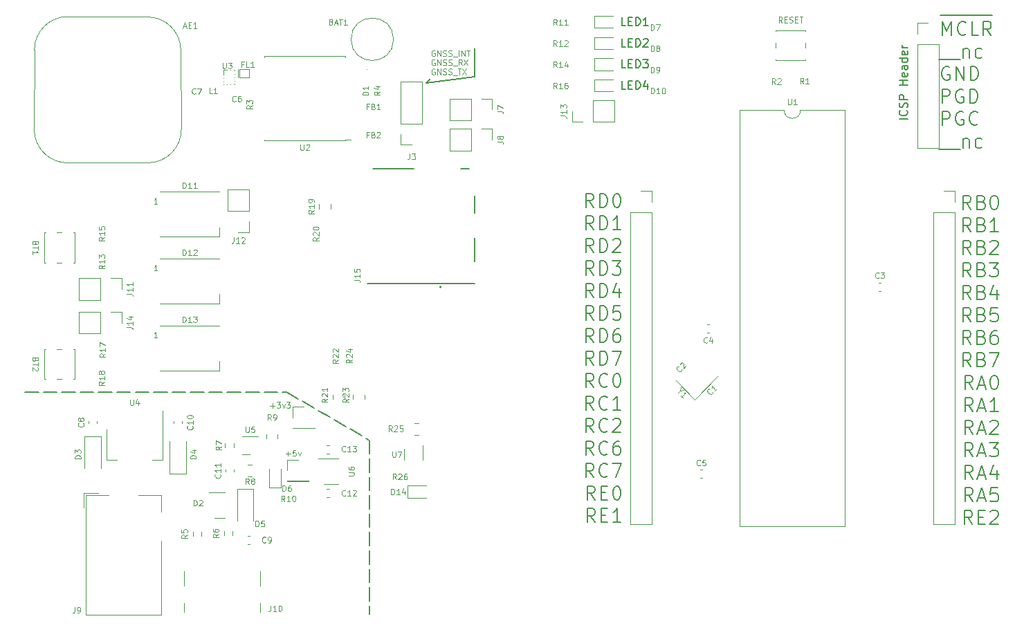
<source format=gbr>
%TF.GenerationSoftware,KiCad,Pcbnew,7.0.1*%
%TF.CreationDate,2023-11-20T00:05:28-03:00*%
%TF.ProjectId,data_logger,64617461-5f6c-46f6-9767-65722e6b6963,0*%
%TF.SameCoordinates,Original*%
%TF.FileFunction,Legend,Top*%
%TF.FilePolarity,Positive*%
%FSLAX46Y46*%
G04 Gerber Fmt 4.6, Leading zero omitted, Abs format (unit mm)*
G04 Created by KiCad (PCBNEW 7.0.1) date 2023-11-20 00:05:28*
%MOMM*%
%LPD*%
G01*
G04 APERTURE LIST*
%ADD10C,0.150000*%
%ADD11C,0.100000*%
%ADD12C,0.120000*%
%ADD13C,0.127000*%
%ADD14C,0.200000*%
G04 APERTURE END LIST*
D10*
X133390000Y-71120000D02*
X133930000Y-70570000D01*
X116290000Y-108960000D02*
X117717118Y-109788150D01*
X118236070Y-110089296D02*
X119663189Y-110917447D01*
X120182141Y-111218592D02*
X121609259Y-112046743D01*
X122128211Y-112347888D02*
X123555330Y-113176039D01*
X124074282Y-113477184D02*
X125501400Y-114305335D01*
X126020352Y-114606480D02*
X126440000Y-114850000D01*
X84290000Y-108960000D02*
X85940000Y-108960000D01*
X86540000Y-108960000D02*
X88190000Y-108960000D01*
X88790000Y-108960000D02*
X90440000Y-108960000D01*
X91040000Y-108960000D02*
X92690000Y-108960000D01*
X93290000Y-108960000D02*
X94940000Y-108960000D01*
X95540000Y-108960000D02*
X97190000Y-108960000D01*
X97790000Y-108960000D02*
X99440000Y-108960000D01*
X100040000Y-108960000D02*
X101690000Y-108960000D01*
X102290000Y-108960000D02*
X103940000Y-108960000D01*
X104540000Y-108960000D02*
X106190000Y-108960000D01*
X106790000Y-108960000D02*
X108440000Y-108960000D01*
X109040000Y-108960000D02*
X110690000Y-108960000D01*
X111290000Y-108960000D02*
X112940000Y-108960000D01*
X113540000Y-108960000D02*
X115190000Y-108960000D01*
X115790000Y-108960000D02*
X116290000Y-108960000D01*
X139280000Y-66910000D02*
X139280000Y-70390000D01*
X126440000Y-114850000D02*
X126440000Y-116500000D01*
X126440000Y-117100000D02*
X126440000Y-118750000D01*
X126440000Y-119350000D02*
X126440000Y-121000000D01*
X126440000Y-121600000D02*
X126440000Y-123250000D01*
X126440000Y-123850000D02*
X126440000Y-125500000D01*
X126440000Y-126100000D02*
X126440000Y-127750000D01*
X126440000Y-128350000D02*
X126440000Y-130000000D01*
X126440000Y-130600000D02*
X126440000Y-132250000D01*
X126440000Y-132850000D02*
X126440000Y-134500000D01*
X126440000Y-135100000D02*
X126440000Y-136150000D01*
X139280000Y-70390000D02*
X133390000Y-71120000D01*
D11*
X134423333Y-67139666D02*
X134356666Y-67106333D01*
X134356666Y-67106333D02*
X134256666Y-67106333D01*
X134256666Y-67106333D02*
X134156666Y-67139666D01*
X134156666Y-67139666D02*
X134090000Y-67206333D01*
X134090000Y-67206333D02*
X134056666Y-67273000D01*
X134056666Y-67273000D02*
X134023333Y-67406333D01*
X134023333Y-67406333D02*
X134023333Y-67506333D01*
X134023333Y-67506333D02*
X134056666Y-67639666D01*
X134056666Y-67639666D02*
X134090000Y-67706333D01*
X134090000Y-67706333D02*
X134156666Y-67773000D01*
X134156666Y-67773000D02*
X134256666Y-67806333D01*
X134256666Y-67806333D02*
X134323333Y-67806333D01*
X134323333Y-67806333D02*
X134423333Y-67773000D01*
X134423333Y-67773000D02*
X134456666Y-67739666D01*
X134456666Y-67739666D02*
X134456666Y-67506333D01*
X134456666Y-67506333D02*
X134323333Y-67506333D01*
X134756666Y-67806333D02*
X134756666Y-67106333D01*
X134756666Y-67106333D02*
X135156666Y-67806333D01*
X135156666Y-67806333D02*
X135156666Y-67106333D01*
X135456666Y-67773000D02*
X135556666Y-67806333D01*
X135556666Y-67806333D02*
X135723333Y-67806333D01*
X135723333Y-67806333D02*
X135789999Y-67773000D01*
X135789999Y-67773000D02*
X135823333Y-67739666D01*
X135823333Y-67739666D02*
X135856666Y-67673000D01*
X135856666Y-67673000D02*
X135856666Y-67606333D01*
X135856666Y-67606333D02*
X135823333Y-67539666D01*
X135823333Y-67539666D02*
X135789999Y-67506333D01*
X135789999Y-67506333D02*
X135723333Y-67473000D01*
X135723333Y-67473000D02*
X135589999Y-67439666D01*
X135589999Y-67439666D02*
X135523333Y-67406333D01*
X135523333Y-67406333D02*
X135489999Y-67373000D01*
X135489999Y-67373000D02*
X135456666Y-67306333D01*
X135456666Y-67306333D02*
X135456666Y-67239666D01*
X135456666Y-67239666D02*
X135489999Y-67173000D01*
X135489999Y-67173000D02*
X135523333Y-67139666D01*
X135523333Y-67139666D02*
X135589999Y-67106333D01*
X135589999Y-67106333D02*
X135756666Y-67106333D01*
X135756666Y-67106333D02*
X135856666Y-67139666D01*
X136123333Y-67773000D02*
X136223333Y-67806333D01*
X136223333Y-67806333D02*
X136390000Y-67806333D01*
X136390000Y-67806333D02*
X136456666Y-67773000D01*
X136456666Y-67773000D02*
X136490000Y-67739666D01*
X136490000Y-67739666D02*
X136523333Y-67673000D01*
X136523333Y-67673000D02*
X136523333Y-67606333D01*
X136523333Y-67606333D02*
X136490000Y-67539666D01*
X136490000Y-67539666D02*
X136456666Y-67506333D01*
X136456666Y-67506333D02*
X136390000Y-67473000D01*
X136390000Y-67473000D02*
X136256666Y-67439666D01*
X136256666Y-67439666D02*
X136190000Y-67406333D01*
X136190000Y-67406333D02*
X136156666Y-67373000D01*
X136156666Y-67373000D02*
X136123333Y-67306333D01*
X136123333Y-67306333D02*
X136123333Y-67239666D01*
X136123333Y-67239666D02*
X136156666Y-67173000D01*
X136156666Y-67173000D02*
X136190000Y-67139666D01*
X136190000Y-67139666D02*
X136256666Y-67106333D01*
X136256666Y-67106333D02*
X136423333Y-67106333D01*
X136423333Y-67106333D02*
X136523333Y-67139666D01*
X136656667Y-67873000D02*
X137190000Y-67873000D01*
X137356666Y-67806333D02*
X137356666Y-67106333D01*
X137689999Y-67806333D02*
X137689999Y-67106333D01*
X137689999Y-67106333D02*
X138089999Y-67806333D01*
X138089999Y-67806333D02*
X138089999Y-67106333D01*
X138323332Y-67106333D02*
X138723332Y-67106333D01*
X138523332Y-67806333D02*
X138523332Y-67106333D01*
X134423333Y-68273666D02*
X134356666Y-68240333D01*
X134356666Y-68240333D02*
X134256666Y-68240333D01*
X134256666Y-68240333D02*
X134156666Y-68273666D01*
X134156666Y-68273666D02*
X134090000Y-68340333D01*
X134090000Y-68340333D02*
X134056666Y-68407000D01*
X134056666Y-68407000D02*
X134023333Y-68540333D01*
X134023333Y-68540333D02*
X134023333Y-68640333D01*
X134023333Y-68640333D02*
X134056666Y-68773666D01*
X134056666Y-68773666D02*
X134090000Y-68840333D01*
X134090000Y-68840333D02*
X134156666Y-68907000D01*
X134156666Y-68907000D02*
X134256666Y-68940333D01*
X134256666Y-68940333D02*
X134323333Y-68940333D01*
X134323333Y-68940333D02*
X134423333Y-68907000D01*
X134423333Y-68907000D02*
X134456666Y-68873666D01*
X134456666Y-68873666D02*
X134456666Y-68640333D01*
X134456666Y-68640333D02*
X134323333Y-68640333D01*
X134756666Y-68940333D02*
X134756666Y-68240333D01*
X134756666Y-68240333D02*
X135156666Y-68940333D01*
X135156666Y-68940333D02*
X135156666Y-68240333D01*
X135456666Y-68907000D02*
X135556666Y-68940333D01*
X135556666Y-68940333D02*
X135723333Y-68940333D01*
X135723333Y-68940333D02*
X135789999Y-68907000D01*
X135789999Y-68907000D02*
X135823333Y-68873666D01*
X135823333Y-68873666D02*
X135856666Y-68807000D01*
X135856666Y-68807000D02*
X135856666Y-68740333D01*
X135856666Y-68740333D02*
X135823333Y-68673666D01*
X135823333Y-68673666D02*
X135789999Y-68640333D01*
X135789999Y-68640333D02*
X135723333Y-68607000D01*
X135723333Y-68607000D02*
X135589999Y-68573666D01*
X135589999Y-68573666D02*
X135523333Y-68540333D01*
X135523333Y-68540333D02*
X135489999Y-68507000D01*
X135489999Y-68507000D02*
X135456666Y-68440333D01*
X135456666Y-68440333D02*
X135456666Y-68373666D01*
X135456666Y-68373666D02*
X135489999Y-68307000D01*
X135489999Y-68307000D02*
X135523333Y-68273666D01*
X135523333Y-68273666D02*
X135589999Y-68240333D01*
X135589999Y-68240333D02*
X135756666Y-68240333D01*
X135756666Y-68240333D02*
X135856666Y-68273666D01*
X136123333Y-68907000D02*
X136223333Y-68940333D01*
X136223333Y-68940333D02*
X136390000Y-68940333D01*
X136390000Y-68940333D02*
X136456666Y-68907000D01*
X136456666Y-68907000D02*
X136490000Y-68873666D01*
X136490000Y-68873666D02*
X136523333Y-68807000D01*
X136523333Y-68807000D02*
X136523333Y-68740333D01*
X136523333Y-68740333D02*
X136490000Y-68673666D01*
X136490000Y-68673666D02*
X136456666Y-68640333D01*
X136456666Y-68640333D02*
X136390000Y-68607000D01*
X136390000Y-68607000D02*
X136256666Y-68573666D01*
X136256666Y-68573666D02*
X136190000Y-68540333D01*
X136190000Y-68540333D02*
X136156666Y-68507000D01*
X136156666Y-68507000D02*
X136123333Y-68440333D01*
X136123333Y-68440333D02*
X136123333Y-68373666D01*
X136123333Y-68373666D02*
X136156666Y-68307000D01*
X136156666Y-68307000D02*
X136190000Y-68273666D01*
X136190000Y-68273666D02*
X136256666Y-68240333D01*
X136256666Y-68240333D02*
X136423333Y-68240333D01*
X136423333Y-68240333D02*
X136523333Y-68273666D01*
X136656667Y-69007000D02*
X137190000Y-69007000D01*
X137756666Y-68940333D02*
X137523333Y-68607000D01*
X137356666Y-68940333D02*
X137356666Y-68240333D01*
X137356666Y-68240333D02*
X137623333Y-68240333D01*
X137623333Y-68240333D02*
X137690000Y-68273666D01*
X137690000Y-68273666D02*
X137723333Y-68307000D01*
X137723333Y-68307000D02*
X137756666Y-68373666D01*
X137756666Y-68373666D02*
X137756666Y-68473666D01*
X137756666Y-68473666D02*
X137723333Y-68540333D01*
X137723333Y-68540333D02*
X137690000Y-68573666D01*
X137690000Y-68573666D02*
X137623333Y-68607000D01*
X137623333Y-68607000D02*
X137356666Y-68607000D01*
X137990000Y-68240333D02*
X138456666Y-68940333D01*
X138456666Y-68240333D02*
X137990000Y-68940333D01*
X134423333Y-69407666D02*
X134356666Y-69374333D01*
X134356666Y-69374333D02*
X134256666Y-69374333D01*
X134256666Y-69374333D02*
X134156666Y-69407666D01*
X134156666Y-69407666D02*
X134090000Y-69474333D01*
X134090000Y-69474333D02*
X134056666Y-69541000D01*
X134056666Y-69541000D02*
X134023333Y-69674333D01*
X134023333Y-69674333D02*
X134023333Y-69774333D01*
X134023333Y-69774333D02*
X134056666Y-69907666D01*
X134056666Y-69907666D02*
X134090000Y-69974333D01*
X134090000Y-69974333D02*
X134156666Y-70041000D01*
X134156666Y-70041000D02*
X134256666Y-70074333D01*
X134256666Y-70074333D02*
X134323333Y-70074333D01*
X134323333Y-70074333D02*
X134423333Y-70041000D01*
X134423333Y-70041000D02*
X134456666Y-70007666D01*
X134456666Y-70007666D02*
X134456666Y-69774333D01*
X134456666Y-69774333D02*
X134323333Y-69774333D01*
X134756666Y-70074333D02*
X134756666Y-69374333D01*
X134756666Y-69374333D02*
X135156666Y-70074333D01*
X135156666Y-70074333D02*
X135156666Y-69374333D01*
X135456666Y-70041000D02*
X135556666Y-70074333D01*
X135556666Y-70074333D02*
X135723333Y-70074333D01*
X135723333Y-70074333D02*
X135789999Y-70041000D01*
X135789999Y-70041000D02*
X135823333Y-70007666D01*
X135823333Y-70007666D02*
X135856666Y-69941000D01*
X135856666Y-69941000D02*
X135856666Y-69874333D01*
X135856666Y-69874333D02*
X135823333Y-69807666D01*
X135823333Y-69807666D02*
X135789999Y-69774333D01*
X135789999Y-69774333D02*
X135723333Y-69741000D01*
X135723333Y-69741000D02*
X135589999Y-69707666D01*
X135589999Y-69707666D02*
X135523333Y-69674333D01*
X135523333Y-69674333D02*
X135489999Y-69641000D01*
X135489999Y-69641000D02*
X135456666Y-69574333D01*
X135456666Y-69574333D02*
X135456666Y-69507666D01*
X135456666Y-69507666D02*
X135489999Y-69441000D01*
X135489999Y-69441000D02*
X135523333Y-69407666D01*
X135523333Y-69407666D02*
X135589999Y-69374333D01*
X135589999Y-69374333D02*
X135756666Y-69374333D01*
X135756666Y-69374333D02*
X135856666Y-69407666D01*
X136123333Y-70041000D02*
X136223333Y-70074333D01*
X136223333Y-70074333D02*
X136390000Y-70074333D01*
X136390000Y-70074333D02*
X136456666Y-70041000D01*
X136456666Y-70041000D02*
X136490000Y-70007666D01*
X136490000Y-70007666D02*
X136523333Y-69941000D01*
X136523333Y-69941000D02*
X136523333Y-69874333D01*
X136523333Y-69874333D02*
X136490000Y-69807666D01*
X136490000Y-69807666D02*
X136456666Y-69774333D01*
X136456666Y-69774333D02*
X136390000Y-69741000D01*
X136390000Y-69741000D02*
X136256666Y-69707666D01*
X136256666Y-69707666D02*
X136190000Y-69674333D01*
X136190000Y-69674333D02*
X136156666Y-69641000D01*
X136156666Y-69641000D02*
X136123333Y-69574333D01*
X136123333Y-69574333D02*
X136123333Y-69507666D01*
X136123333Y-69507666D02*
X136156666Y-69441000D01*
X136156666Y-69441000D02*
X136190000Y-69407666D01*
X136190000Y-69407666D02*
X136256666Y-69374333D01*
X136256666Y-69374333D02*
X136423333Y-69374333D01*
X136423333Y-69374333D02*
X136523333Y-69407666D01*
X136656667Y-70141000D02*
X137190000Y-70141000D01*
X137256666Y-69374333D02*
X137656666Y-69374333D01*
X137456666Y-70074333D02*
X137456666Y-69374333D01*
X137823333Y-69374333D02*
X138289999Y-70074333D01*
X138289999Y-69374333D02*
X137823333Y-70074333D01*
D10*
X200057142Y-86575953D02*
X199490475Y-85766429D01*
X199085713Y-86575953D02*
X199085713Y-84875953D01*
X199085713Y-84875953D02*
X199733332Y-84875953D01*
X199733332Y-84875953D02*
X199895237Y-84956905D01*
X199895237Y-84956905D02*
X199976190Y-85037858D01*
X199976190Y-85037858D02*
X200057142Y-85199762D01*
X200057142Y-85199762D02*
X200057142Y-85442620D01*
X200057142Y-85442620D02*
X199976190Y-85604524D01*
X199976190Y-85604524D02*
X199895237Y-85685477D01*
X199895237Y-85685477D02*
X199733332Y-85766429D01*
X199733332Y-85766429D02*
X199085713Y-85766429D01*
X201352380Y-85685477D02*
X201595237Y-85766429D01*
X201595237Y-85766429D02*
X201676190Y-85847381D01*
X201676190Y-85847381D02*
X201757142Y-86009286D01*
X201757142Y-86009286D02*
X201757142Y-86252143D01*
X201757142Y-86252143D02*
X201676190Y-86414048D01*
X201676190Y-86414048D02*
X201595237Y-86495001D01*
X201595237Y-86495001D02*
X201433332Y-86575953D01*
X201433332Y-86575953D02*
X200785713Y-86575953D01*
X200785713Y-86575953D02*
X200785713Y-84875953D01*
X200785713Y-84875953D02*
X201352380Y-84875953D01*
X201352380Y-84875953D02*
X201514285Y-84956905D01*
X201514285Y-84956905D02*
X201595237Y-85037858D01*
X201595237Y-85037858D02*
X201676190Y-85199762D01*
X201676190Y-85199762D02*
X201676190Y-85361667D01*
X201676190Y-85361667D02*
X201595237Y-85523572D01*
X201595237Y-85523572D02*
X201514285Y-85604524D01*
X201514285Y-85604524D02*
X201352380Y-85685477D01*
X201352380Y-85685477D02*
X200785713Y-85685477D01*
X202809523Y-84875953D02*
X202971428Y-84875953D01*
X202971428Y-84875953D02*
X203133332Y-84956905D01*
X203133332Y-84956905D02*
X203214285Y-85037858D01*
X203214285Y-85037858D02*
X203295237Y-85199762D01*
X203295237Y-85199762D02*
X203376190Y-85523572D01*
X203376190Y-85523572D02*
X203376190Y-85928334D01*
X203376190Y-85928334D02*
X203295237Y-86252143D01*
X203295237Y-86252143D02*
X203214285Y-86414048D01*
X203214285Y-86414048D02*
X203133332Y-86495001D01*
X203133332Y-86495001D02*
X202971428Y-86575953D01*
X202971428Y-86575953D02*
X202809523Y-86575953D01*
X202809523Y-86575953D02*
X202647618Y-86495001D01*
X202647618Y-86495001D02*
X202566666Y-86414048D01*
X202566666Y-86414048D02*
X202485713Y-86252143D01*
X202485713Y-86252143D02*
X202404761Y-85928334D01*
X202404761Y-85928334D02*
X202404761Y-85523572D01*
X202404761Y-85523572D02*
X202485713Y-85199762D01*
X202485713Y-85199762D02*
X202566666Y-85037858D01*
X202566666Y-85037858D02*
X202647618Y-84956905D01*
X202647618Y-84956905D02*
X202809523Y-84875953D01*
X200057142Y-89329953D02*
X199490475Y-88520429D01*
X199085713Y-89329953D02*
X199085713Y-87629953D01*
X199085713Y-87629953D02*
X199733332Y-87629953D01*
X199733332Y-87629953D02*
X199895237Y-87710905D01*
X199895237Y-87710905D02*
X199976190Y-87791858D01*
X199976190Y-87791858D02*
X200057142Y-87953762D01*
X200057142Y-87953762D02*
X200057142Y-88196620D01*
X200057142Y-88196620D02*
X199976190Y-88358524D01*
X199976190Y-88358524D02*
X199895237Y-88439477D01*
X199895237Y-88439477D02*
X199733332Y-88520429D01*
X199733332Y-88520429D02*
X199085713Y-88520429D01*
X201352380Y-88439477D02*
X201595237Y-88520429D01*
X201595237Y-88520429D02*
X201676190Y-88601381D01*
X201676190Y-88601381D02*
X201757142Y-88763286D01*
X201757142Y-88763286D02*
X201757142Y-89006143D01*
X201757142Y-89006143D02*
X201676190Y-89168048D01*
X201676190Y-89168048D02*
X201595237Y-89249001D01*
X201595237Y-89249001D02*
X201433332Y-89329953D01*
X201433332Y-89329953D02*
X200785713Y-89329953D01*
X200785713Y-89329953D02*
X200785713Y-87629953D01*
X200785713Y-87629953D02*
X201352380Y-87629953D01*
X201352380Y-87629953D02*
X201514285Y-87710905D01*
X201514285Y-87710905D02*
X201595237Y-87791858D01*
X201595237Y-87791858D02*
X201676190Y-87953762D01*
X201676190Y-87953762D02*
X201676190Y-88115667D01*
X201676190Y-88115667D02*
X201595237Y-88277572D01*
X201595237Y-88277572D02*
X201514285Y-88358524D01*
X201514285Y-88358524D02*
X201352380Y-88439477D01*
X201352380Y-88439477D02*
X200785713Y-88439477D01*
X203376190Y-89329953D02*
X202404761Y-89329953D01*
X202890475Y-89329953D02*
X202890475Y-87629953D01*
X202890475Y-87629953D02*
X202728571Y-87872810D01*
X202728571Y-87872810D02*
X202566666Y-88034715D01*
X202566666Y-88034715D02*
X202404761Y-88115667D01*
X200057142Y-92083953D02*
X199490475Y-91274429D01*
X199085713Y-92083953D02*
X199085713Y-90383953D01*
X199085713Y-90383953D02*
X199733332Y-90383953D01*
X199733332Y-90383953D02*
X199895237Y-90464905D01*
X199895237Y-90464905D02*
X199976190Y-90545858D01*
X199976190Y-90545858D02*
X200057142Y-90707762D01*
X200057142Y-90707762D02*
X200057142Y-90950620D01*
X200057142Y-90950620D02*
X199976190Y-91112524D01*
X199976190Y-91112524D02*
X199895237Y-91193477D01*
X199895237Y-91193477D02*
X199733332Y-91274429D01*
X199733332Y-91274429D02*
X199085713Y-91274429D01*
X201352380Y-91193477D02*
X201595237Y-91274429D01*
X201595237Y-91274429D02*
X201676190Y-91355381D01*
X201676190Y-91355381D02*
X201757142Y-91517286D01*
X201757142Y-91517286D02*
X201757142Y-91760143D01*
X201757142Y-91760143D02*
X201676190Y-91922048D01*
X201676190Y-91922048D02*
X201595237Y-92003001D01*
X201595237Y-92003001D02*
X201433332Y-92083953D01*
X201433332Y-92083953D02*
X200785713Y-92083953D01*
X200785713Y-92083953D02*
X200785713Y-90383953D01*
X200785713Y-90383953D02*
X201352380Y-90383953D01*
X201352380Y-90383953D02*
X201514285Y-90464905D01*
X201514285Y-90464905D02*
X201595237Y-90545858D01*
X201595237Y-90545858D02*
X201676190Y-90707762D01*
X201676190Y-90707762D02*
X201676190Y-90869667D01*
X201676190Y-90869667D02*
X201595237Y-91031572D01*
X201595237Y-91031572D02*
X201514285Y-91112524D01*
X201514285Y-91112524D02*
X201352380Y-91193477D01*
X201352380Y-91193477D02*
X200785713Y-91193477D01*
X202404761Y-90545858D02*
X202485713Y-90464905D01*
X202485713Y-90464905D02*
X202647618Y-90383953D01*
X202647618Y-90383953D02*
X203052380Y-90383953D01*
X203052380Y-90383953D02*
X203214285Y-90464905D01*
X203214285Y-90464905D02*
X203295237Y-90545858D01*
X203295237Y-90545858D02*
X203376190Y-90707762D01*
X203376190Y-90707762D02*
X203376190Y-90869667D01*
X203376190Y-90869667D02*
X203295237Y-91112524D01*
X203295237Y-91112524D02*
X202323809Y-92083953D01*
X202323809Y-92083953D02*
X203376190Y-92083953D01*
X200057142Y-94837953D02*
X199490475Y-94028429D01*
X199085713Y-94837953D02*
X199085713Y-93137953D01*
X199085713Y-93137953D02*
X199733332Y-93137953D01*
X199733332Y-93137953D02*
X199895237Y-93218905D01*
X199895237Y-93218905D02*
X199976190Y-93299858D01*
X199976190Y-93299858D02*
X200057142Y-93461762D01*
X200057142Y-93461762D02*
X200057142Y-93704620D01*
X200057142Y-93704620D02*
X199976190Y-93866524D01*
X199976190Y-93866524D02*
X199895237Y-93947477D01*
X199895237Y-93947477D02*
X199733332Y-94028429D01*
X199733332Y-94028429D02*
X199085713Y-94028429D01*
X201352380Y-93947477D02*
X201595237Y-94028429D01*
X201595237Y-94028429D02*
X201676190Y-94109381D01*
X201676190Y-94109381D02*
X201757142Y-94271286D01*
X201757142Y-94271286D02*
X201757142Y-94514143D01*
X201757142Y-94514143D02*
X201676190Y-94676048D01*
X201676190Y-94676048D02*
X201595237Y-94757001D01*
X201595237Y-94757001D02*
X201433332Y-94837953D01*
X201433332Y-94837953D02*
X200785713Y-94837953D01*
X200785713Y-94837953D02*
X200785713Y-93137953D01*
X200785713Y-93137953D02*
X201352380Y-93137953D01*
X201352380Y-93137953D02*
X201514285Y-93218905D01*
X201514285Y-93218905D02*
X201595237Y-93299858D01*
X201595237Y-93299858D02*
X201676190Y-93461762D01*
X201676190Y-93461762D02*
X201676190Y-93623667D01*
X201676190Y-93623667D02*
X201595237Y-93785572D01*
X201595237Y-93785572D02*
X201514285Y-93866524D01*
X201514285Y-93866524D02*
X201352380Y-93947477D01*
X201352380Y-93947477D02*
X200785713Y-93947477D01*
X202323809Y-93137953D02*
X203376190Y-93137953D01*
X203376190Y-93137953D02*
X202809523Y-93785572D01*
X202809523Y-93785572D02*
X203052380Y-93785572D01*
X203052380Y-93785572D02*
X203214285Y-93866524D01*
X203214285Y-93866524D02*
X203295237Y-93947477D01*
X203295237Y-93947477D02*
X203376190Y-94109381D01*
X203376190Y-94109381D02*
X203376190Y-94514143D01*
X203376190Y-94514143D02*
X203295237Y-94676048D01*
X203295237Y-94676048D02*
X203214285Y-94757001D01*
X203214285Y-94757001D02*
X203052380Y-94837953D01*
X203052380Y-94837953D02*
X202566666Y-94837953D01*
X202566666Y-94837953D02*
X202404761Y-94757001D01*
X202404761Y-94757001D02*
X202323809Y-94676048D01*
X200057142Y-97591953D02*
X199490475Y-96782429D01*
X199085713Y-97591953D02*
X199085713Y-95891953D01*
X199085713Y-95891953D02*
X199733332Y-95891953D01*
X199733332Y-95891953D02*
X199895237Y-95972905D01*
X199895237Y-95972905D02*
X199976190Y-96053858D01*
X199976190Y-96053858D02*
X200057142Y-96215762D01*
X200057142Y-96215762D02*
X200057142Y-96458620D01*
X200057142Y-96458620D02*
X199976190Y-96620524D01*
X199976190Y-96620524D02*
X199895237Y-96701477D01*
X199895237Y-96701477D02*
X199733332Y-96782429D01*
X199733332Y-96782429D02*
X199085713Y-96782429D01*
X201352380Y-96701477D02*
X201595237Y-96782429D01*
X201595237Y-96782429D02*
X201676190Y-96863381D01*
X201676190Y-96863381D02*
X201757142Y-97025286D01*
X201757142Y-97025286D02*
X201757142Y-97268143D01*
X201757142Y-97268143D02*
X201676190Y-97430048D01*
X201676190Y-97430048D02*
X201595237Y-97511001D01*
X201595237Y-97511001D02*
X201433332Y-97591953D01*
X201433332Y-97591953D02*
X200785713Y-97591953D01*
X200785713Y-97591953D02*
X200785713Y-95891953D01*
X200785713Y-95891953D02*
X201352380Y-95891953D01*
X201352380Y-95891953D02*
X201514285Y-95972905D01*
X201514285Y-95972905D02*
X201595237Y-96053858D01*
X201595237Y-96053858D02*
X201676190Y-96215762D01*
X201676190Y-96215762D02*
X201676190Y-96377667D01*
X201676190Y-96377667D02*
X201595237Y-96539572D01*
X201595237Y-96539572D02*
X201514285Y-96620524D01*
X201514285Y-96620524D02*
X201352380Y-96701477D01*
X201352380Y-96701477D02*
X200785713Y-96701477D01*
X203214285Y-96458620D02*
X203214285Y-97591953D01*
X202809523Y-95811001D02*
X202404761Y-97025286D01*
X202404761Y-97025286D02*
X203457142Y-97025286D01*
X200057142Y-100345953D02*
X199490475Y-99536429D01*
X199085713Y-100345953D02*
X199085713Y-98645953D01*
X199085713Y-98645953D02*
X199733332Y-98645953D01*
X199733332Y-98645953D02*
X199895237Y-98726905D01*
X199895237Y-98726905D02*
X199976190Y-98807858D01*
X199976190Y-98807858D02*
X200057142Y-98969762D01*
X200057142Y-98969762D02*
X200057142Y-99212620D01*
X200057142Y-99212620D02*
X199976190Y-99374524D01*
X199976190Y-99374524D02*
X199895237Y-99455477D01*
X199895237Y-99455477D02*
X199733332Y-99536429D01*
X199733332Y-99536429D02*
X199085713Y-99536429D01*
X201352380Y-99455477D02*
X201595237Y-99536429D01*
X201595237Y-99536429D02*
X201676190Y-99617381D01*
X201676190Y-99617381D02*
X201757142Y-99779286D01*
X201757142Y-99779286D02*
X201757142Y-100022143D01*
X201757142Y-100022143D02*
X201676190Y-100184048D01*
X201676190Y-100184048D02*
X201595237Y-100265001D01*
X201595237Y-100265001D02*
X201433332Y-100345953D01*
X201433332Y-100345953D02*
X200785713Y-100345953D01*
X200785713Y-100345953D02*
X200785713Y-98645953D01*
X200785713Y-98645953D02*
X201352380Y-98645953D01*
X201352380Y-98645953D02*
X201514285Y-98726905D01*
X201514285Y-98726905D02*
X201595237Y-98807858D01*
X201595237Y-98807858D02*
X201676190Y-98969762D01*
X201676190Y-98969762D02*
X201676190Y-99131667D01*
X201676190Y-99131667D02*
X201595237Y-99293572D01*
X201595237Y-99293572D02*
X201514285Y-99374524D01*
X201514285Y-99374524D02*
X201352380Y-99455477D01*
X201352380Y-99455477D02*
X200785713Y-99455477D01*
X203295237Y-98645953D02*
X202485713Y-98645953D01*
X202485713Y-98645953D02*
X202404761Y-99455477D01*
X202404761Y-99455477D02*
X202485713Y-99374524D01*
X202485713Y-99374524D02*
X202647618Y-99293572D01*
X202647618Y-99293572D02*
X203052380Y-99293572D01*
X203052380Y-99293572D02*
X203214285Y-99374524D01*
X203214285Y-99374524D02*
X203295237Y-99455477D01*
X203295237Y-99455477D02*
X203376190Y-99617381D01*
X203376190Y-99617381D02*
X203376190Y-100022143D01*
X203376190Y-100022143D02*
X203295237Y-100184048D01*
X203295237Y-100184048D02*
X203214285Y-100265001D01*
X203214285Y-100265001D02*
X203052380Y-100345953D01*
X203052380Y-100345953D02*
X202647618Y-100345953D01*
X202647618Y-100345953D02*
X202485713Y-100265001D01*
X202485713Y-100265001D02*
X202404761Y-100184048D01*
X200057142Y-103099953D02*
X199490475Y-102290429D01*
X199085713Y-103099953D02*
X199085713Y-101399953D01*
X199085713Y-101399953D02*
X199733332Y-101399953D01*
X199733332Y-101399953D02*
X199895237Y-101480905D01*
X199895237Y-101480905D02*
X199976190Y-101561858D01*
X199976190Y-101561858D02*
X200057142Y-101723762D01*
X200057142Y-101723762D02*
X200057142Y-101966620D01*
X200057142Y-101966620D02*
X199976190Y-102128524D01*
X199976190Y-102128524D02*
X199895237Y-102209477D01*
X199895237Y-102209477D02*
X199733332Y-102290429D01*
X199733332Y-102290429D02*
X199085713Y-102290429D01*
X201352380Y-102209477D02*
X201595237Y-102290429D01*
X201595237Y-102290429D02*
X201676190Y-102371381D01*
X201676190Y-102371381D02*
X201757142Y-102533286D01*
X201757142Y-102533286D02*
X201757142Y-102776143D01*
X201757142Y-102776143D02*
X201676190Y-102938048D01*
X201676190Y-102938048D02*
X201595237Y-103019001D01*
X201595237Y-103019001D02*
X201433332Y-103099953D01*
X201433332Y-103099953D02*
X200785713Y-103099953D01*
X200785713Y-103099953D02*
X200785713Y-101399953D01*
X200785713Y-101399953D02*
X201352380Y-101399953D01*
X201352380Y-101399953D02*
X201514285Y-101480905D01*
X201514285Y-101480905D02*
X201595237Y-101561858D01*
X201595237Y-101561858D02*
X201676190Y-101723762D01*
X201676190Y-101723762D02*
X201676190Y-101885667D01*
X201676190Y-101885667D02*
X201595237Y-102047572D01*
X201595237Y-102047572D02*
X201514285Y-102128524D01*
X201514285Y-102128524D02*
X201352380Y-102209477D01*
X201352380Y-102209477D02*
X200785713Y-102209477D01*
X203214285Y-101399953D02*
X202890475Y-101399953D01*
X202890475Y-101399953D02*
X202728571Y-101480905D01*
X202728571Y-101480905D02*
X202647618Y-101561858D01*
X202647618Y-101561858D02*
X202485713Y-101804715D01*
X202485713Y-101804715D02*
X202404761Y-102128524D01*
X202404761Y-102128524D02*
X202404761Y-102776143D01*
X202404761Y-102776143D02*
X202485713Y-102938048D01*
X202485713Y-102938048D02*
X202566666Y-103019001D01*
X202566666Y-103019001D02*
X202728571Y-103099953D01*
X202728571Y-103099953D02*
X203052380Y-103099953D01*
X203052380Y-103099953D02*
X203214285Y-103019001D01*
X203214285Y-103019001D02*
X203295237Y-102938048D01*
X203295237Y-102938048D02*
X203376190Y-102776143D01*
X203376190Y-102776143D02*
X203376190Y-102371381D01*
X203376190Y-102371381D02*
X203295237Y-102209477D01*
X203295237Y-102209477D02*
X203214285Y-102128524D01*
X203214285Y-102128524D02*
X203052380Y-102047572D01*
X203052380Y-102047572D02*
X202728571Y-102047572D01*
X202728571Y-102047572D02*
X202566666Y-102128524D01*
X202566666Y-102128524D02*
X202485713Y-102209477D01*
X202485713Y-102209477D02*
X202404761Y-102371381D01*
X200057142Y-105853953D02*
X199490475Y-105044429D01*
X199085713Y-105853953D02*
X199085713Y-104153953D01*
X199085713Y-104153953D02*
X199733332Y-104153953D01*
X199733332Y-104153953D02*
X199895237Y-104234905D01*
X199895237Y-104234905D02*
X199976190Y-104315858D01*
X199976190Y-104315858D02*
X200057142Y-104477762D01*
X200057142Y-104477762D02*
X200057142Y-104720620D01*
X200057142Y-104720620D02*
X199976190Y-104882524D01*
X199976190Y-104882524D02*
X199895237Y-104963477D01*
X199895237Y-104963477D02*
X199733332Y-105044429D01*
X199733332Y-105044429D02*
X199085713Y-105044429D01*
X201352380Y-104963477D02*
X201595237Y-105044429D01*
X201595237Y-105044429D02*
X201676190Y-105125381D01*
X201676190Y-105125381D02*
X201757142Y-105287286D01*
X201757142Y-105287286D02*
X201757142Y-105530143D01*
X201757142Y-105530143D02*
X201676190Y-105692048D01*
X201676190Y-105692048D02*
X201595237Y-105773001D01*
X201595237Y-105773001D02*
X201433332Y-105853953D01*
X201433332Y-105853953D02*
X200785713Y-105853953D01*
X200785713Y-105853953D02*
X200785713Y-104153953D01*
X200785713Y-104153953D02*
X201352380Y-104153953D01*
X201352380Y-104153953D02*
X201514285Y-104234905D01*
X201514285Y-104234905D02*
X201595237Y-104315858D01*
X201595237Y-104315858D02*
X201676190Y-104477762D01*
X201676190Y-104477762D02*
X201676190Y-104639667D01*
X201676190Y-104639667D02*
X201595237Y-104801572D01*
X201595237Y-104801572D02*
X201514285Y-104882524D01*
X201514285Y-104882524D02*
X201352380Y-104963477D01*
X201352380Y-104963477D02*
X200785713Y-104963477D01*
X202323809Y-104153953D02*
X203457142Y-104153953D01*
X203457142Y-104153953D02*
X202728571Y-105853953D01*
X200299999Y-108607953D02*
X199733332Y-107798429D01*
X199328570Y-108607953D02*
X199328570Y-106907953D01*
X199328570Y-106907953D02*
X199976189Y-106907953D01*
X199976189Y-106907953D02*
X200138094Y-106988905D01*
X200138094Y-106988905D02*
X200219047Y-107069858D01*
X200219047Y-107069858D02*
X200299999Y-107231762D01*
X200299999Y-107231762D02*
X200299999Y-107474620D01*
X200299999Y-107474620D02*
X200219047Y-107636524D01*
X200219047Y-107636524D02*
X200138094Y-107717477D01*
X200138094Y-107717477D02*
X199976189Y-107798429D01*
X199976189Y-107798429D02*
X199328570Y-107798429D01*
X200947618Y-108122239D02*
X201757142Y-108122239D01*
X200785713Y-108607953D02*
X201352380Y-106907953D01*
X201352380Y-106907953D02*
X201919047Y-108607953D01*
X202809523Y-106907953D02*
X202971428Y-106907953D01*
X202971428Y-106907953D02*
X203133332Y-106988905D01*
X203133332Y-106988905D02*
X203214285Y-107069858D01*
X203214285Y-107069858D02*
X203295237Y-107231762D01*
X203295237Y-107231762D02*
X203376190Y-107555572D01*
X203376190Y-107555572D02*
X203376190Y-107960334D01*
X203376190Y-107960334D02*
X203295237Y-108284143D01*
X203295237Y-108284143D02*
X203214285Y-108446048D01*
X203214285Y-108446048D02*
X203133332Y-108527001D01*
X203133332Y-108527001D02*
X202971428Y-108607953D01*
X202971428Y-108607953D02*
X202809523Y-108607953D01*
X202809523Y-108607953D02*
X202647618Y-108527001D01*
X202647618Y-108527001D02*
X202566666Y-108446048D01*
X202566666Y-108446048D02*
X202485713Y-108284143D01*
X202485713Y-108284143D02*
X202404761Y-107960334D01*
X202404761Y-107960334D02*
X202404761Y-107555572D01*
X202404761Y-107555572D02*
X202485713Y-107231762D01*
X202485713Y-107231762D02*
X202566666Y-107069858D01*
X202566666Y-107069858D02*
X202647618Y-106988905D01*
X202647618Y-106988905D02*
X202809523Y-106907953D01*
X200299999Y-111361953D02*
X199733332Y-110552429D01*
X199328570Y-111361953D02*
X199328570Y-109661953D01*
X199328570Y-109661953D02*
X199976189Y-109661953D01*
X199976189Y-109661953D02*
X200138094Y-109742905D01*
X200138094Y-109742905D02*
X200219047Y-109823858D01*
X200219047Y-109823858D02*
X200299999Y-109985762D01*
X200299999Y-109985762D02*
X200299999Y-110228620D01*
X200299999Y-110228620D02*
X200219047Y-110390524D01*
X200219047Y-110390524D02*
X200138094Y-110471477D01*
X200138094Y-110471477D02*
X199976189Y-110552429D01*
X199976189Y-110552429D02*
X199328570Y-110552429D01*
X200947618Y-110876239D02*
X201757142Y-110876239D01*
X200785713Y-111361953D02*
X201352380Y-109661953D01*
X201352380Y-109661953D02*
X201919047Y-111361953D01*
X203376190Y-111361953D02*
X202404761Y-111361953D01*
X202890475Y-111361953D02*
X202890475Y-109661953D01*
X202890475Y-109661953D02*
X202728571Y-109904810D01*
X202728571Y-109904810D02*
X202566666Y-110066715D01*
X202566666Y-110066715D02*
X202404761Y-110147667D01*
X200299999Y-114115953D02*
X199733332Y-113306429D01*
X199328570Y-114115953D02*
X199328570Y-112415953D01*
X199328570Y-112415953D02*
X199976189Y-112415953D01*
X199976189Y-112415953D02*
X200138094Y-112496905D01*
X200138094Y-112496905D02*
X200219047Y-112577858D01*
X200219047Y-112577858D02*
X200299999Y-112739762D01*
X200299999Y-112739762D02*
X200299999Y-112982620D01*
X200299999Y-112982620D02*
X200219047Y-113144524D01*
X200219047Y-113144524D02*
X200138094Y-113225477D01*
X200138094Y-113225477D02*
X199976189Y-113306429D01*
X199976189Y-113306429D02*
X199328570Y-113306429D01*
X200947618Y-113630239D02*
X201757142Y-113630239D01*
X200785713Y-114115953D02*
X201352380Y-112415953D01*
X201352380Y-112415953D02*
X201919047Y-114115953D01*
X202404761Y-112577858D02*
X202485713Y-112496905D01*
X202485713Y-112496905D02*
X202647618Y-112415953D01*
X202647618Y-112415953D02*
X203052380Y-112415953D01*
X203052380Y-112415953D02*
X203214285Y-112496905D01*
X203214285Y-112496905D02*
X203295237Y-112577858D01*
X203295237Y-112577858D02*
X203376190Y-112739762D01*
X203376190Y-112739762D02*
X203376190Y-112901667D01*
X203376190Y-112901667D02*
X203295237Y-113144524D01*
X203295237Y-113144524D02*
X202323809Y-114115953D01*
X202323809Y-114115953D02*
X203376190Y-114115953D01*
X200299999Y-116869953D02*
X199733332Y-116060429D01*
X199328570Y-116869953D02*
X199328570Y-115169953D01*
X199328570Y-115169953D02*
X199976189Y-115169953D01*
X199976189Y-115169953D02*
X200138094Y-115250905D01*
X200138094Y-115250905D02*
X200219047Y-115331858D01*
X200219047Y-115331858D02*
X200299999Y-115493762D01*
X200299999Y-115493762D02*
X200299999Y-115736620D01*
X200299999Y-115736620D02*
X200219047Y-115898524D01*
X200219047Y-115898524D02*
X200138094Y-115979477D01*
X200138094Y-115979477D02*
X199976189Y-116060429D01*
X199976189Y-116060429D02*
X199328570Y-116060429D01*
X200947618Y-116384239D02*
X201757142Y-116384239D01*
X200785713Y-116869953D02*
X201352380Y-115169953D01*
X201352380Y-115169953D02*
X201919047Y-116869953D01*
X202323809Y-115169953D02*
X203376190Y-115169953D01*
X203376190Y-115169953D02*
X202809523Y-115817572D01*
X202809523Y-115817572D02*
X203052380Y-115817572D01*
X203052380Y-115817572D02*
X203214285Y-115898524D01*
X203214285Y-115898524D02*
X203295237Y-115979477D01*
X203295237Y-115979477D02*
X203376190Y-116141381D01*
X203376190Y-116141381D02*
X203376190Y-116546143D01*
X203376190Y-116546143D02*
X203295237Y-116708048D01*
X203295237Y-116708048D02*
X203214285Y-116789001D01*
X203214285Y-116789001D02*
X203052380Y-116869953D01*
X203052380Y-116869953D02*
X202566666Y-116869953D01*
X202566666Y-116869953D02*
X202404761Y-116789001D01*
X202404761Y-116789001D02*
X202323809Y-116708048D01*
X200299999Y-119623953D02*
X199733332Y-118814429D01*
X199328570Y-119623953D02*
X199328570Y-117923953D01*
X199328570Y-117923953D02*
X199976189Y-117923953D01*
X199976189Y-117923953D02*
X200138094Y-118004905D01*
X200138094Y-118004905D02*
X200219047Y-118085858D01*
X200219047Y-118085858D02*
X200299999Y-118247762D01*
X200299999Y-118247762D02*
X200299999Y-118490620D01*
X200299999Y-118490620D02*
X200219047Y-118652524D01*
X200219047Y-118652524D02*
X200138094Y-118733477D01*
X200138094Y-118733477D02*
X199976189Y-118814429D01*
X199976189Y-118814429D02*
X199328570Y-118814429D01*
X200947618Y-119138239D02*
X201757142Y-119138239D01*
X200785713Y-119623953D02*
X201352380Y-117923953D01*
X201352380Y-117923953D02*
X201919047Y-119623953D01*
X203214285Y-118490620D02*
X203214285Y-119623953D01*
X202809523Y-117843001D02*
X202404761Y-119057286D01*
X202404761Y-119057286D02*
X203457142Y-119057286D01*
X200299999Y-122377953D02*
X199733332Y-121568429D01*
X199328570Y-122377953D02*
X199328570Y-120677953D01*
X199328570Y-120677953D02*
X199976189Y-120677953D01*
X199976189Y-120677953D02*
X200138094Y-120758905D01*
X200138094Y-120758905D02*
X200219047Y-120839858D01*
X200219047Y-120839858D02*
X200299999Y-121001762D01*
X200299999Y-121001762D02*
X200299999Y-121244620D01*
X200299999Y-121244620D02*
X200219047Y-121406524D01*
X200219047Y-121406524D02*
X200138094Y-121487477D01*
X200138094Y-121487477D02*
X199976189Y-121568429D01*
X199976189Y-121568429D02*
X199328570Y-121568429D01*
X200947618Y-121892239D02*
X201757142Y-121892239D01*
X200785713Y-122377953D02*
X201352380Y-120677953D01*
X201352380Y-120677953D02*
X201919047Y-122377953D01*
X203295237Y-120677953D02*
X202485713Y-120677953D01*
X202485713Y-120677953D02*
X202404761Y-121487477D01*
X202404761Y-121487477D02*
X202485713Y-121406524D01*
X202485713Y-121406524D02*
X202647618Y-121325572D01*
X202647618Y-121325572D02*
X203052380Y-121325572D01*
X203052380Y-121325572D02*
X203214285Y-121406524D01*
X203214285Y-121406524D02*
X203295237Y-121487477D01*
X203295237Y-121487477D02*
X203376190Y-121649381D01*
X203376190Y-121649381D02*
X203376190Y-122054143D01*
X203376190Y-122054143D02*
X203295237Y-122216048D01*
X203295237Y-122216048D02*
X203214285Y-122297001D01*
X203214285Y-122297001D02*
X203052380Y-122377953D01*
X203052380Y-122377953D02*
X202647618Y-122377953D01*
X202647618Y-122377953D02*
X202485713Y-122297001D01*
X202485713Y-122297001D02*
X202404761Y-122216048D01*
X200219047Y-125131953D02*
X199652380Y-124322429D01*
X199247618Y-125131953D02*
X199247618Y-123431953D01*
X199247618Y-123431953D02*
X199895237Y-123431953D01*
X199895237Y-123431953D02*
X200057142Y-123512905D01*
X200057142Y-123512905D02*
X200138095Y-123593858D01*
X200138095Y-123593858D02*
X200219047Y-123755762D01*
X200219047Y-123755762D02*
X200219047Y-123998620D01*
X200219047Y-123998620D02*
X200138095Y-124160524D01*
X200138095Y-124160524D02*
X200057142Y-124241477D01*
X200057142Y-124241477D02*
X199895237Y-124322429D01*
X199895237Y-124322429D02*
X199247618Y-124322429D01*
X200947618Y-124241477D02*
X201514285Y-124241477D01*
X201757142Y-125131953D02*
X200947618Y-125131953D01*
X200947618Y-125131953D02*
X200947618Y-123431953D01*
X200947618Y-123431953D02*
X201757142Y-123431953D01*
X202404761Y-123593858D02*
X202485713Y-123512905D01*
X202485713Y-123512905D02*
X202647618Y-123431953D01*
X202647618Y-123431953D02*
X203052380Y-123431953D01*
X203052380Y-123431953D02*
X203214285Y-123512905D01*
X203214285Y-123512905D02*
X203295237Y-123593858D01*
X203295237Y-123593858D02*
X203376190Y-123755762D01*
X203376190Y-123755762D02*
X203376190Y-123917667D01*
X203376190Y-123917667D02*
X203295237Y-124160524D01*
X203295237Y-124160524D02*
X202323809Y-125131953D01*
X202323809Y-125131953D02*
X203376190Y-125131953D01*
X192277619Y-75531904D02*
X191277619Y-75531904D01*
X192182380Y-74484286D02*
X192230000Y-74531905D01*
X192230000Y-74531905D02*
X192277619Y-74674762D01*
X192277619Y-74674762D02*
X192277619Y-74770000D01*
X192277619Y-74770000D02*
X192230000Y-74912857D01*
X192230000Y-74912857D02*
X192134761Y-75008095D01*
X192134761Y-75008095D02*
X192039523Y-75055714D01*
X192039523Y-75055714D02*
X191849047Y-75103333D01*
X191849047Y-75103333D02*
X191706190Y-75103333D01*
X191706190Y-75103333D02*
X191515714Y-75055714D01*
X191515714Y-75055714D02*
X191420476Y-75008095D01*
X191420476Y-75008095D02*
X191325238Y-74912857D01*
X191325238Y-74912857D02*
X191277619Y-74770000D01*
X191277619Y-74770000D02*
X191277619Y-74674762D01*
X191277619Y-74674762D02*
X191325238Y-74531905D01*
X191325238Y-74531905D02*
X191372857Y-74484286D01*
X192230000Y-74103333D02*
X192277619Y-73960476D01*
X192277619Y-73960476D02*
X192277619Y-73722381D01*
X192277619Y-73722381D02*
X192230000Y-73627143D01*
X192230000Y-73627143D02*
X192182380Y-73579524D01*
X192182380Y-73579524D02*
X192087142Y-73531905D01*
X192087142Y-73531905D02*
X191991904Y-73531905D01*
X191991904Y-73531905D02*
X191896666Y-73579524D01*
X191896666Y-73579524D02*
X191849047Y-73627143D01*
X191849047Y-73627143D02*
X191801428Y-73722381D01*
X191801428Y-73722381D02*
X191753809Y-73912857D01*
X191753809Y-73912857D02*
X191706190Y-74008095D01*
X191706190Y-74008095D02*
X191658571Y-74055714D01*
X191658571Y-74055714D02*
X191563333Y-74103333D01*
X191563333Y-74103333D02*
X191468095Y-74103333D01*
X191468095Y-74103333D02*
X191372857Y-74055714D01*
X191372857Y-74055714D02*
X191325238Y-74008095D01*
X191325238Y-74008095D02*
X191277619Y-73912857D01*
X191277619Y-73912857D02*
X191277619Y-73674762D01*
X191277619Y-73674762D02*
X191325238Y-73531905D01*
X192277619Y-73103333D02*
X191277619Y-73103333D01*
X191277619Y-73103333D02*
X191277619Y-72722381D01*
X191277619Y-72722381D02*
X191325238Y-72627143D01*
X191325238Y-72627143D02*
X191372857Y-72579524D01*
X191372857Y-72579524D02*
X191468095Y-72531905D01*
X191468095Y-72531905D02*
X191610952Y-72531905D01*
X191610952Y-72531905D02*
X191706190Y-72579524D01*
X191706190Y-72579524D02*
X191753809Y-72627143D01*
X191753809Y-72627143D02*
X191801428Y-72722381D01*
X191801428Y-72722381D02*
X191801428Y-73103333D01*
X192277619Y-71341428D02*
X191277619Y-71341428D01*
X191753809Y-71341428D02*
X191753809Y-70770000D01*
X192277619Y-70770000D02*
X191277619Y-70770000D01*
X192230000Y-69912857D02*
X192277619Y-70008095D01*
X192277619Y-70008095D02*
X192277619Y-70198571D01*
X192277619Y-70198571D02*
X192230000Y-70293809D01*
X192230000Y-70293809D02*
X192134761Y-70341428D01*
X192134761Y-70341428D02*
X191753809Y-70341428D01*
X191753809Y-70341428D02*
X191658571Y-70293809D01*
X191658571Y-70293809D02*
X191610952Y-70198571D01*
X191610952Y-70198571D02*
X191610952Y-70008095D01*
X191610952Y-70008095D02*
X191658571Y-69912857D01*
X191658571Y-69912857D02*
X191753809Y-69865238D01*
X191753809Y-69865238D02*
X191849047Y-69865238D01*
X191849047Y-69865238D02*
X191944285Y-70341428D01*
X192277619Y-69008095D02*
X191753809Y-69008095D01*
X191753809Y-69008095D02*
X191658571Y-69055714D01*
X191658571Y-69055714D02*
X191610952Y-69150952D01*
X191610952Y-69150952D02*
X191610952Y-69341428D01*
X191610952Y-69341428D02*
X191658571Y-69436666D01*
X192230000Y-69008095D02*
X192277619Y-69103333D01*
X192277619Y-69103333D02*
X192277619Y-69341428D01*
X192277619Y-69341428D02*
X192230000Y-69436666D01*
X192230000Y-69436666D02*
X192134761Y-69484285D01*
X192134761Y-69484285D02*
X192039523Y-69484285D01*
X192039523Y-69484285D02*
X191944285Y-69436666D01*
X191944285Y-69436666D02*
X191896666Y-69341428D01*
X191896666Y-69341428D02*
X191896666Y-69103333D01*
X191896666Y-69103333D02*
X191849047Y-69008095D01*
X192277619Y-68103333D02*
X191277619Y-68103333D01*
X192230000Y-68103333D02*
X192277619Y-68198571D01*
X192277619Y-68198571D02*
X192277619Y-68389047D01*
X192277619Y-68389047D02*
X192230000Y-68484285D01*
X192230000Y-68484285D02*
X192182380Y-68531904D01*
X192182380Y-68531904D02*
X192087142Y-68579523D01*
X192087142Y-68579523D02*
X191801428Y-68579523D01*
X191801428Y-68579523D02*
X191706190Y-68531904D01*
X191706190Y-68531904D02*
X191658571Y-68484285D01*
X191658571Y-68484285D02*
X191610952Y-68389047D01*
X191610952Y-68389047D02*
X191610952Y-68198571D01*
X191610952Y-68198571D02*
X191658571Y-68103333D01*
X192230000Y-67246190D02*
X192277619Y-67341428D01*
X192277619Y-67341428D02*
X192277619Y-67531904D01*
X192277619Y-67531904D02*
X192230000Y-67627142D01*
X192230000Y-67627142D02*
X192134761Y-67674761D01*
X192134761Y-67674761D02*
X191753809Y-67674761D01*
X191753809Y-67674761D02*
X191658571Y-67627142D01*
X191658571Y-67627142D02*
X191610952Y-67531904D01*
X191610952Y-67531904D02*
X191610952Y-67341428D01*
X191610952Y-67341428D02*
X191658571Y-67246190D01*
X191658571Y-67246190D02*
X191753809Y-67198571D01*
X191753809Y-67198571D02*
X191849047Y-67198571D01*
X191849047Y-67198571D02*
X191944285Y-67674761D01*
X192277619Y-66769999D02*
X191610952Y-66769999D01*
X191801428Y-66769999D02*
X191706190Y-66722380D01*
X191706190Y-66722380D02*
X191658571Y-66674761D01*
X191658571Y-66674761D02*
X191610952Y-66579523D01*
X191610952Y-66579523D02*
X191610952Y-66484285D01*
X153887142Y-86345953D02*
X153320475Y-85536429D01*
X152915713Y-86345953D02*
X152915713Y-84645953D01*
X152915713Y-84645953D02*
X153563332Y-84645953D01*
X153563332Y-84645953D02*
X153725237Y-84726905D01*
X153725237Y-84726905D02*
X153806190Y-84807858D01*
X153806190Y-84807858D02*
X153887142Y-84969762D01*
X153887142Y-84969762D02*
X153887142Y-85212620D01*
X153887142Y-85212620D02*
X153806190Y-85374524D01*
X153806190Y-85374524D02*
X153725237Y-85455477D01*
X153725237Y-85455477D02*
X153563332Y-85536429D01*
X153563332Y-85536429D02*
X152915713Y-85536429D01*
X154615713Y-86345953D02*
X154615713Y-84645953D01*
X154615713Y-84645953D02*
X155020475Y-84645953D01*
X155020475Y-84645953D02*
X155263332Y-84726905D01*
X155263332Y-84726905D02*
X155425237Y-84888810D01*
X155425237Y-84888810D02*
X155506190Y-85050715D01*
X155506190Y-85050715D02*
X155587142Y-85374524D01*
X155587142Y-85374524D02*
X155587142Y-85617381D01*
X155587142Y-85617381D02*
X155506190Y-85941191D01*
X155506190Y-85941191D02*
X155425237Y-86103096D01*
X155425237Y-86103096D02*
X155263332Y-86265001D01*
X155263332Y-86265001D02*
X155020475Y-86345953D01*
X155020475Y-86345953D02*
X154615713Y-86345953D01*
X156639523Y-84645953D02*
X156801428Y-84645953D01*
X156801428Y-84645953D02*
X156963332Y-84726905D01*
X156963332Y-84726905D02*
X157044285Y-84807858D01*
X157044285Y-84807858D02*
X157125237Y-84969762D01*
X157125237Y-84969762D02*
X157206190Y-85293572D01*
X157206190Y-85293572D02*
X157206190Y-85698334D01*
X157206190Y-85698334D02*
X157125237Y-86022143D01*
X157125237Y-86022143D02*
X157044285Y-86184048D01*
X157044285Y-86184048D02*
X156963332Y-86265001D01*
X156963332Y-86265001D02*
X156801428Y-86345953D01*
X156801428Y-86345953D02*
X156639523Y-86345953D01*
X156639523Y-86345953D02*
X156477618Y-86265001D01*
X156477618Y-86265001D02*
X156396666Y-86184048D01*
X156396666Y-86184048D02*
X156315713Y-86022143D01*
X156315713Y-86022143D02*
X156234761Y-85698334D01*
X156234761Y-85698334D02*
X156234761Y-85293572D01*
X156234761Y-85293572D02*
X156315713Y-84969762D01*
X156315713Y-84969762D02*
X156396666Y-84807858D01*
X156396666Y-84807858D02*
X156477618Y-84726905D01*
X156477618Y-84726905D02*
X156639523Y-84645953D01*
X153887142Y-89099953D02*
X153320475Y-88290429D01*
X152915713Y-89099953D02*
X152915713Y-87399953D01*
X152915713Y-87399953D02*
X153563332Y-87399953D01*
X153563332Y-87399953D02*
X153725237Y-87480905D01*
X153725237Y-87480905D02*
X153806190Y-87561858D01*
X153806190Y-87561858D02*
X153887142Y-87723762D01*
X153887142Y-87723762D02*
X153887142Y-87966620D01*
X153887142Y-87966620D02*
X153806190Y-88128524D01*
X153806190Y-88128524D02*
X153725237Y-88209477D01*
X153725237Y-88209477D02*
X153563332Y-88290429D01*
X153563332Y-88290429D02*
X152915713Y-88290429D01*
X154615713Y-89099953D02*
X154615713Y-87399953D01*
X154615713Y-87399953D02*
X155020475Y-87399953D01*
X155020475Y-87399953D02*
X155263332Y-87480905D01*
X155263332Y-87480905D02*
X155425237Y-87642810D01*
X155425237Y-87642810D02*
X155506190Y-87804715D01*
X155506190Y-87804715D02*
X155587142Y-88128524D01*
X155587142Y-88128524D02*
X155587142Y-88371381D01*
X155587142Y-88371381D02*
X155506190Y-88695191D01*
X155506190Y-88695191D02*
X155425237Y-88857096D01*
X155425237Y-88857096D02*
X155263332Y-89019001D01*
X155263332Y-89019001D02*
X155020475Y-89099953D01*
X155020475Y-89099953D02*
X154615713Y-89099953D01*
X157206190Y-89099953D02*
X156234761Y-89099953D01*
X156720475Y-89099953D02*
X156720475Y-87399953D01*
X156720475Y-87399953D02*
X156558571Y-87642810D01*
X156558571Y-87642810D02*
X156396666Y-87804715D01*
X156396666Y-87804715D02*
X156234761Y-87885667D01*
X153887142Y-91853953D02*
X153320475Y-91044429D01*
X152915713Y-91853953D02*
X152915713Y-90153953D01*
X152915713Y-90153953D02*
X153563332Y-90153953D01*
X153563332Y-90153953D02*
X153725237Y-90234905D01*
X153725237Y-90234905D02*
X153806190Y-90315858D01*
X153806190Y-90315858D02*
X153887142Y-90477762D01*
X153887142Y-90477762D02*
X153887142Y-90720620D01*
X153887142Y-90720620D02*
X153806190Y-90882524D01*
X153806190Y-90882524D02*
X153725237Y-90963477D01*
X153725237Y-90963477D02*
X153563332Y-91044429D01*
X153563332Y-91044429D02*
X152915713Y-91044429D01*
X154615713Y-91853953D02*
X154615713Y-90153953D01*
X154615713Y-90153953D02*
X155020475Y-90153953D01*
X155020475Y-90153953D02*
X155263332Y-90234905D01*
X155263332Y-90234905D02*
X155425237Y-90396810D01*
X155425237Y-90396810D02*
X155506190Y-90558715D01*
X155506190Y-90558715D02*
X155587142Y-90882524D01*
X155587142Y-90882524D02*
X155587142Y-91125381D01*
X155587142Y-91125381D02*
X155506190Y-91449191D01*
X155506190Y-91449191D02*
X155425237Y-91611096D01*
X155425237Y-91611096D02*
X155263332Y-91773001D01*
X155263332Y-91773001D02*
X155020475Y-91853953D01*
X155020475Y-91853953D02*
X154615713Y-91853953D01*
X156234761Y-90315858D02*
X156315713Y-90234905D01*
X156315713Y-90234905D02*
X156477618Y-90153953D01*
X156477618Y-90153953D02*
X156882380Y-90153953D01*
X156882380Y-90153953D02*
X157044285Y-90234905D01*
X157044285Y-90234905D02*
X157125237Y-90315858D01*
X157125237Y-90315858D02*
X157206190Y-90477762D01*
X157206190Y-90477762D02*
X157206190Y-90639667D01*
X157206190Y-90639667D02*
X157125237Y-90882524D01*
X157125237Y-90882524D02*
X156153809Y-91853953D01*
X156153809Y-91853953D02*
X157206190Y-91853953D01*
X153887142Y-94607953D02*
X153320475Y-93798429D01*
X152915713Y-94607953D02*
X152915713Y-92907953D01*
X152915713Y-92907953D02*
X153563332Y-92907953D01*
X153563332Y-92907953D02*
X153725237Y-92988905D01*
X153725237Y-92988905D02*
X153806190Y-93069858D01*
X153806190Y-93069858D02*
X153887142Y-93231762D01*
X153887142Y-93231762D02*
X153887142Y-93474620D01*
X153887142Y-93474620D02*
X153806190Y-93636524D01*
X153806190Y-93636524D02*
X153725237Y-93717477D01*
X153725237Y-93717477D02*
X153563332Y-93798429D01*
X153563332Y-93798429D02*
X152915713Y-93798429D01*
X154615713Y-94607953D02*
X154615713Y-92907953D01*
X154615713Y-92907953D02*
X155020475Y-92907953D01*
X155020475Y-92907953D02*
X155263332Y-92988905D01*
X155263332Y-92988905D02*
X155425237Y-93150810D01*
X155425237Y-93150810D02*
X155506190Y-93312715D01*
X155506190Y-93312715D02*
X155587142Y-93636524D01*
X155587142Y-93636524D02*
X155587142Y-93879381D01*
X155587142Y-93879381D02*
X155506190Y-94203191D01*
X155506190Y-94203191D02*
X155425237Y-94365096D01*
X155425237Y-94365096D02*
X155263332Y-94527001D01*
X155263332Y-94527001D02*
X155020475Y-94607953D01*
X155020475Y-94607953D02*
X154615713Y-94607953D01*
X156153809Y-92907953D02*
X157206190Y-92907953D01*
X157206190Y-92907953D02*
X156639523Y-93555572D01*
X156639523Y-93555572D02*
X156882380Y-93555572D01*
X156882380Y-93555572D02*
X157044285Y-93636524D01*
X157044285Y-93636524D02*
X157125237Y-93717477D01*
X157125237Y-93717477D02*
X157206190Y-93879381D01*
X157206190Y-93879381D02*
X157206190Y-94284143D01*
X157206190Y-94284143D02*
X157125237Y-94446048D01*
X157125237Y-94446048D02*
X157044285Y-94527001D01*
X157044285Y-94527001D02*
X156882380Y-94607953D01*
X156882380Y-94607953D02*
X156396666Y-94607953D01*
X156396666Y-94607953D02*
X156234761Y-94527001D01*
X156234761Y-94527001D02*
X156153809Y-94446048D01*
X153887142Y-97361953D02*
X153320475Y-96552429D01*
X152915713Y-97361953D02*
X152915713Y-95661953D01*
X152915713Y-95661953D02*
X153563332Y-95661953D01*
X153563332Y-95661953D02*
X153725237Y-95742905D01*
X153725237Y-95742905D02*
X153806190Y-95823858D01*
X153806190Y-95823858D02*
X153887142Y-95985762D01*
X153887142Y-95985762D02*
X153887142Y-96228620D01*
X153887142Y-96228620D02*
X153806190Y-96390524D01*
X153806190Y-96390524D02*
X153725237Y-96471477D01*
X153725237Y-96471477D02*
X153563332Y-96552429D01*
X153563332Y-96552429D02*
X152915713Y-96552429D01*
X154615713Y-97361953D02*
X154615713Y-95661953D01*
X154615713Y-95661953D02*
X155020475Y-95661953D01*
X155020475Y-95661953D02*
X155263332Y-95742905D01*
X155263332Y-95742905D02*
X155425237Y-95904810D01*
X155425237Y-95904810D02*
X155506190Y-96066715D01*
X155506190Y-96066715D02*
X155587142Y-96390524D01*
X155587142Y-96390524D02*
X155587142Y-96633381D01*
X155587142Y-96633381D02*
X155506190Y-96957191D01*
X155506190Y-96957191D02*
X155425237Y-97119096D01*
X155425237Y-97119096D02*
X155263332Y-97281001D01*
X155263332Y-97281001D02*
X155020475Y-97361953D01*
X155020475Y-97361953D02*
X154615713Y-97361953D01*
X157044285Y-96228620D02*
X157044285Y-97361953D01*
X156639523Y-95581001D02*
X156234761Y-96795286D01*
X156234761Y-96795286D02*
X157287142Y-96795286D01*
X153887142Y-100115953D02*
X153320475Y-99306429D01*
X152915713Y-100115953D02*
X152915713Y-98415953D01*
X152915713Y-98415953D02*
X153563332Y-98415953D01*
X153563332Y-98415953D02*
X153725237Y-98496905D01*
X153725237Y-98496905D02*
X153806190Y-98577858D01*
X153806190Y-98577858D02*
X153887142Y-98739762D01*
X153887142Y-98739762D02*
X153887142Y-98982620D01*
X153887142Y-98982620D02*
X153806190Y-99144524D01*
X153806190Y-99144524D02*
X153725237Y-99225477D01*
X153725237Y-99225477D02*
X153563332Y-99306429D01*
X153563332Y-99306429D02*
X152915713Y-99306429D01*
X154615713Y-100115953D02*
X154615713Y-98415953D01*
X154615713Y-98415953D02*
X155020475Y-98415953D01*
X155020475Y-98415953D02*
X155263332Y-98496905D01*
X155263332Y-98496905D02*
X155425237Y-98658810D01*
X155425237Y-98658810D02*
X155506190Y-98820715D01*
X155506190Y-98820715D02*
X155587142Y-99144524D01*
X155587142Y-99144524D02*
X155587142Y-99387381D01*
X155587142Y-99387381D02*
X155506190Y-99711191D01*
X155506190Y-99711191D02*
X155425237Y-99873096D01*
X155425237Y-99873096D02*
X155263332Y-100035001D01*
X155263332Y-100035001D02*
X155020475Y-100115953D01*
X155020475Y-100115953D02*
X154615713Y-100115953D01*
X157125237Y-98415953D02*
X156315713Y-98415953D01*
X156315713Y-98415953D02*
X156234761Y-99225477D01*
X156234761Y-99225477D02*
X156315713Y-99144524D01*
X156315713Y-99144524D02*
X156477618Y-99063572D01*
X156477618Y-99063572D02*
X156882380Y-99063572D01*
X156882380Y-99063572D02*
X157044285Y-99144524D01*
X157044285Y-99144524D02*
X157125237Y-99225477D01*
X157125237Y-99225477D02*
X157206190Y-99387381D01*
X157206190Y-99387381D02*
X157206190Y-99792143D01*
X157206190Y-99792143D02*
X157125237Y-99954048D01*
X157125237Y-99954048D02*
X157044285Y-100035001D01*
X157044285Y-100035001D02*
X156882380Y-100115953D01*
X156882380Y-100115953D02*
X156477618Y-100115953D01*
X156477618Y-100115953D02*
X156315713Y-100035001D01*
X156315713Y-100035001D02*
X156234761Y-99954048D01*
X153887142Y-102869953D02*
X153320475Y-102060429D01*
X152915713Y-102869953D02*
X152915713Y-101169953D01*
X152915713Y-101169953D02*
X153563332Y-101169953D01*
X153563332Y-101169953D02*
X153725237Y-101250905D01*
X153725237Y-101250905D02*
X153806190Y-101331858D01*
X153806190Y-101331858D02*
X153887142Y-101493762D01*
X153887142Y-101493762D02*
X153887142Y-101736620D01*
X153887142Y-101736620D02*
X153806190Y-101898524D01*
X153806190Y-101898524D02*
X153725237Y-101979477D01*
X153725237Y-101979477D02*
X153563332Y-102060429D01*
X153563332Y-102060429D02*
X152915713Y-102060429D01*
X154615713Y-102869953D02*
X154615713Y-101169953D01*
X154615713Y-101169953D02*
X155020475Y-101169953D01*
X155020475Y-101169953D02*
X155263332Y-101250905D01*
X155263332Y-101250905D02*
X155425237Y-101412810D01*
X155425237Y-101412810D02*
X155506190Y-101574715D01*
X155506190Y-101574715D02*
X155587142Y-101898524D01*
X155587142Y-101898524D02*
X155587142Y-102141381D01*
X155587142Y-102141381D02*
X155506190Y-102465191D01*
X155506190Y-102465191D02*
X155425237Y-102627096D01*
X155425237Y-102627096D02*
X155263332Y-102789001D01*
X155263332Y-102789001D02*
X155020475Y-102869953D01*
X155020475Y-102869953D02*
X154615713Y-102869953D01*
X157044285Y-101169953D02*
X156720475Y-101169953D01*
X156720475Y-101169953D02*
X156558571Y-101250905D01*
X156558571Y-101250905D02*
X156477618Y-101331858D01*
X156477618Y-101331858D02*
X156315713Y-101574715D01*
X156315713Y-101574715D02*
X156234761Y-101898524D01*
X156234761Y-101898524D02*
X156234761Y-102546143D01*
X156234761Y-102546143D02*
X156315713Y-102708048D01*
X156315713Y-102708048D02*
X156396666Y-102789001D01*
X156396666Y-102789001D02*
X156558571Y-102869953D01*
X156558571Y-102869953D02*
X156882380Y-102869953D01*
X156882380Y-102869953D02*
X157044285Y-102789001D01*
X157044285Y-102789001D02*
X157125237Y-102708048D01*
X157125237Y-102708048D02*
X157206190Y-102546143D01*
X157206190Y-102546143D02*
X157206190Y-102141381D01*
X157206190Y-102141381D02*
X157125237Y-101979477D01*
X157125237Y-101979477D02*
X157044285Y-101898524D01*
X157044285Y-101898524D02*
X156882380Y-101817572D01*
X156882380Y-101817572D02*
X156558571Y-101817572D01*
X156558571Y-101817572D02*
X156396666Y-101898524D01*
X156396666Y-101898524D02*
X156315713Y-101979477D01*
X156315713Y-101979477D02*
X156234761Y-102141381D01*
X153887142Y-105623953D02*
X153320475Y-104814429D01*
X152915713Y-105623953D02*
X152915713Y-103923953D01*
X152915713Y-103923953D02*
X153563332Y-103923953D01*
X153563332Y-103923953D02*
X153725237Y-104004905D01*
X153725237Y-104004905D02*
X153806190Y-104085858D01*
X153806190Y-104085858D02*
X153887142Y-104247762D01*
X153887142Y-104247762D02*
X153887142Y-104490620D01*
X153887142Y-104490620D02*
X153806190Y-104652524D01*
X153806190Y-104652524D02*
X153725237Y-104733477D01*
X153725237Y-104733477D02*
X153563332Y-104814429D01*
X153563332Y-104814429D02*
X152915713Y-104814429D01*
X154615713Y-105623953D02*
X154615713Y-103923953D01*
X154615713Y-103923953D02*
X155020475Y-103923953D01*
X155020475Y-103923953D02*
X155263332Y-104004905D01*
X155263332Y-104004905D02*
X155425237Y-104166810D01*
X155425237Y-104166810D02*
X155506190Y-104328715D01*
X155506190Y-104328715D02*
X155587142Y-104652524D01*
X155587142Y-104652524D02*
X155587142Y-104895381D01*
X155587142Y-104895381D02*
X155506190Y-105219191D01*
X155506190Y-105219191D02*
X155425237Y-105381096D01*
X155425237Y-105381096D02*
X155263332Y-105543001D01*
X155263332Y-105543001D02*
X155020475Y-105623953D01*
X155020475Y-105623953D02*
X154615713Y-105623953D01*
X156153809Y-103923953D02*
X157287142Y-103923953D01*
X157287142Y-103923953D02*
X156558571Y-105623953D01*
X153887142Y-108377953D02*
X153320475Y-107568429D01*
X152915713Y-108377953D02*
X152915713Y-106677953D01*
X152915713Y-106677953D02*
X153563332Y-106677953D01*
X153563332Y-106677953D02*
X153725237Y-106758905D01*
X153725237Y-106758905D02*
X153806190Y-106839858D01*
X153806190Y-106839858D02*
X153887142Y-107001762D01*
X153887142Y-107001762D02*
X153887142Y-107244620D01*
X153887142Y-107244620D02*
X153806190Y-107406524D01*
X153806190Y-107406524D02*
X153725237Y-107487477D01*
X153725237Y-107487477D02*
X153563332Y-107568429D01*
X153563332Y-107568429D02*
X152915713Y-107568429D01*
X155587142Y-108216048D02*
X155506190Y-108297001D01*
X155506190Y-108297001D02*
X155263332Y-108377953D01*
X155263332Y-108377953D02*
X155101428Y-108377953D01*
X155101428Y-108377953D02*
X154858571Y-108297001D01*
X154858571Y-108297001D02*
X154696666Y-108135096D01*
X154696666Y-108135096D02*
X154615713Y-107973191D01*
X154615713Y-107973191D02*
X154534761Y-107649381D01*
X154534761Y-107649381D02*
X154534761Y-107406524D01*
X154534761Y-107406524D02*
X154615713Y-107082715D01*
X154615713Y-107082715D02*
X154696666Y-106920810D01*
X154696666Y-106920810D02*
X154858571Y-106758905D01*
X154858571Y-106758905D02*
X155101428Y-106677953D01*
X155101428Y-106677953D02*
X155263332Y-106677953D01*
X155263332Y-106677953D02*
X155506190Y-106758905D01*
X155506190Y-106758905D02*
X155587142Y-106839858D01*
X156639523Y-106677953D02*
X156801428Y-106677953D01*
X156801428Y-106677953D02*
X156963332Y-106758905D01*
X156963332Y-106758905D02*
X157044285Y-106839858D01*
X157044285Y-106839858D02*
X157125237Y-107001762D01*
X157125237Y-107001762D02*
X157206190Y-107325572D01*
X157206190Y-107325572D02*
X157206190Y-107730334D01*
X157206190Y-107730334D02*
X157125237Y-108054143D01*
X157125237Y-108054143D02*
X157044285Y-108216048D01*
X157044285Y-108216048D02*
X156963332Y-108297001D01*
X156963332Y-108297001D02*
X156801428Y-108377953D01*
X156801428Y-108377953D02*
X156639523Y-108377953D01*
X156639523Y-108377953D02*
X156477618Y-108297001D01*
X156477618Y-108297001D02*
X156396666Y-108216048D01*
X156396666Y-108216048D02*
X156315713Y-108054143D01*
X156315713Y-108054143D02*
X156234761Y-107730334D01*
X156234761Y-107730334D02*
X156234761Y-107325572D01*
X156234761Y-107325572D02*
X156315713Y-107001762D01*
X156315713Y-107001762D02*
X156396666Y-106839858D01*
X156396666Y-106839858D02*
X156477618Y-106758905D01*
X156477618Y-106758905D02*
X156639523Y-106677953D01*
X153887142Y-111131953D02*
X153320475Y-110322429D01*
X152915713Y-111131953D02*
X152915713Y-109431953D01*
X152915713Y-109431953D02*
X153563332Y-109431953D01*
X153563332Y-109431953D02*
X153725237Y-109512905D01*
X153725237Y-109512905D02*
X153806190Y-109593858D01*
X153806190Y-109593858D02*
X153887142Y-109755762D01*
X153887142Y-109755762D02*
X153887142Y-109998620D01*
X153887142Y-109998620D02*
X153806190Y-110160524D01*
X153806190Y-110160524D02*
X153725237Y-110241477D01*
X153725237Y-110241477D02*
X153563332Y-110322429D01*
X153563332Y-110322429D02*
X152915713Y-110322429D01*
X155587142Y-110970048D02*
X155506190Y-111051001D01*
X155506190Y-111051001D02*
X155263332Y-111131953D01*
X155263332Y-111131953D02*
X155101428Y-111131953D01*
X155101428Y-111131953D02*
X154858571Y-111051001D01*
X154858571Y-111051001D02*
X154696666Y-110889096D01*
X154696666Y-110889096D02*
X154615713Y-110727191D01*
X154615713Y-110727191D02*
X154534761Y-110403381D01*
X154534761Y-110403381D02*
X154534761Y-110160524D01*
X154534761Y-110160524D02*
X154615713Y-109836715D01*
X154615713Y-109836715D02*
X154696666Y-109674810D01*
X154696666Y-109674810D02*
X154858571Y-109512905D01*
X154858571Y-109512905D02*
X155101428Y-109431953D01*
X155101428Y-109431953D02*
X155263332Y-109431953D01*
X155263332Y-109431953D02*
X155506190Y-109512905D01*
X155506190Y-109512905D02*
X155587142Y-109593858D01*
X157206190Y-111131953D02*
X156234761Y-111131953D01*
X156720475Y-111131953D02*
X156720475Y-109431953D01*
X156720475Y-109431953D02*
X156558571Y-109674810D01*
X156558571Y-109674810D02*
X156396666Y-109836715D01*
X156396666Y-109836715D02*
X156234761Y-109917667D01*
X153887142Y-113885953D02*
X153320475Y-113076429D01*
X152915713Y-113885953D02*
X152915713Y-112185953D01*
X152915713Y-112185953D02*
X153563332Y-112185953D01*
X153563332Y-112185953D02*
X153725237Y-112266905D01*
X153725237Y-112266905D02*
X153806190Y-112347858D01*
X153806190Y-112347858D02*
X153887142Y-112509762D01*
X153887142Y-112509762D02*
X153887142Y-112752620D01*
X153887142Y-112752620D02*
X153806190Y-112914524D01*
X153806190Y-112914524D02*
X153725237Y-112995477D01*
X153725237Y-112995477D02*
X153563332Y-113076429D01*
X153563332Y-113076429D02*
X152915713Y-113076429D01*
X155587142Y-113724048D02*
X155506190Y-113805001D01*
X155506190Y-113805001D02*
X155263332Y-113885953D01*
X155263332Y-113885953D02*
X155101428Y-113885953D01*
X155101428Y-113885953D02*
X154858571Y-113805001D01*
X154858571Y-113805001D02*
X154696666Y-113643096D01*
X154696666Y-113643096D02*
X154615713Y-113481191D01*
X154615713Y-113481191D02*
X154534761Y-113157381D01*
X154534761Y-113157381D02*
X154534761Y-112914524D01*
X154534761Y-112914524D02*
X154615713Y-112590715D01*
X154615713Y-112590715D02*
X154696666Y-112428810D01*
X154696666Y-112428810D02*
X154858571Y-112266905D01*
X154858571Y-112266905D02*
X155101428Y-112185953D01*
X155101428Y-112185953D02*
X155263332Y-112185953D01*
X155263332Y-112185953D02*
X155506190Y-112266905D01*
X155506190Y-112266905D02*
X155587142Y-112347858D01*
X156234761Y-112347858D02*
X156315713Y-112266905D01*
X156315713Y-112266905D02*
X156477618Y-112185953D01*
X156477618Y-112185953D02*
X156882380Y-112185953D01*
X156882380Y-112185953D02*
X157044285Y-112266905D01*
X157044285Y-112266905D02*
X157125237Y-112347858D01*
X157125237Y-112347858D02*
X157206190Y-112509762D01*
X157206190Y-112509762D02*
X157206190Y-112671667D01*
X157206190Y-112671667D02*
X157125237Y-112914524D01*
X157125237Y-112914524D02*
X156153809Y-113885953D01*
X156153809Y-113885953D02*
X157206190Y-113885953D01*
X153887142Y-116639953D02*
X153320475Y-115830429D01*
X152915713Y-116639953D02*
X152915713Y-114939953D01*
X152915713Y-114939953D02*
X153563332Y-114939953D01*
X153563332Y-114939953D02*
X153725237Y-115020905D01*
X153725237Y-115020905D02*
X153806190Y-115101858D01*
X153806190Y-115101858D02*
X153887142Y-115263762D01*
X153887142Y-115263762D02*
X153887142Y-115506620D01*
X153887142Y-115506620D02*
X153806190Y-115668524D01*
X153806190Y-115668524D02*
X153725237Y-115749477D01*
X153725237Y-115749477D02*
X153563332Y-115830429D01*
X153563332Y-115830429D02*
X152915713Y-115830429D01*
X155587142Y-116478048D02*
X155506190Y-116559001D01*
X155506190Y-116559001D02*
X155263332Y-116639953D01*
X155263332Y-116639953D02*
X155101428Y-116639953D01*
X155101428Y-116639953D02*
X154858571Y-116559001D01*
X154858571Y-116559001D02*
X154696666Y-116397096D01*
X154696666Y-116397096D02*
X154615713Y-116235191D01*
X154615713Y-116235191D02*
X154534761Y-115911381D01*
X154534761Y-115911381D02*
X154534761Y-115668524D01*
X154534761Y-115668524D02*
X154615713Y-115344715D01*
X154615713Y-115344715D02*
X154696666Y-115182810D01*
X154696666Y-115182810D02*
X154858571Y-115020905D01*
X154858571Y-115020905D02*
X155101428Y-114939953D01*
X155101428Y-114939953D02*
X155263332Y-114939953D01*
X155263332Y-114939953D02*
X155506190Y-115020905D01*
X155506190Y-115020905D02*
X155587142Y-115101858D01*
X157044285Y-114939953D02*
X156720475Y-114939953D01*
X156720475Y-114939953D02*
X156558571Y-115020905D01*
X156558571Y-115020905D02*
X156477618Y-115101858D01*
X156477618Y-115101858D02*
X156315713Y-115344715D01*
X156315713Y-115344715D02*
X156234761Y-115668524D01*
X156234761Y-115668524D02*
X156234761Y-116316143D01*
X156234761Y-116316143D02*
X156315713Y-116478048D01*
X156315713Y-116478048D02*
X156396666Y-116559001D01*
X156396666Y-116559001D02*
X156558571Y-116639953D01*
X156558571Y-116639953D02*
X156882380Y-116639953D01*
X156882380Y-116639953D02*
X157044285Y-116559001D01*
X157044285Y-116559001D02*
X157125237Y-116478048D01*
X157125237Y-116478048D02*
X157206190Y-116316143D01*
X157206190Y-116316143D02*
X157206190Y-115911381D01*
X157206190Y-115911381D02*
X157125237Y-115749477D01*
X157125237Y-115749477D02*
X157044285Y-115668524D01*
X157044285Y-115668524D02*
X156882380Y-115587572D01*
X156882380Y-115587572D02*
X156558571Y-115587572D01*
X156558571Y-115587572D02*
X156396666Y-115668524D01*
X156396666Y-115668524D02*
X156315713Y-115749477D01*
X156315713Y-115749477D02*
X156234761Y-115911381D01*
X153887142Y-119393953D02*
X153320475Y-118584429D01*
X152915713Y-119393953D02*
X152915713Y-117693953D01*
X152915713Y-117693953D02*
X153563332Y-117693953D01*
X153563332Y-117693953D02*
X153725237Y-117774905D01*
X153725237Y-117774905D02*
X153806190Y-117855858D01*
X153806190Y-117855858D02*
X153887142Y-118017762D01*
X153887142Y-118017762D02*
X153887142Y-118260620D01*
X153887142Y-118260620D02*
X153806190Y-118422524D01*
X153806190Y-118422524D02*
X153725237Y-118503477D01*
X153725237Y-118503477D02*
X153563332Y-118584429D01*
X153563332Y-118584429D02*
X152915713Y-118584429D01*
X155587142Y-119232048D02*
X155506190Y-119313001D01*
X155506190Y-119313001D02*
X155263332Y-119393953D01*
X155263332Y-119393953D02*
X155101428Y-119393953D01*
X155101428Y-119393953D02*
X154858571Y-119313001D01*
X154858571Y-119313001D02*
X154696666Y-119151096D01*
X154696666Y-119151096D02*
X154615713Y-118989191D01*
X154615713Y-118989191D02*
X154534761Y-118665381D01*
X154534761Y-118665381D02*
X154534761Y-118422524D01*
X154534761Y-118422524D02*
X154615713Y-118098715D01*
X154615713Y-118098715D02*
X154696666Y-117936810D01*
X154696666Y-117936810D02*
X154858571Y-117774905D01*
X154858571Y-117774905D02*
X155101428Y-117693953D01*
X155101428Y-117693953D02*
X155263332Y-117693953D01*
X155263332Y-117693953D02*
X155506190Y-117774905D01*
X155506190Y-117774905D02*
X155587142Y-117855858D01*
X156153809Y-117693953D02*
X157287142Y-117693953D01*
X157287142Y-117693953D02*
X156558571Y-119393953D01*
X154049047Y-122147953D02*
X153482380Y-121338429D01*
X153077618Y-122147953D02*
X153077618Y-120447953D01*
X153077618Y-120447953D02*
X153725237Y-120447953D01*
X153725237Y-120447953D02*
X153887142Y-120528905D01*
X153887142Y-120528905D02*
X153968095Y-120609858D01*
X153968095Y-120609858D02*
X154049047Y-120771762D01*
X154049047Y-120771762D02*
X154049047Y-121014620D01*
X154049047Y-121014620D02*
X153968095Y-121176524D01*
X153968095Y-121176524D02*
X153887142Y-121257477D01*
X153887142Y-121257477D02*
X153725237Y-121338429D01*
X153725237Y-121338429D02*
X153077618Y-121338429D01*
X154777618Y-121257477D02*
X155344285Y-121257477D01*
X155587142Y-122147953D02*
X154777618Y-122147953D01*
X154777618Y-122147953D02*
X154777618Y-120447953D01*
X154777618Y-120447953D02*
X155587142Y-120447953D01*
X156639523Y-120447953D02*
X156801428Y-120447953D01*
X156801428Y-120447953D02*
X156963332Y-120528905D01*
X156963332Y-120528905D02*
X157044285Y-120609858D01*
X157044285Y-120609858D02*
X157125237Y-120771762D01*
X157125237Y-120771762D02*
X157206190Y-121095572D01*
X157206190Y-121095572D02*
X157206190Y-121500334D01*
X157206190Y-121500334D02*
X157125237Y-121824143D01*
X157125237Y-121824143D02*
X157044285Y-121986048D01*
X157044285Y-121986048D02*
X156963332Y-122067001D01*
X156963332Y-122067001D02*
X156801428Y-122147953D01*
X156801428Y-122147953D02*
X156639523Y-122147953D01*
X156639523Y-122147953D02*
X156477618Y-122067001D01*
X156477618Y-122067001D02*
X156396666Y-121986048D01*
X156396666Y-121986048D02*
X156315713Y-121824143D01*
X156315713Y-121824143D02*
X156234761Y-121500334D01*
X156234761Y-121500334D02*
X156234761Y-121095572D01*
X156234761Y-121095572D02*
X156315713Y-120771762D01*
X156315713Y-120771762D02*
X156396666Y-120609858D01*
X156396666Y-120609858D02*
X156477618Y-120528905D01*
X156477618Y-120528905D02*
X156639523Y-120447953D01*
X154049047Y-124901953D02*
X153482380Y-124092429D01*
X153077618Y-124901953D02*
X153077618Y-123201953D01*
X153077618Y-123201953D02*
X153725237Y-123201953D01*
X153725237Y-123201953D02*
X153887142Y-123282905D01*
X153887142Y-123282905D02*
X153968095Y-123363858D01*
X153968095Y-123363858D02*
X154049047Y-123525762D01*
X154049047Y-123525762D02*
X154049047Y-123768620D01*
X154049047Y-123768620D02*
X153968095Y-123930524D01*
X153968095Y-123930524D02*
X153887142Y-124011477D01*
X153887142Y-124011477D02*
X153725237Y-124092429D01*
X153725237Y-124092429D02*
X153077618Y-124092429D01*
X154777618Y-124011477D02*
X155344285Y-124011477D01*
X155587142Y-124901953D02*
X154777618Y-124901953D01*
X154777618Y-124901953D02*
X154777618Y-123201953D01*
X154777618Y-123201953D02*
X155587142Y-123201953D01*
X157206190Y-124901953D02*
X156234761Y-124901953D01*
X156720475Y-124901953D02*
X156720475Y-123201953D01*
X156720475Y-123201953D02*
X156558571Y-123444810D01*
X156558571Y-123444810D02*
X156396666Y-123606715D01*
X156396666Y-123606715D02*
X156234761Y-123687667D01*
X196524761Y-65281953D02*
X196524761Y-63581953D01*
X196524761Y-63581953D02*
X197091428Y-64796239D01*
X197091428Y-64796239D02*
X197658095Y-63581953D01*
X197658095Y-63581953D02*
X197658095Y-65281953D01*
X199439047Y-65120048D02*
X199358095Y-65201001D01*
X199358095Y-65201001D02*
X199115237Y-65281953D01*
X199115237Y-65281953D02*
X198953333Y-65281953D01*
X198953333Y-65281953D02*
X198710476Y-65201001D01*
X198710476Y-65201001D02*
X198548571Y-65039096D01*
X198548571Y-65039096D02*
X198467618Y-64877191D01*
X198467618Y-64877191D02*
X198386666Y-64553381D01*
X198386666Y-64553381D02*
X198386666Y-64310524D01*
X198386666Y-64310524D02*
X198467618Y-63986715D01*
X198467618Y-63986715D02*
X198548571Y-63824810D01*
X198548571Y-63824810D02*
X198710476Y-63662905D01*
X198710476Y-63662905D02*
X198953333Y-63581953D01*
X198953333Y-63581953D02*
X199115237Y-63581953D01*
X199115237Y-63581953D02*
X199358095Y-63662905D01*
X199358095Y-63662905D02*
X199439047Y-63743858D01*
X200977142Y-65281953D02*
X200167618Y-65281953D01*
X200167618Y-65281953D02*
X200167618Y-63581953D01*
X202515237Y-65281953D02*
X201948570Y-64472429D01*
X201543808Y-65281953D02*
X201543808Y-63581953D01*
X201543808Y-63581953D02*
X202191427Y-63581953D01*
X202191427Y-63581953D02*
X202353332Y-63662905D01*
X202353332Y-63662905D02*
X202434285Y-63743858D01*
X202434285Y-63743858D02*
X202515237Y-63905762D01*
X202515237Y-63905762D02*
X202515237Y-64148620D01*
X202515237Y-64148620D02*
X202434285Y-64310524D01*
X202434285Y-64310524D02*
X202353332Y-64391477D01*
X202353332Y-64391477D02*
X202191427Y-64472429D01*
X202191427Y-64472429D02*
X201543808Y-64472429D01*
X196290000Y-62821001D02*
X202669047Y-62821001D01*
X196120000Y-68197858D02*
X197415238Y-68197858D01*
X197415238Y-68197858D02*
X198710476Y-68197858D01*
X199115237Y-66902620D02*
X199115237Y-68035953D01*
X199115237Y-67064524D02*
X199196190Y-66983572D01*
X199196190Y-66983572D02*
X199358095Y-66902620D01*
X199358095Y-66902620D02*
X199600952Y-66902620D01*
X199600952Y-66902620D02*
X199762856Y-66983572D01*
X199762856Y-66983572D02*
X199843809Y-67145477D01*
X199843809Y-67145477D02*
X199843809Y-68035953D01*
X201381904Y-67955001D02*
X201219999Y-68035953D01*
X201219999Y-68035953D02*
X200896190Y-68035953D01*
X200896190Y-68035953D02*
X200734285Y-67955001D01*
X200734285Y-67955001D02*
X200653332Y-67874048D01*
X200653332Y-67874048D02*
X200572380Y-67712143D01*
X200572380Y-67712143D02*
X200572380Y-67226429D01*
X200572380Y-67226429D02*
X200653332Y-67064524D01*
X200653332Y-67064524D02*
X200734285Y-66983572D01*
X200734285Y-66983572D02*
X200896190Y-66902620D01*
X200896190Y-66902620D02*
X201219999Y-66902620D01*
X201219999Y-66902620D02*
X201381904Y-66983572D01*
X197415238Y-69170905D02*
X197253333Y-69089953D01*
X197253333Y-69089953D02*
X197010476Y-69089953D01*
X197010476Y-69089953D02*
X196767619Y-69170905D01*
X196767619Y-69170905D02*
X196605714Y-69332810D01*
X196605714Y-69332810D02*
X196524761Y-69494715D01*
X196524761Y-69494715D02*
X196443809Y-69818524D01*
X196443809Y-69818524D02*
X196443809Y-70061381D01*
X196443809Y-70061381D02*
X196524761Y-70385191D01*
X196524761Y-70385191D02*
X196605714Y-70547096D01*
X196605714Y-70547096D02*
X196767619Y-70709001D01*
X196767619Y-70709001D02*
X197010476Y-70789953D01*
X197010476Y-70789953D02*
X197172380Y-70789953D01*
X197172380Y-70789953D02*
X197415238Y-70709001D01*
X197415238Y-70709001D02*
X197496190Y-70628048D01*
X197496190Y-70628048D02*
X197496190Y-70061381D01*
X197496190Y-70061381D02*
X197172380Y-70061381D01*
X198224761Y-70789953D02*
X198224761Y-69089953D01*
X198224761Y-69089953D02*
X199196190Y-70789953D01*
X199196190Y-70789953D02*
X199196190Y-69089953D01*
X200005713Y-70789953D02*
X200005713Y-69089953D01*
X200005713Y-69089953D02*
X200410475Y-69089953D01*
X200410475Y-69089953D02*
X200653332Y-69170905D01*
X200653332Y-69170905D02*
X200815237Y-69332810D01*
X200815237Y-69332810D02*
X200896190Y-69494715D01*
X200896190Y-69494715D02*
X200977142Y-69818524D01*
X200977142Y-69818524D02*
X200977142Y-70061381D01*
X200977142Y-70061381D02*
X200896190Y-70385191D01*
X200896190Y-70385191D02*
X200815237Y-70547096D01*
X200815237Y-70547096D02*
X200653332Y-70709001D01*
X200653332Y-70709001D02*
X200410475Y-70789953D01*
X200410475Y-70789953D02*
X200005713Y-70789953D01*
X196524761Y-73543953D02*
X196524761Y-71843953D01*
X196524761Y-71843953D02*
X197172380Y-71843953D01*
X197172380Y-71843953D02*
X197334285Y-71924905D01*
X197334285Y-71924905D02*
X197415238Y-72005858D01*
X197415238Y-72005858D02*
X197496190Y-72167762D01*
X197496190Y-72167762D02*
X197496190Y-72410620D01*
X197496190Y-72410620D02*
X197415238Y-72572524D01*
X197415238Y-72572524D02*
X197334285Y-72653477D01*
X197334285Y-72653477D02*
X197172380Y-72734429D01*
X197172380Y-72734429D02*
X196524761Y-72734429D01*
X199115238Y-71924905D02*
X198953333Y-71843953D01*
X198953333Y-71843953D02*
X198710476Y-71843953D01*
X198710476Y-71843953D02*
X198467619Y-71924905D01*
X198467619Y-71924905D02*
X198305714Y-72086810D01*
X198305714Y-72086810D02*
X198224761Y-72248715D01*
X198224761Y-72248715D02*
X198143809Y-72572524D01*
X198143809Y-72572524D02*
X198143809Y-72815381D01*
X198143809Y-72815381D02*
X198224761Y-73139191D01*
X198224761Y-73139191D02*
X198305714Y-73301096D01*
X198305714Y-73301096D02*
X198467619Y-73463001D01*
X198467619Y-73463001D02*
X198710476Y-73543953D01*
X198710476Y-73543953D02*
X198872380Y-73543953D01*
X198872380Y-73543953D02*
X199115238Y-73463001D01*
X199115238Y-73463001D02*
X199196190Y-73382048D01*
X199196190Y-73382048D02*
X199196190Y-72815381D01*
X199196190Y-72815381D02*
X198872380Y-72815381D01*
X199924761Y-73543953D02*
X199924761Y-71843953D01*
X199924761Y-71843953D02*
X200329523Y-71843953D01*
X200329523Y-71843953D02*
X200572380Y-71924905D01*
X200572380Y-71924905D02*
X200734285Y-72086810D01*
X200734285Y-72086810D02*
X200815238Y-72248715D01*
X200815238Y-72248715D02*
X200896190Y-72572524D01*
X200896190Y-72572524D02*
X200896190Y-72815381D01*
X200896190Y-72815381D02*
X200815238Y-73139191D01*
X200815238Y-73139191D02*
X200734285Y-73301096D01*
X200734285Y-73301096D02*
X200572380Y-73463001D01*
X200572380Y-73463001D02*
X200329523Y-73543953D01*
X200329523Y-73543953D02*
X199924761Y-73543953D01*
X196524761Y-76297953D02*
X196524761Y-74597953D01*
X196524761Y-74597953D02*
X197172380Y-74597953D01*
X197172380Y-74597953D02*
X197334285Y-74678905D01*
X197334285Y-74678905D02*
X197415238Y-74759858D01*
X197415238Y-74759858D02*
X197496190Y-74921762D01*
X197496190Y-74921762D02*
X197496190Y-75164620D01*
X197496190Y-75164620D02*
X197415238Y-75326524D01*
X197415238Y-75326524D02*
X197334285Y-75407477D01*
X197334285Y-75407477D02*
X197172380Y-75488429D01*
X197172380Y-75488429D02*
X196524761Y-75488429D01*
X199115238Y-74678905D02*
X198953333Y-74597953D01*
X198953333Y-74597953D02*
X198710476Y-74597953D01*
X198710476Y-74597953D02*
X198467619Y-74678905D01*
X198467619Y-74678905D02*
X198305714Y-74840810D01*
X198305714Y-74840810D02*
X198224761Y-75002715D01*
X198224761Y-75002715D02*
X198143809Y-75326524D01*
X198143809Y-75326524D02*
X198143809Y-75569381D01*
X198143809Y-75569381D02*
X198224761Y-75893191D01*
X198224761Y-75893191D02*
X198305714Y-76055096D01*
X198305714Y-76055096D02*
X198467619Y-76217001D01*
X198467619Y-76217001D02*
X198710476Y-76297953D01*
X198710476Y-76297953D02*
X198872380Y-76297953D01*
X198872380Y-76297953D02*
X199115238Y-76217001D01*
X199115238Y-76217001D02*
X199196190Y-76136048D01*
X199196190Y-76136048D02*
X199196190Y-75569381D01*
X199196190Y-75569381D02*
X198872380Y-75569381D01*
X200896190Y-76136048D02*
X200815238Y-76217001D01*
X200815238Y-76217001D02*
X200572380Y-76297953D01*
X200572380Y-76297953D02*
X200410476Y-76297953D01*
X200410476Y-76297953D02*
X200167619Y-76217001D01*
X200167619Y-76217001D02*
X200005714Y-76055096D01*
X200005714Y-76055096D02*
X199924761Y-75893191D01*
X199924761Y-75893191D02*
X199843809Y-75569381D01*
X199843809Y-75569381D02*
X199843809Y-75326524D01*
X199843809Y-75326524D02*
X199924761Y-75002715D01*
X199924761Y-75002715D02*
X200005714Y-74840810D01*
X200005714Y-74840810D02*
X200167619Y-74678905D01*
X200167619Y-74678905D02*
X200410476Y-74597953D01*
X200410476Y-74597953D02*
X200572380Y-74597953D01*
X200572380Y-74597953D02*
X200815238Y-74678905D01*
X200815238Y-74678905D02*
X200896190Y-74759858D01*
X196120000Y-79213858D02*
X197415238Y-79213858D01*
X197415238Y-79213858D02*
X198710476Y-79213858D01*
X199115237Y-77918620D02*
X199115237Y-79051953D01*
X199115237Y-78080524D02*
X199196190Y-77999572D01*
X199196190Y-77999572D02*
X199358095Y-77918620D01*
X199358095Y-77918620D02*
X199600952Y-77918620D01*
X199600952Y-77918620D02*
X199762856Y-77999572D01*
X199762856Y-77999572D02*
X199843809Y-78161477D01*
X199843809Y-78161477D02*
X199843809Y-79051953D01*
X201381904Y-78971001D02*
X201219999Y-79051953D01*
X201219999Y-79051953D02*
X200896190Y-79051953D01*
X200896190Y-79051953D02*
X200734285Y-78971001D01*
X200734285Y-78971001D02*
X200653332Y-78890048D01*
X200653332Y-78890048D02*
X200572380Y-78728143D01*
X200572380Y-78728143D02*
X200572380Y-78242429D01*
X200572380Y-78242429D02*
X200653332Y-78080524D01*
X200653332Y-78080524D02*
X200734285Y-77999572D01*
X200734285Y-77999572D02*
X200896190Y-77918620D01*
X200896190Y-77918620D02*
X201219999Y-77918620D01*
X201219999Y-77918620D02*
X201381904Y-77999572D01*
D11*
%TO.C,FL1*%
X111003333Y-68817166D02*
X110769999Y-68817166D01*
X110769999Y-69183833D02*
X110769999Y-68483833D01*
X110769999Y-68483833D02*
X111103333Y-68483833D01*
X111703333Y-69183833D02*
X111369999Y-69183833D01*
X111369999Y-69183833D02*
X111369999Y-68483833D01*
X112303333Y-69183833D02*
X111903333Y-69183833D01*
X112103333Y-69183833D02*
X112103333Y-68483833D01*
X112103333Y-68483833D02*
X112036666Y-68583833D01*
X112036666Y-68583833D02*
X111970000Y-68650500D01*
X111970000Y-68650500D02*
X111903333Y-68683833D01*
%TO.C,R23*%
X123873833Y-109780000D02*
X123540500Y-110013333D01*
X123873833Y-110180000D02*
X123173833Y-110180000D01*
X123173833Y-110180000D02*
X123173833Y-109913333D01*
X123173833Y-109913333D02*
X123207166Y-109846667D01*
X123207166Y-109846667D02*
X123240500Y-109813333D01*
X123240500Y-109813333D02*
X123307166Y-109780000D01*
X123307166Y-109780000D02*
X123407166Y-109780000D01*
X123407166Y-109780000D02*
X123473833Y-109813333D01*
X123473833Y-109813333D02*
X123507166Y-109846667D01*
X123507166Y-109846667D02*
X123540500Y-109913333D01*
X123540500Y-109913333D02*
X123540500Y-110180000D01*
X123240500Y-109513333D02*
X123207166Y-109480000D01*
X123207166Y-109480000D02*
X123173833Y-109413333D01*
X123173833Y-109413333D02*
X123173833Y-109246667D01*
X123173833Y-109246667D02*
X123207166Y-109180000D01*
X123207166Y-109180000D02*
X123240500Y-109146667D01*
X123240500Y-109146667D02*
X123307166Y-109113333D01*
X123307166Y-109113333D02*
X123373833Y-109113333D01*
X123373833Y-109113333D02*
X123473833Y-109146667D01*
X123473833Y-109146667D02*
X123873833Y-109546667D01*
X123873833Y-109546667D02*
X123873833Y-109113333D01*
X123173833Y-108880000D02*
X123173833Y-108446666D01*
X123173833Y-108446666D02*
X123440500Y-108680000D01*
X123440500Y-108680000D02*
X123440500Y-108580000D01*
X123440500Y-108580000D02*
X123473833Y-108513333D01*
X123473833Y-108513333D02*
X123507166Y-108480000D01*
X123507166Y-108480000D02*
X123573833Y-108446666D01*
X123573833Y-108446666D02*
X123740500Y-108446666D01*
X123740500Y-108446666D02*
X123807166Y-108480000D01*
X123807166Y-108480000D02*
X123840500Y-108513333D01*
X123840500Y-108513333D02*
X123873833Y-108580000D01*
X123873833Y-108580000D02*
X123873833Y-108780000D01*
X123873833Y-108780000D02*
X123840500Y-108846666D01*
X123840500Y-108846666D02*
X123807166Y-108880000D01*
%TO.C,D7*%
X160873333Y-64643833D02*
X160873333Y-63943833D01*
X160873333Y-63943833D02*
X161040000Y-63943833D01*
X161040000Y-63943833D02*
X161140000Y-63977166D01*
X161140000Y-63977166D02*
X161206667Y-64043833D01*
X161206667Y-64043833D02*
X161240000Y-64110500D01*
X161240000Y-64110500D02*
X161273333Y-64243833D01*
X161273333Y-64243833D02*
X161273333Y-64343833D01*
X161273333Y-64343833D02*
X161240000Y-64477166D01*
X161240000Y-64477166D02*
X161206667Y-64543833D01*
X161206667Y-64543833D02*
X161140000Y-64610500D01*
X161140000Y-64610500D02*
X161040000Y-64643833D01*
X161040000Y-64643833D02*
X160873333Y-64643833D01*
X161506667Y-63943833D02*
X161973333Y-63943833D01*
X161973333Y-63943833D02*
X161673333Y-64643833D01*
D10*
X157780952Y-64082619D02*
X157304762Y-64082619D01*
X157304762Y-64082619D02*
X157304762Y-63082619D01*
X158114286Y-63558809D02*
X158447619Y-63558809D01*
X158590476Y-64082619D02*
X158114286Y-64082619D01*
X158114286Y-64082619D02*
X158114286Y-63082619D01*
X158114286Y-63082619D02*
X158590476Y-63082619D01*
X159019048Y-64082619D02*
X159019048Y-63082619D01*
X159019048Y-63082619D02*
X159257143Y-63082619D01*
X159257143Y-63082619D02*
X159400000Y-63130238D01*
X159400000Y-63130238D02*
X159495238Y-63225476D01*
X159495238Y-63225476D02*
X159542857Y-63320714D01*
X159542857Y-63320714D02*
X159590476Y-63511190D01*
X159590476Y-63511190D02*
X159590476Y-63654047D01*
X159590476Y-63654047D02*
X159542857Y-63844523D01*
X159542857Y-63844523D02*
X159495238Y-63939761D01*
X159495238Y-63939761D02*
X159400000Y-64035000D01*
X159400000Y-64035000D02*
X159257143Y-64082619D01*
X159257143Y-64082619D02*
X159019048Y-64082619D01*
X160542857Y-64082619D02*
X159971429Y-64082619D01*
X160257143Y-64082619D02*
X160257143Y-63082619D01*
X160257143Y-63082619D02*
X160161905Y-63225476D01*
X160161905Y-63225476D02*
X160066667Y-63320714D01*
X160066667Y-63320714D02*
X159971429Y-63368333D01*
D11*
%TO.C,J13*%
X149843833Y-75126666D02*
X150343833Y-75126666D01*
X150343833Y-75126666D02*
X150443833Y-75159999D01*
X150443833Y-75159999D02*
X150510500Y-75226666D01*
X150510500Y-75226666D02*
X150543833Y-75326666D01*
X150543833Y-75326666D02*
X150543833Y-75393333D01*
X150543833Y-74426666D02*
X150543833Y-74826666D01*
X150543833Y-74626666D02*
X149843833Y-74626666D01*
X149843833Y-74626666D02*
X149943833Y-74693333D01*
X149943833Y-74693333D02*
X150010500Y-74760000D01*
X150010500Y-74760000D02*
X150043833Y-74826666D01*
X149843833Y-74193333D02*
X149843833Y-73759999D01*
X149843833Y-73759999D02*
X150110500Y-73993333D01*
X150110500Y-73993333D02*
X150110500Y-73893333D01*
X150110500Y-73893333D02*
X150143833Y-73826666D01*
X150143833Y-73826666D02*
X150177166Y-73793333D01*
X150177166Y-73793333D02*
X150243833Y-73759999D01*
X150243833Y-73759999D02*
X150410500Y-73759999D01*
X150410500Y-73759999D02*
X150477166Y-73793333D01*
X150477166Y-73793333D02*
X150510500Y-73826666D01*
X150510500Y-73826666D02*
X150543833Y-73893333D01*
X150543833Y-73893333D02*
X150543833Y-74093333D01*
X150543833Y-74093333D02*
X150510500Y-74159999D01*
X150510500Y-74159999D02*
X150477166Y-74193333D01*
%TO.C,D12*%
X103589999Y-92193833D02*
X103589999Y-91493833D01*
X103589999Y-91493833D02*
X103756666Y-91493833D01*
X103756666Y-91493833D02*
X103856666Y-91527166D01*
X103856666Y-91527166D02*
X103923333Y-91593833D01*
X103923333Y-91593833D02*
X103956666Y-91660500D01*
X103956666Y-91660500D02*
X103989999Y-91793833D01*
X103989999Y-91793833D02*
X103989999Y-91893833D01*
X103989999Y-91893833D02*
X103956666Y-92027166D01*
X103956666Y-92027166D02*
X103923333Y-92093833D01*
X103923333Y-92093833D02*
X103856666Y-92160500D01*
X103856666Y-92160500D02*
X103756666Y-92193833D01*
X103756666Y-92193833D02*
X103589999Y-92193833D01*
X104656666Y-92193833D02*
X104256666Y-92193833D01*
X104456666Y-92193833D02*
X104456666Y-91493833D01*
X104456666Y-91493833D02*
X104389999Y-91593833D01*
X104389999Y-91593833D02*
X104323333Y-91660500D01*
X104323333Y-91660500D02*
X104256666Y-91693833D01*
X104923333Y-91560500D02*
X104956666Y-91527166D01*
X104956666Y-91527166D02*
X105023333Y-91493833D01*
X105023333Y-91493833D02*
X105190000Y-91493833D01*
X105190000Y-91493833D02*
X105256666Y-91527166D01*
X105256666Y-91527166D02*
X105290000Y-91560500D01*
X105290000Y-91560500D02*
X105323333Y-91627166D01*
X105323333Y-91627166D02*
X105323333Y-91693833D01*
X105323333Y-91693833D02*
X105290000Y-91793833D01*
X105290000Y-91793833D02*
X104890000Y-92193833D01*
X104890000Y-92193833D02*
X105323333Y-92193833D01*
X100490000Y-94093833D02*
X100090000Y-94093833D01*
X100290000Y-94093833D02*
X100290000Y-93393833D01*
X100290000Y-93393833D02*
X100223333Y-93493833D01*
X100223333Y-93493833D02*
X100156667Y-93560500D01*
X100156667Y-93560500D02*
X100090000Y-93593833D01*
%TO.C,J12*%
X109823333Y-90013833D02*
X109823333Y-90513833D01*
X109823333Y-90513833D02*
X109790000Y-90613833D01*
X109790000Y-90613833D02*
X109723333Y-90680500D01*
X109723333Y-90680500D02*
X109623333Y-90713833D01*
X109623333Y-90713833D02*
X109556667Y-90713833D01*
X110523333Y-90713833D02*
X110123333Y-90713833D01*
X110323333Y-90713833D02*
X110323333Y-90013833D01*
X110323333Y-90013833D02*
X110256666Y-90113833D01*
X110256666Y-90113833D02*
X110190000Y-90180500D01*
X110190000Y-90180500D02*
X110123333Y-90213833D01*
X110790000Y-90080500D02*
X110823333Y-90047166D01*
X110823333Y-90047166D02*
X110890000Y-90013833D01*
X110890000Y-90013833D02*
X111056667Y-90013833D01*
X111056667Y-90013833D02*
X111123333Y-90047166D01*
X111123333Y-90047166D02*
X111156667Y-90080500D01*
X111156667Y-90080500D02*
X111190000Y-90147166D01*
X111190000Y-90147166D02*
X111190000Y-90213833D01*
X111190000Y-90213833D02*
X111156667Y-90313833D01*
X111156667Y-90313833D02*
X110756667Y-90713833D01*
X110756667Y-90713833D02*
X111190000Y-90713833D01*
%TO.C,SW3*%
X85559833Y-104970000D02*
X85526500Y-105070000D01*
X85526500Y-105070000D02*
X85493166Y-105103333D01*
X85493166Y-105103333D02*
X85426500Y-105136666D01*
X85426500Y-105136666D02*
X85326500Y-105136666D01*
X85326500Y-105136666D02*
X85259833Y-105103333D01*
X85259833Y-105103333D02*
X85226500Y-105070000D01*
X85226500Y-105070000D02*
X85193166Y-105003333D01*
X85193166Y-105003333D02*
X85193166Y-104736666D01*
X85193166Y-104736666D02*
X85893166Y-104736666D01*
X85893166Y-104736666D02*
X85893166Y-104970000D01*
X85893166Y-104970000D02*
X85859833Y-105036666D01*
X85859833Y-105036666D02*
X85826500Y-105070000D01*
X85826500Y-105070000D02*
X85759833Y-105103333D01*
X85759833Y-105103333D02*
X85693166Y-105103333D01*
X85693166Y-105103333D02*
X85626500Y-105070000D01*
X85626500Y-105070000D02*
X85593166Y-105036666D01*
X85593166Y-105036666D02*
X85559833Y-104970000D01*
X85559833Y-104970000D02*
X85559833Y-104736666D01*
X85893166Y-105336666D02*
X85893166Y-105736666D01*
X85193166Y-105536666D02*
X85893166Y-105536666D01*
X85826500Y-105936666D02*
X85859833Y-105969999D01*
X85859833Y-105969999D02*
X85893166Y-106036666D01*
X85893166Y-106036666D02*
X85893166Y-106203333D01*
X85893166Y-106203333D02*
X85859833Y-106269999D01*
X85859833Y-106269999D02*
X85826500Y-106303333D01*
X85826500Y-106303333D02*
X85759833Y-106336666D01*
X85759833Y-106336666D02*
X85693166Y-106336666D01*
X85693166Y-106336666D02*
X85593166Y-106303333D01*
X85593166Y-106303333D02*
X85193166Y-105903333D01*
X85193166Y-105903333D02*
X85193166Y-106336666D01*
%TO.C,R22*%
X122613833Y-104980000D02*
X122280500Y-105213333D01*
X122613833Y-105380000D02*
X121913833Y-105380000D01*
X121913833Y-105380000D02*
X121913833Y-105113333D01*
X121913833Y-105113333D02*
X121947166Y-105046667D01*
X121947166Y-105046667D02*
X121980500Y-105013333D01*
X121980500Y-105013333D02*
X122047166Y-104980000D01*
X122047166Y-104980000D02*
X122147166Y-104980000D01*
X122147166Y-104980000D02*
X122213833Y-105013333D01*
X122213833Y-105013333D02*
X122247166Y-105046667D01*
X122247166Y-105046667D02*
X122280500Y-105113333D01*
X122280500Y-105113333D02*
X122280500Y-105380000D01*
X121980500Y-104713333D02*
X121947166Y-104680000D01*
X121947166Y-104680000D02*
X121913833Y-104613333D01*
X121913833Y-104613333D02*
X121913833Y-104446667D01*
X121913833Y-104446667D02*
X121947166Y-104380000D01*
X121947166Y-104380000D02*
X121980500Y-104346667D01*
X121980500Y-104346667D02*
X122047166Y-104313333D01*
X122047166Y-104313333D02*
X122113833Y-104313333D01*
X122113833Y-104313333D02*
X122213833Y-104346667D01*
X122213833Y-104346667D02*
X122613833Y-104746667D01*
X122613833Y-104746667D02*
X122613833Y-104313333D01*
X121980500Y-104046666D02*
X121947166Y-104013333D01*
X121947166Y-104013333D02*
X121913833Y-103946666D01*
X121913833Y-103946666D02*
X121913833Y-103780000D01*
X121913833Y-103780000D02*
X121947166Y-103713333D01*
X121947166Y-103713333D02*
X121980500Y-103680000D01*
X121980500Y-103680000D02*
X122047166Y-103646666D01*
X122047166Y-103646666D02*
X122113833Y-103646666D01*
X122113833Y-103646666D02*
X122213833Y-103680000D01*
X122213833Y-103680000D02*
X122613833Y-104080000D01*
X122613833Y-104080000D02*
X122613833Y-103646666D01*
%TO.C,D5*%
X112503333Y-125413833D02*
X112503333Y-124713833D01*
X112503333Y-124713833D02*
X112670000Y-124713833D01*
X112670000Y-124713833D02*
X112770000Y-124747166D01*
X112770000Y-124747166D02*
X112836667Y-124813833D01*
X112836667Y-124813833D02*
X112870000Y-124880500D01*
X112870000Y-124880500D02*
X112903333Y-125013833D01*
X112903333Y-125013833D02*
X112903333Y-125113833D01*
X112903333Y-125113833D02*
X112870000Y-125247166D01*
X112870000Y-125247166D02*
X112836667Y-125313833D01*
X112836667Y-125313833D02*
X112770000Y-125380500D01*
X112770000Y-125380500D02*
X112670000Y-125413833D01*
X112670000Y-125413833D02*
X112503333Y-125413833D01*
X113536667Y-124713833D02*
X113203333Y-124713833D01*
X113203333Y-124713833D02*
X113170000Y-125047166D01*
X113170000Y-125047166D02*
X113203333Y-125013833D01*
X113203333Y-125013833D02*
X113270000Y-124980500D01*
X113270000Y-124980500D02*
X113436667Y-124980500D01*
X113436667Y-124980500D02*
X113503333Y-125013833D01*
X113503333Y-125013833D02*
X113536667Y-125047166D01*
X113536667Y-125047166D02*
X113570000Y-125113833D01*
X113570000Y-125113833D02*
X113570000Y-125280500D01*
X113570000Y-125280500D02*
X113536667Y-125347166D01*
X113536667Y-125347166D02*
X113503333Y-125380500D01*
X113503333Y-125380500D02*
X113436667Y-125413833D01*
X113436667Y-125413833D02*
X113270000Y-125413833D01*
X113270000Y-125413833D02*
X113203333Y-125380500D01*
X113203333Y-125380500D02*
X113170000Y-125347166D01*
%TO.C,C12*%
X123489999Y-121587166D02*
X123456666Y-121620500D01*
X123456666Y-121620500D02*
X123356666Y-121653833D01*
X123356666Y-121653833D02*
X123289999Y-121653833D01*
X123289999Y-121653833D02*
X123189999Y-121620500D01*
X123189999Y-121620500D02*
X123123333Y-121553833D01*
X123123333Y-121553833D02*
X123089999Y-121487166D01*
X123089999Y-121487166D02*
X123056666Y-121353833D01*
X123056666Y-121353833D02*
X123056666Y-121253833D01*
X123056666Y-121253833D02*
X123089999Y-121120500D01*
X123089999Y-121120500D02*
X123123333Y-121053833D01*
X123123333Y-121053833D02*
X123189999Y-120987166D01*
X123189999Y-120987166D02*
X123289999Y-120953833D01*
X123289999Y-120953833D02*
X123356666Y-120953833D01*
X123356666Y-120953833D02*
X123456666Y-120987166D01*
X123456666Y-120987166D02*
X123489999Y-121020500D01*
X124156666Y-121653833D02*
X123756666Y-121653833D01*
X123956666Y-121653833D02*
X123956666Y-120953833D01*
X123956666Y-120953833D02*
X123889999Y-121053833D01*
X123889999Y-121053833D02*
X123823333Y-121120500D01*
X123823333Y-121120500D02*
X123756666Y-121153833D01*
X124423333Y-121020500D02*
X124456666Y-120987166D01*
X124456666Y-120987166D02*
X124523333Y-120953833D01*
X124523333Y-120953833D02*
X124690000Y-120953833D01*
X124690000Y-120953833D02*
X124756666Y-120987166D01*
X124756666Y-120987166D02*
X124790000Y-121020500D01*
X124790000Y-121020500D02*
X124823333Y-121087166D01*
X124823333Y-121087166D02*
X124823333Y-121153833D01*
X124823333Y-121153833D02*
X124790000Y-121253833D01*
X124790000Y-121253833D02*
X124390000Y-121653833D01*
X124390000Y-121653833D02*
X124823333Y-121653833D01*
%TO.C,R4*%
X127713833Y-72176666D02*
X127380500Y-72409999D01*
X127713833Y-72576666D02*
X127013833Y-72576666D01*
X127013833Y-72576666D02*
X127013833Y-72309999D01*
X127013833Y-72309999D02*
X127047166Y-72243333D01*
X127047166Y-72243333D02*
X127080500Y-72209999D01*
X127080500Y-72209999D02*
X127147166Y-72176666D01*
X127147166Y-72176666D02*
X127247166Y-72176666D01*
X127247166Y-72176666D02*
X127313833Y-72209999D01*
X127313833Y-72209999D02*
X127347166Y-72243333D01*
X127347166Y-72243333D02*
X127380500Y-72309999D01*
X127380500Y-72309999D02*
X127380500Y-72576666D01*
X127247166Y-71576666D02*
X127713833Y-71576666D01*
X126980500Y-71743333D02*
X127480500Y-71909999D01*
X127480500Y-71909999D02*
X127480500Y-71476666D01*
%TO.C,J3*%
X131356666Y-79753833D02*
X131356666Y-80253833D01*
X131356666Y-80253833D02*
X131323333Y-80353833D01*
X131323333Y-80353833D02*
X131256666Y-80420500D01*
X131256666Y-80420500D02*
X131156666Y-80453833D01*
X131156666Y-80453833D02*
X131090000Y-80453833D01*
X131623333Y-79753833D02*
X132056666Y-79753833D01*
X132056666Y-79753833D02*
X131823333Y-80020500D01*
X131823333Y-80020500D02*
X131923333Y-80020500D01*
X131923333Y-80020500D02*
X131989999Y-80053833D01*
X131989999Y-80053833D02*
X132023333Y-80087166D01*
X132023333Y-80087166D02*
X132056666Y-80153833D01*
X132056666Y-80153833D02*
X132056666Y-80320500D01*
X132056666Y-80320500D02*
X132023333Y-80387166D01*
X132023333Y-80387166D02*
X131989999Y-80420500D01*
X131989999Y-80420500D02*
X131923333Y-80453833D01*
X131923333Y-80453833D02*
X131723333Y-80453833D01*
X131723333Y-80453833D02*
X131656666Y-80420500D01*
X131656666Y-80420500D02*
X131623333Y-80387166D01*
%TO.C,R13*%
X94010834Y-93430000D02*
X93677501Y-93663333D01*
X94010834Y-93830000D02*
X93310834Y-93830000D01*
X93310834Y-93830000D02*
X93310834Y-93563333D01*
X93310834Y-93563333D02*
X93344167Y-93496667D01*
X93344167Y-93496667D02*
X93377501Y-93463333D01*
X93377501Y-93463333D02*
X93444167Y-93430000D01*
X93444167Y-93430000D02*
X93544167Y-93430000D01*
X93544167Y-93430000D02*
X93610834Y-93463333D01*
X93610834Y-93463333D02*
X93644167Y-93496667D01*
X93644167Y-93496667D02*
X93677501Y-93563333D01*
X93677501Y-93563333D02*
X93677501Y-93830000D01*
X94010834Y-92763333D02*
X94010834Y-93163333D01*
X94010834Y-92963333D02*
X93310834Y-92963333D01*
X93310834Y-92963333D02*
X93410834Y-93030000D01*
X93410834Y-93030000D02*
X93477501Y-93096667D01*
X93477501Y-93096667D02*
X93510834Y-93163333D01*
X93310834Y-92530000D02*
X93310834Y-92096666D01*
X93310834Y-92096666D02*
X93577501Y-92330000D01*
X93577501Y-92330000D02*
X93577501Y-92230000D01*
X93577501Y-92230000D02*
X93610834Y-92163333D01*
X93610834Y-92163333D02*
X93644167Y-92130000D01*
X93644167Y-92130000D02*
X93710834Y-92096666D01*
X93710834Y-92096666D02*
X93877501Y-92096666D01*
X93877501Y-92096666D02*
X93944167Y-92130000D01*
X93944167Y-92130000D02*
X93977501Y-92163333D01*
X93977501Y-92163333D02*
X94010834Y-92230000D01*
X94010834Y-92230000D02*
X94010834Y-92430000D01*
X94010834Y-92430000D02*
X93977501Y-92496666D01*
X93977501Y-92496666D02*
X93944167Y-92530000D01*
%TO.C,U2*%
X118006666Y-78633833D02*
X118006666Y-79200500D01*
X118006666Y-79200500D02*
X118040000Y-79267166D01*
X118040000Y-79267166D02*
X118073333Y-79300500D01*
X118073333Y-79300500D02*
X118140000Y-79333833D01*
X118140000Y-79333833D02*
X118273333Y-79333833D01*
X118273333Y-79333833D02*
X118340000Y-79300500D01*
X118340000Y-79300500D02*
X118373333Y-79267166D01*
X118373333Y-79267166D02*
X118406666Y-79200500D01*
X118406666Y-79200500D02*
X118406666Y-78633833D01*
X118706666Y-78700500D02*
X118739999Y-78667166D01*
X118739999Y-78667166D02*
X118806666Y-78633833D01*
X118806666Y-78633833D02*
X118973333Y-78633833D01*
X118973333Y-78633833D02*
X119039999Y-78667166D01*
X119039999Y-78667166D02*
X119073333Y-78700500D01*
X119073333Y-78700500D02*
X119106666Y-78767166D01*
X119106666Y-78767166D02*
X119106666Y-78833833D01*
X119106666Y-78833833D02*
X119073333Y-78933833D01*
X119073333Y-78933833D02*
X118673333Y-79333833D01*
X118673333Y-79333833D02*
X119106666Y-79333833D01*
%TO.C,C9*%
X113743333Y-127327166D02*
X113710000Y-127360500D01*
X113710000Y-127360500D02*
X113610000Y-127393833D01*
X113610000Y-127393833D02*
X113543333Y-127393833D01*
X113543333Y-127393833D02*
X113443333Y-127360500D01*
X113443333Y-127360500D02*
X113376667Y-127293833D01*
X113376667Y-127293833D02*
X113343333Y-127227166D01*
X113343333Y-127227166D02*
X113310000Y-127093833D01*
X113310000Y-127093833D02*
X113310000Y-126993833D01*
X113310000Y-126993833D02*
X113343333Y-126860500D01*
X113343333Y-126860500D02*
X113376667Y-126793833D01*
X113376667Y-126793833D02*
X113443333Y-126727166D01*
X113443333Y-126727166D02*
X113543333Y-126693833D01*
X113543333Y-126693833D02*
X113610000Y-126693833D01*
X113610000Y-126693833D02*
X113710000Y-126727166D01*
X113710000Y-126727166D02*
X113743333Y-126760500D01*
X114076667Y-127393833D02*
X114210000Y-127393833D01*
X114210000Y-127393833D02*
X114276667Y-127360500D01*
X114276667Y-127360500D02*
X114310000Y-127327166D01*
X114310000Y-127327166D02*
X114376667Y-127227166D01*
X114376667Y-127227166D02*
X114410000Y-127093833D01*
X114410000Y-127093833D02*
X114410000Y-126827166D01*
X114410000Y-126827166D02*
X114376667Y-126760500D01*
X114376667Y-126760500D02*
X114343333Y-126727166D01*
X114343333Y-126727166D02*
X114276667Y-126693833D01*
X114276667Y-126693833D02*
X114143333Y-126693833D01*
X114143333Y-126693833D02*
X114076667Y-126727166D01*
X114076667Y-126727166D02*
X114043333Y-126760500D01*
X114043333Y-126760500D02*
X114010000Y-126827166D01*
X114010000Y-126827166D02*
X114010000Y-126993833D01*
X114010000Y-126993833D02*
X114043333Y-127060500D01*
X114043333Y-127060500D02*
X114076667Y-127093833D01*
X114076667Y-127093833D02*
X114143333Y-127127166D01*
X114143333Y-127127166D02*
X114276667Y-127127166D01*
X114276667Y-127127166D02*
X114343333Y-127093833D01*
X114343333Y-127093833D02*
X114376667Y-127060500D01*
X114376667Y-127060500D02*
X114410000Y-126993833D01*
%TO.C,R15*%
X94040832Y-89990001D02*
X93707499Y-90223334D01*
X94040832Y-90390001D02*
X93340832Y-90390001D01*
X93340832Y-90390001D02*
X93340832Y-90123334D01*
X93340832Y-90123334D02*
X93374165Y-90056668D01*
X93374165Y-90056668D02*
X93407499Y-90023334D01*
X93407499Y-90023334D02*
X93474165Y-89990001D01*
X93474165Y-89990001D02*
X93574165Y-89990001D01*
X93574165Y-89990001D02*
X93640832Y-90023334D01*
X93640832Y-90023334D02*
X93674165Y-90056668D01*
X93674165Y-90056668D02*
X93707499Y-90123334D01*
X93707499Y-90123334D02*
X93707499Y-90390001D01*
X94040832Y-89323334D02*
X94040832Y-89723334D01*
X94040832Y-89523334D02*
X93340832Y-89523334D01*
X93340832Y-89523334D02*
X93440832Y-89590001D01*
X93440832Y-89590001D02*
X93507499Y-89656668D01*
X93507499Y-89656668D02*
X93540832Y-89723334D01*
X93340832Y-88690001D02*
X93340832Y-89023334D01*
X93340832Y-89023334D02*
X93674165Y-89056667D01*
X93674165Y-89056667D02*
X93640832Y-89023334D01*
X93640832Y-89023334D02*
X93607499Y-88956667D01*
X93607499Y-88956667D02*
X93607499Y-88790001D01*
X93607499Y-88790001D02*
X93640832Y-88723334D01*
X93640832Y-88723334D02*
X93674165Y-88690001D01*
X93674165Y-88690001D02*
X93740832Y-88656667D01*
X93740832Y-88656667D02*
X93907499Y-88656667D01*
X93907499Y-88656667D02*
X93974165Y-88690001D01*
X93974165Y-88690001D02*
X94007499Y-88723334D01*
X94007499Y-88723334D02*
X94040832Y-88790001D01*
X94040832Y-88790001D02*
X94040832Y-88956667D01*
X94040832Y-88956667D02*
X94007499Y-89023334D01*
X94007499Y-89023334D02*
X93974165Y-89056667D01*
%TO.C,D13*%
X103589999Y-100393833D02*
X103589999Y-99693833D01*
X103589999Y-99693833D02*
X103756666Y-99693833D01*
X103756666Y-99693833D02*
X103856666Y-99727166D01*
X103856666Y-99727166D02*
X103923333Y-99793833D01*
X103923333Y-99793833D02*
X103956666Y-99860500D01*
X103956666Y-99860500D02*
X103989999Y-99993833D01*
X103989999Y-99993833D02*
X103989999Y-100093833D01*
X103989999Y-100093833D02*
X103956666Y-100227166D01*
X103956666Y-100227166D02*
X103923333Y-100293833D01*
X103923333Y-100293833D02*
X103856666Y-100360500D01*
X103856666Y-100360500D02*
X103756666Y-100393833D01*
X103756666Y-100393833D02*
X103589999Y-100393833D01*
X104656666Y-100393833D02*
X104256666Y-100393833D01*
X104456666Y-100393833D02*
X104456666Y-99693833D01*
X104456666Y-99693833D02*
X104389999Y-99793833D01*
X104389999Y-99793833D02*
X104323333Y-99860500D01*
X104323333Y-99860500D02*
X104256666Y-99893833D01*
X104890000Y-99693833D02*
X105323333Y-99693833D01*
X105323333Y-99693833D02*
X105090000Y-99960500D01*
X105090000Y-99960500D02*
X105190000Y-99960500D01*
X105190000Y-99960500D02*
X105256666Y-99993833D01*
X105256666Y-99993833D02*
X105290000Y-100027166D01*
X105290000Y-100027166D02*
X105323333Y-100093833D01*
X105323333Y-100093833D02*
X105323333Y-100260500D01*
X105323333Y-100260500D02*
X105290000Y-100327166D01*
X105290000Y-100327166D02*
X105256666Y-100360500D01*
X105256666Y-100360500D02*
X105190000Y-100393833D01*
X105190000Y-100393833D02*
X104990000Y-100393833D01*
X104990000Y-100393833D02*
X104923333Y-100360500D01*
X104923333Y-100360500D02*
X104890000Y-100327166D01*
X100490000Y-102293833D02*
X100090000Y-102293833D01*
X100290000Y-102293833D02*
X100290000Y-101593833D01*
X100290000Y-101593833D02*
X100223333Y-101693833D01*
X100223333Y-101693833D02*
X100156667Y-101760500D01*
X100156667Y-101760500D02*
X100090000Y-101793833D01*
%TO.C,R19*%
X119663833Y-86672500D02*
X119330500Y-86905833D01*
X119663833Y-87072500D02*
X118963833Y-87072500D01*
X118963833Y-87072500D02*
X118963833Y-86805833D01*
X118963833Y-86805833D02*
X118997166Y-86739167D01*
X118997166Y-86739167D02*
X119030500Y-86705833D01*
X119030500Y-86705833D02*
X119097166Y-86672500D01*
X119097166Y-86672500D02*
X119197166Y-86672500D01*
X119197166Y-86672500D02*
X119263833Y-86705833D01*
X119263833Y-86705833D02*
X119297166Y-86739167D01*
X119297166Y-86739167D02*
X119330500Y-86805833D01*
X119330500Y-86805833D02*
X119330500Y-87072500D01*
X119663833Y-86005833D02*
X119663833Y-86405833D01*
X119663833Y-86205833D02*
X118963833Y-86205833D01*
X118963833Y-86205833D02*
X119063833Y-86272500D01*
X119063833Y-86272500D02*
X119130500Y-86339167D01*
X119130500Y-86339167D02*
X119163833Y-86405833D01*
X119663833Y-85672500D02*
X119663833Y-85539166D01*
X119663833Y-85539166D02*
X119630500Y-85472500D01*
X119630500Y-85472500D02*
X119597166Y-85439166D01*
X119597166Y-85439166D02*
X119497166Y-85372500D01*
X119497166Y-85372500D02*
X119363833Y-85339166D01*
X119363833Y-85339166D02*
X119097166Y-85339166D01*
X119097166Y-85339166D02*
X119030500Y-85372500D01*
X119030500Y-85372500D02*
X118997166Y-85405833D01*
X118997166Y-85405833D02*
X118963833Y-85472500D01*
X118963833Y-85472500D02*
X118963833Y-85605833D01*
X118963833Y-85605833D02*
X118997166Y-85672500D01*
X118997166Y-85672500D02*
X119030500Y-85705833D01*
X119030500Y-85705833D02*
X119097166Y-85739166D01*
X119097166Y-85739166D02*
X119263833Y-85739166D01*
X119263833Y-85739166D02*
X119330500Y-85705833D01*
X119330500Y-85705833D02*
X119363833Y-85672500D01*
X119363833Y-85672500D02*
X119397166Y-85605833D01*
X119397166Y-85605833D02*
X119397166Y-85472500D01*
X119397166Y-85472500D02*
X119363833Y-85405833D01*
X119363833Y-85405833D02*
X119330500Y-85372500D01*
X119330500Y-85372500D02*
X119263833Y-85339166D01*
%TO.C,R7*%
X108343833Y-115606666D02*
X108010500Y-115839999D01*
X108343833Y-116006666D02*
X107643833Y-116006666D01*
X107643833Y-116006666D02*
X107643833Y-115739999D01*
X107643833Y-115739999D02*
X107677166Y-115673333D01*
X107677166Y-115673333D02*
X107710500Y-115639999D01*
X107710500Y-115639999D02*
X107777166Y-115606666D01*
X107777166Y-115606666D02*
X107877166Y-115606666D01*
X107877166Y-115606666D02*
X107943833Y-115639999D01*
X107943833Y-115639999D02*
X107977166Y-115673333D01*
X107977166Y-115673333D02*
X108010500Y-115739999D01*
X108010500Y-115739999D02*
X108010500Y-116006666D01*
X107643833Y-115373333D02*
X107643833Y-114906666D01*
X107643833Y-114906666D02*
X108343833Y-115206666D01*
%TO.C,C8*%
X91417166Y-112776667D02*
X91450500Y-112810000D01*
X91450500Y-112810000D02*
X91483833Y-112910000D01*
X91483833Y-112910000D02*
X91483833Y-112976667D01*
X91483833Y-112976667D02*
X91450500Y-113076667D01*
X91450500Y-113076667D02*
X91383833Y-113143334D01*
X91383833Y-113143334D02*
X91317166Y-113176667D01*
X91317166Y-113176667D02*
X91183833Y-113210000D01*
X91183833Y-113210000D02*
X91083833Y-113210000D01*
X91083833Y-113210000D02*
X90950500Y-113176667D01*
X90950500Y-113176667D02*
X90883833Y-113143334D01*
X90883833Y-113143334D02*
X90817166Y-113076667D01*
X90817166Y-113076667D02*
X90783833Y-112976667D01*
X90783833Y-112976667D02*
X90783833Y-112910000D01*
X90783833Y-112910000D02*
X90817166Y-112810000D01*
X90817166Y-112810000D02*
X90850500Y-112776667D01*
X91083833Y-112376667D02*
X91050500Y-112443334D01*
X91050500Y-112443334D02*
X91017166Y-112476667D01*
X91017166Y-112476667D02*
X90950500Y-112510000D01*
X90950500Y-112510000D02*
X90917166Y-112510000D01*
X90917166Y-112510000D02*
X90850500Y-112476667D01*
X90850500Y-112476667D02*
X90817166Y-112443334D01*
X90817166Y-112443334D02*
X90783833Y-112376667D01*
X90783833Y-112376667D02*
X90783833Y-112243334D01*
X90783833Y-112243334D02*
X90817166Y-112176667D01*
X90817166Y-112176667D02*
X90850500Y-112143334D01*
X90850500Y-112143334D02*
X90917166Y-112110000D01*
X90917166Y-112110000D02*
X90950500Y-112110000D01*
X90950500Y-112110000D02*
X91017166Y-112143334D01*
X91017166Y-112143334D02*
X91050500Y-112176667D01*
X91050500Y-112176667D02*
X91083833Y-112243334D01*
X91083833Y-112243334D02*
X91083833Y-112376667D01*
X91083833Y-112376667D02*
X91117166Y-112443334D01*
X91117166Y-112443334D02*
X91150500Y-112476667D01*
X91150500Y-112476667D02*
X91217166Y-112510000D01*
X91217166Y-112510000D02*
X91350500Y-112510000D01*
X91350500Y-112510000D02*
X91417166Y-112476667D01*
X91417166Y-112476667D02*
X91450500Y-112443334D01*
X91450500Y-112443334D02*
X91483833Y-112376667D01*
X91483833Y-112376667D02*
X91483833Y-112243334D01*
X91483833Y-112243334D02*
X91450500Y-112176667D01*
X91450500Y-112176667D02*
X91417166Y-112143334D01*
X91417166Y-112143334D02*
X91350500Y-112110000D01*
X91350500Y-112110000D02*
X91217166Y-112110000D01*
X91217166Y-112110000D02*
X91150500Y-112143334D01*
X91150500Y-112143334D02*
X91117166Y-112176667D01*
X91117166Y-112176667D02*
X91083833Y-112243334D01*
%TO.C,D1*%
X126313833Y-72576666D02*
X125613833Y-72576666D01*
X125613833Y-72576666D02*
X125613833Y-72409999D01*
X125613833Y-72409999D02*
X125647166Y-72309999D01*
X125647166Y-72309999D02*
X125713833Y-72243333D01*
X125713833Y-72243333D02*
X125780500Y-72209999D01*
X125780500Y-72209999D02*
X125913833Y-72176666D01*
X125913833Y-72176666D02*
X126013833Y-72176666D01*
X126013833Y-72176666D02*
X126147166Y-72209999D01*
X126147166Y-72209999D02*
X126213833Y-72243333D01*
X126213833Y-72243333D02*
X126280500Y-72309999D01*
X126280500Y-72309999D02*
X126313833Y-72409999D01*
X126313833Y-72409999D02*
X126313833Y-72576666D01*
X126313833Y-71509999D02*
X126313833Y-71909999D01*
X126313833Y-71709999D02*
X125613833Y-71709999D01*
X125613833Y-71709999D02*
X125713833Y-71776666D01*
X125713833Y-71776666D02*
X125780500Y-71843333D01*
X125780500Y-71843333D02*
X125813833Y-71909999D01*
%TO.C,J15*%
X124583833Y-95234166D02*
X125083833Y-95234166D01*
X125083833Y-95234166D02*
X125183833Y-95267499D01*
X125183833Y-95267499D02*
X125250500Y-95334166D01*
X125250500Y-95334166D02*
X125283833Y-95434166D01*
X125283833Y-95434166D02*
X125283833Y-95500833D01*
X125283833Y-94534166D02*
X125283833Y-94934166D01*
X125283833Y-94734166D02*
X124583833Y-94734166D01*
X124583833Y-94734166D02*
X124683833Y-94800833D01*
X124683833Y-94800833D02*
X124750500Y-94867500D01*
X124750500Y-94867500D02*
X124783833Y-94934166D01*
X124583833Y-93900833D02*
X124583833Y-94234166D01*
X124583833Y-94234166D02*
X124917166Y-94267499D01*
X124917166Y-94267499D02*
X124883833Y-94234166D01*
X124883833Y-94234166D02*
X124850500Y-94167499D01*
X124850500Y-94167499D02*
X124850500Y-94000833D01*
X124850500Y-94000833D02*
X124883833Y-93934166D01*
X124883833Y-93934166D02*
X124917166Y-93900833D01*
X124917166Y-93900833D02*
X124983833Y-93867499D01*
X124983833Y-93867499D02*
X125150500Y-93867499D01*
X125150500Y-93867499D02*
X125217166Y-93900833D01*
X125217166Y-93900833D02*
X125250500Y-93934166D01*
X125250500Y-93934166D02*
X125283833Y-94000833D01*
X125283833Y-94000833D02*
X125283833Y-94167499D01*
X125283833Y-94167499D02*
X125250500Y-94234166D01*
X125250500Y-94234166D02*
X125217166Y-94267499D01*
%TO.C,C11*%
X108147166Y-119020000D02*
X108180500Y-119053333D01*
X108180500Y-119053333D02*
X108213833Y-119153333D01*
X108213833Y-119153333D02*
X108213833Y-119220000D01*
X108213833Y-119220000D02*
X108180500Y-119320000D01*
X108180500Y-119320000D02*
X108113833Y-119386667D01*
X108113833Y-119386667D02*
X108047166Y-119420000D01*
X108047166Y-119420000D02*
X107913833Y-119453333D01*
X107913833Y-119453333D02*
X107813833Y-119453333D01*
X107813833Y-119453333D02*
X107680500Y-119420000D01*
X107680500Y-119420000D02*
X107613833Y-119386667D01*
X107613833Y-119386667D02*
X107547166Y-119320000D01*
X107547166Y-119320000D02*
X107513833Y-119220000D01*
X107513833Y-119220000D02*
X107513833Y-119153333D01*
X107513833Y-119153333D02*
X107547166Y-119053333D01*
X107547166Y-119053333D02*
X107580500Y-119020000D01*
X108213833Y-118353333D02*
X108213833Y-118753333D01*
X108213833Y-118553333D02*
X107513833Y-118553333D01*
X107513833Y-118553333D02*
X107613833Y-118620000D01*
X107613833Y-118620000D02*
X107680500Y-118686667D01*
X107680500Y-118686667D02*
X107713833Y-118753333D01*
X108213833Y-117686666D02*
X108213833Y-118086666D01*
X108213833Y-117886666D02*
X107513833Y-117886666D01*
X107513833Y-117886666D02*
X107613833Y-117953333D01*
X107613833Y-117953333D02*
X107680500Y-118020000D01*
X107680500Y-118020000D02*
X107713833Y-118086666D01*
%TO.C,C10*%
X104747166Y-113110000D02*
X104780500Y-113143333D01*
X104780500Y-113143333D02*
X104813833Y-113243333D01*
X104813833Y-113243333D02*
X104813833Y-113310000D01*
X104813833Y-113310000D02*
X104780500Y-113410000D01*
X104780500Y-113410000D02*
X104713833Y-113476667D01*
X104713833Y-113476667D02*
X104647166Y-113510000D01*
X104647166Y-113510000D02*
X104513833Y-113543333D01*
X104513833Y-113543333D02*
X104413833Y-113543333D01*
X104413833Y-113543333D02*
X104280500Y-113510000D01*
X104280500Y-113510000D02*
X104213833Y-113476667D01*
X104213833Y-113476667D02*
X104147166Y-113410000D01*
X104147166Y-113410000D02*
X104113833Y-113310000D01*
X104113833Y-113310000D02*
X104113833Y-113243333D01*
X104113833Y-113243333D02*
X104147166Y-113143333D01*
X104147166Y-113143333D02*
X104180500Y-113110000D01*
X104813833Y-112443333D02*
X104813833Y-112843333D01*
X104813833Y-112643333D02*
X104113833Y-112643333D01*
X104113833Y-112643333D02*
X104213833Y-112710000D01*
X104213833Y-112710000D02*
X104280500Y-112776667D01*
X104280500Y-112776667D02*
X104313833Y-112843333D01*
X104113833Y-112010000D02*
X104113833Y-111943333D01*
X104113833Y-111943333D02*
X104147166Y-111876666D01*
X104147166Y-111876666D02*
X104180500Y-111843333D01*
X104180500Y-111843333D02*
X104247166Y-111810000D01*
X104247166Y-111810000D02*
X104380500Y-111776666D01*
X104380500Y-111776666D02*
X104547166Y-111776666D01*
X104547166Y-111776666D02*
X104680500Y-111810000D01*
X104680500Y-111810000D02*
X104747166Y-111843333D01*
X104747166Y-111843333D02*
X104780500Y-111876666D01*
X104780500Y-111876666D02*
X104813833Y-111943333D01*
X104813833Y-111943333D02*
X104813833Y-112010000D01*
X104813833Y-112010000D02*
X104780500Y-112076666D01*
X104780500Y-112076666D02*
X104747166Y-112110000D01*
X104747166Y-112110000D02*
X104680500Y-112143333D01*
X104680500Y-112143333D02*
X104547166Y-112176666D01*
X104547166Y-112176666D02*
X104380500Y-112176666D01*
X104380500Y-112176666D02*
X104247166Y-112143333D01*
X104247166Y-112143333D02*
X104180500Y-112110000D01*
X104180500Y-112110000D02*
X104147166Y-112076666D01*
X104147166Y-112076666D02*
X104113833Y-112010000D01*
%TO.C,C4*%
X167773333Y-102867166D02*
X167740000Y-102900500D01*
X167740000Y-102900500D02*
X167640000Y-102933833D01*
X167640000Y-102933833D02*
X167573333Y-102933833D01*
X167573333Y-102933833D02*
X167473333Y-102900500D01*
X167473333Y-102900500D02*
X167406667Y-102833833D01*
X167406667Y-102833833D02*
X167373333Y-102767166D01*
X167373333Y-102767166D02*
X167340000Y-102633833D01*
X167340000Y-102633833D02*
X167340000Y-102533833D01*
X167340000Y-102533833D02*
X167373333Y-102400500D01*
X167373333Y-102400500D02*
X167406667Y-102333833D01*
X167406667Y-102333833D02*
X167473333Y-102267166D01*
X167473333Y-102267166D02*
X167573333Y-102233833D01*
X167573333Y-102233833D02*
X167640000Y-102233833D01*
X167640000Y-102233833D02*
X167740000Y-102267166D01*
X167740000Y-102267166D02*
X167773333Y-102300500D01*
X168373333Y-102467166D02*
X168373333Y-102933833D01*
X168206667Y-102200500D02*
X168040000Y-102700500D01*
X168040000Y-102700500D02*
X168473333Y-102700500D01*
%TO.C,J1*%
X114289999Y-110617166D02*
X114823333Y-110617166D01*
X114556666Y-110883833D02*
X114556666Y-110350500D01*
X115090000Y-110183833D02*
X115523333Y-110183833D01*
X115523333Y-110183833D02*
X115290000Y-110450500D01*
X115290000Y-110450500D02*
X115390000Y-110450500D01*
X115390000Y-110450500D02*
X115456666Y-110483833D01*
X115456666Y-110483833D02*
X115490000Y-110517166D01*
X115490000Y-110517166D02*
X115523333Y-110583833D01*
X115523333Y-110583833D02*
X115523333Y-110750500D01*
X115523333Y-110750500D02*
X115490000Y-110817166D01*
X115490000Y-110817166D02*
X115456666Y-110850500D01*
X115456666Y-110850500D02*
X115390000Y-110883833D01*
X115390000Y-110883833D02*
X115190000Y-110883833D01*
X115190000Y-110883833D02*
X115123333Y-110850500D01*
X115123333Y-110850500D02*
X115090000Y-110817166D01*
X115756667Y-110417166D02*
X115923333Y-110883833D01*
X115923333Y-110883833D02*
X116090000Y-110417166D01*
X116290000Y-110183833D02*
X116723333Y-110183833D01*
X116723333Y-110183833D02*
X116490000Y-110450500D01*
X116490000Y-110450500D02*
X116590000Y-110450500D01*
X116590000Y-110450500D02*
X116656666Y-110483833D01*
X116656666Y-110483833D02*
X116690000Y-110517166D01*
X116690000Y-110517166D02*
X116723333Y-110583833D01*
X116723333Y-110583833D02*
X116723333Y-110750500D01*
X116723333Y-110750500D02*
X116690000Y-110817166D01*
X116690000Y-110817166D02*
X116656666Y-110850500D01*
X116656666Y-110850500D02*
X116590000Y-110883833D01*
X116590000Y-110883833D02*
X116390000Y-110883833D01*
X116390000Y-110883833D02*
X116323333Y-110850500D01*
X116323333Y-110850500D02*
X116290000Y-110817166D01*
%TO.C,L1*%
X107190333Y-72383833D02*
X106856999Y-72383833D01*
X106856999Y-72383833D02*
X106856999Y-71683833D01*
X107790333Y-72383833D02*
X107390333Y-72383833D01*
X107590333Y-72383833D02*
X107590333Y-71683833D01*
X107590333Y-71683833D02*
X107523666Y-71783833D01*
X107523666Y-71783833D02*
X107457000Y-71850500D01*
X107457000Y-71850500D02*
X107390333Y-71883833D01*
%TO.C,J7*%
X142083833Y-74593333D02*
X142583833Y-74593333D01*
X142583833Y-74593333D02*
X142683833Y-74626666D01*
X142683833Y-74626666D02*
X142750500Y-74693333D01*
X142750500Y-74693333D02*
X142783833Y-74793333D01*
X142783833Y-74793333D02*
X142783833Y-74860000D01*
X142083833Y-74326667D02*
X142083833Y-73860000D01*
X142083833Y-73860000D02*
X142783833Y-74160000D01*
%TO.C,SW2*%
X85559833Y-90710000D02*
X85526500Y-90810000D01*
X85526500Y-90810000D02*
X85493166Y-90843333D01*
X85493166Y-90843333D02*
X85426500Y-90876666D01*
X85426500Y-90876666D02*
X85326500Y-90876666D01*
X85326500Y-90876666D02*
X85259833Y-90843333D01*
X85259833Y-90843333D02*
X85226500Y-90810000D01*
X85226500Y-90810000D02*
X85193166Y-90743333D01*
X85193166Y-90743333D02*
X85193166Y-90476666D01*
X85193166Y-90476666D02*
X85893166Y-90476666D01*
X85893166Y-90476666D02*
X85893166Y-90710000D01*
X85893166Y-90710000D02*
X85859833Y-90776666D01*
X85859833Y-90776666D02*
X85826500Y-90810000D01*
X85826500Y-90810000D02*
X85759833Y-90843333D01*
X85759833Y-90843333D02*
X85693166Y-90843333D01*
X85693166Y-90843333D02*
X85626500Y-90810000D01*
X85626500Y-90810000D02*
X85593166Y-90776666D01*
X85593166Y-90776666D02*
X85559833Y-90710000D01*
X85559833Y-90710000D02*
X85559833Y-90476666D01*
X85893166Y-91076666D02*
X85893166Y-91476666D01*
X85193166Y-91276666D02*
X85893166Y-91276666D01*
X85193166Y-92076666D02*
X85193166Y-91676666D01*
X85193166Y-91876666D02*
X85893166Y-91876666D01*
X85893166Y-91876666D02*
X85793166Y-91809999D01*
X85793166Y-91809999D02*
X85726500Y-91743333D01*
X85726500Y-91743333D02*
X85693166Y-91676666D01*
%TO.C,AE1*%
X103673333Y-64183833D02*
X104006666Y-64183833D01*
X103606666Y-64383833D02*
X103840000Y-63683833D01*
X103840000Y-63683833D02*
X104073333Y-64383833D01*
X104306666Y-64017166D02*
X104540000Y-64017166D01*
X104640000Y-64383833D02*
X104306666Y-64383833D01*
X104306666Y-64383833D02*
X104306666Y-63683833D01*
X104306666Y-63683833D02*
X104640000Y-63683833D01*
X105306666Y-64383833D02*
X104906666Y-64383833D01*
X105106666Y-64383833D02*
X105106666Y-63683833D01*
X105106666Y-63683833D02*
X105039999Y-63783833D01*
X105039999Y-63783833D02*
X104973333Y-63850500D01*
X104973333Y-63850500D02*
X104906666Y-63883833D01*
%TO.C,R10*%
X116059999Y-122333833D02*
X115826666Y-122000500D01*
X115659999Y-122333833D02*
X115659999Y-121633833D01*
X115659999Y-121633833D02*
X115926666Y-121633833D01*
X115926666Y-121633833D02*
X115993333Y-121667166D01*
X115993333Y-121667166D02*
X116026666Y-121700500D01*
X116026666Y-121700500D02*
X116059999Y-121767166D01*
X116059999Y-121767166D02*
X116059999Y-121867166D01*
X116059999Y-121867166D02*
X116026666Y-121933833D01*
X116026666Y-121933833D02*
X115993333Y-121967166D01*
X115993333Y-121967166D02*
X115926666Y-122000500D01*
X115926666Y-122000500D02*
X115659999Y-122000500D01*
X116726666Y-122333833D02*
X116326666Y-122333833D01*
X116526666Y-122333833D02*
X116526666Y-121633833D01*
X116526666Y-121633833D02*
X116459999Y-121733833D01*
X116459999Y-121733833D02*
X116393333Y-121800500D01*
X116393333Y-121800500D02*
X116326666Y-121833833D01*
X117160000Y-121633833D02*
X117226666Y-121633833D01*
X117226666Y-121633833D02*
X117293333Y-121667166D01*
X117293333Y-121667166D02*
X117326666Y-121700500D01*
X117326666Y-121700500D02*
X117360000Y-121767166D01*
X117360000Y-121767166D02*
X117393333Y-121900500D01*
X117393333Y-121900500D02*
X117393333Y-122067166D01*
X117393333Y-122067166D02*
X117360000Y-122200500D01*
X117360000Y-122200500D02*
X117326666Y-122267166D01*
X117326666Y-122267166D02*
X117293333Y-122300500D01*
X117293333Y-122300500D02*
X117226666Y-122333833D01*
X117226666Y-122333833D02*
X117160000Y-122333833D01*
X117160000Y-122333833D02*
X117093333Y-122300500D01*
X117093333Y-122300500D02*
X117060000Y-122267166D01*
X117060000Y-122267166D02*
X117026666Y-122200500D01*
X117026666Y-122200500D02*
X116993333Y-122067166D01*
X116993333Y-122067166D02*
X116993333Y-121900500D01*
X116993333Y-121900500D02*
X117026666Y-121767166D01*
X117026666Y-121767166D02*
X117060000Y-121700500D01*
X117060000Y-121700500D02*
X117093333Y-121667166D01*
X117093333Y-121667166D02*
X117160000Y-121633833D01*
%TO.C,FB2*%
X126321667Y-77437166D02*
X126088333Y-77437166D01*
X126088333Y-77803833D02*
X126088333Y-77103833D01*
X126088333Y-77103833D02*
X126421667Y-77103833D01*
X126921667Y-77437166D02*
X127021667Y-77470500D01*
X127021667Y-77470500D02*
X127055000Y-77503833D01*
X127055000Y-77503833D02*
X127088333Y-77570500D01*
X127088333Y-77570500D02*
X127088333Y-77670500D01*
X127088333Y-77670500D02*
X127055000Y-77737166D01*
X127055000Y-77737166D02*
X127021667Y-77770500D01*
X127021667Y-77770500D02*
X126955000Y-77803833D01*
X126955000Y-77803833D02*
X126688333Y-77803833D01*
X126688333Y-77803833D02*
X126688333Y-77103833D01*
X126688333Y-77103833D02*
X126921667Y-77103833D01*
X126921667Y-77103833D02*
X126988333Y-77137166D01*
X126988333Y-77137166D02*
X127021667Y-77170500D01*
X127021667Y-77170500D02*
X127055000Y-77237166D01*
X127055000Y-77237166D02*
X127055000Y-77303833D01*
X127055000Y-77303833D02*
X127021667Y-77370500D01*
X127021667Y-77370500D02*
X126988333Y-77403833D01*
X126988333Y-77403833D02*
X126921667Y-77437166D01*
X126921667Y-77437166D02*
X126688333Y-77437166D01*
X127355000Y-77170500D02*
X127388333Y-77137166D01*
X127388333Y-77137166D02*
X127455000Y-77103833D01*
X127455000Y-77103833D02*
X127621667Y-77103833D01*
X127621667Y-77103833D02*
X127688333Y-77137166D01*
X127688333Y-77137166D02*
X127721667Y-77170500D01*
X127721667Y-77170500D02*
X127755000Y-77237166D01*
X127755000Y-77237166D02*
X127755000Y-77303833D01*
X127755000Y-77303833D02*
X127721667Y-77403833D01*
X127721667Y-77403833D02*
X127321667Y-77803833D01*
X127321667Y-77803833D02*
X127755000Y-77803833D01*
%TO.C,J2*%
X116223333Y-116517166D02*
X116756667Y-116517166D01*
X116490000Y-116783833D02*
X116490000Y-116250500D01*
X117423334Y-116083833D02*
X117090000Y-116083833D01*
X117090000Y-116083833D02*
X117056667Y-116417166D01*
X117056667Y-116417166D02*
X117090000Y-116383833D01*
X117090000Y-116383833D02*
X117156667Y-116350500D01*
X117156667Y-116350500D02*
X117323334Y-116350500D01*
X117323334Y-116350500D02*
X117390000Y-116383833D01*
X117390000Y-116383833D02*
X117423334Y-116417166D01*
X117423334Y-116417166D02*
X117456667Y-116483833D01*
X117456667Y-116483833D02*
X117456667Y-116650500D01*
X117456667Y-116650500D02*
X117423334Y-116717166D01*
X117423334Y-116717166D02*
X117390000Y-116750500D01*
X117390000Y-116750500D02*
X117323334Y-116783833D01*
X117323334Y-116783833D02*
X117156667Y-116783833D01*
X117156667Y-116783833D02*
X117090000Y-116750500D01*
X117090000Y-116750500D02*
X117056667Y-116717166D01*
X117690001Y-116317166D02*
X117856667Y-116783833D01*
X117856667Y-116783833D02*
X118023334Y-116317166D01*
%TO.C,U5*%
X111276666Y-113183833D02*
X111276666Y-113750500D01*
X111276666Y-113750500D02*
X111310000Y-113817166D01*
X111310000Y-113817166D02*
X111343333Y-113850500D01*
X111343333Y-113850500D02*
X111410000Y-113883833D01*
X111410000Y-113883833D02*
X111543333Y-113883833D01*
X111543333Y-113883833D02*
X111610000Y-113850500D01*
X111610000Y-113850500D02*
X111643333Y-113817166D01*
X111643333Y-113817166D02*
X111676666Y-113750500D01*
X111676666Y-113750500D02*
X111676666Y-113183833D01*
X112343333Y-113183833D02*
X112009999Y-113183833D01*
X112009999Y-113183833D02*
X111976666Y-113517166D01*
X111976666Y-113517166D02*
X112009999Y-113483833D01*
X112009999Y-113483833D02*
X112076666Y-113450500D01*
X112076666Y-113450500D02*
X112243333Y-113450500D01*
X112243333Y-113450500D02*
X112309999Y-113483833D01*
X112309999Y-113483833D02*
X112343333Y-113517166D01*
X112343333Y-113517166D02*
X112376666Y-113583833D01*
X112376666Y-113583833D02*
X112376666Y-113750500D01*
X112376666Y-113750500D02*
X112343333Y-113817166D01*
X112343333Y-113817166D02*
X112309999Y-113850500D01*
X112309999Y-113850500D02*
X112243333Y-113883833D01*
X112243333Y-113883833D02*
X112076666Y-113883833D01*
X112076666Y-113883833D02*
X112009999Y-113850500D01*
X112009999Y-113850500D02*
X111976666Y-113817166D01*
%TO.C,D11*%
X103589999Y-83993833D02*
X103589999Y-83293833D01*
X103589999Y-83293833D02*
X103756666Y-83293833D01*
X103756666Y-83293833D02*
X103856666Y-83327166D01*
X103856666Y-83327166D02*
X103923333Y-83393833D01*
X103923333Y-83393833D02*
X103956666Y-83460500D01*
X103956666Y-83460500D02*
X103989999Y-83593833D01*
X103989999Y-83593833D02*
X103989999Y-83693833D01*
X103989999Y-83693833D02*
X103956666Y-83827166D01*
X103956666Y-83827166D02*
X103923333Y-83893833D01*
X103923333Y-83893833D02*
X103856666Y-83960500D01*
X103856666Y-83960500D02*
X103756666Y-83993833D01*
X103756666Y-83993833D02*
X103589999Y-83993833D01*
X104656666Y-83993833D02*
X104256666Y-83993833D01*
X104456666Y-83993833D02*
X104456666Y-83293833D01*
X104456666Y-83293833D02*
X104389999Y-83393833D01*
X104389999Y-83393833D02*
X104323333Y-83460500D01*
X104323333Y-83460500D02*
X104256666Y-83493833D01*
X105323333Y-83993833D02*
X104923333Y-83993833D01*
X105123333Y-83993833D02*
X105123333Y-83293833D01*
X105123333Y-83293833D02*
X105056666Y-83393833D01*
X105056666Y-83393833D02*
X104990000Y-83460500D01*
X104990000Y-83460500D02*
X104923333Y-83493833D01*
X100490000Y-85893833D02*
X100090000Y-85893833D01*
X100290000Y-85893833D02*
X100290000Y-85193833D01*
X100290000Y-85193833D02*
X100223333Y-85293833D01*
X100223333Y-85293833D02*
X100156667Y-85360500D01*
X100156667Y-85360500D02*
X100090000Y-85393833D01*
%TO.C,U4*%
X97166666Y-109863833D02*
X97166666Y-110430500D01*
X97166666Y-110430500D02*
X97200000Y-110497166D01*
X97200000Y-110497166D02*
X97233333Y-110530500D01*
X97233333Y-110530500D02*
X97300000Y-110563833D01*
X97300000Y-110563833D02*
X97433333Y-110563833D01*
X97433333Y-110563833D02*
X97500000Y-110530500D01*
X97500000Y-110530500D02*
X97533333Y-110497166D01*
X97533333Y-110497166D02*
X97566666Y-110430500D01*
X97566666Y-110430500D02*
X97566666Y-109863833D01*
X98199999Y-110097166D02*
X98199999Y-110563833D01*
X98033333Y-109830500D02*
X97866666Y-110330500D01*
X97866666Y-110330500D02*
X98299999Y-110330500D01*
%TO.C,D4*%
X105213833Y-117076666D02*
X104513833Y-117076666D01*
X104513833Y-117076666D02*
X104513833Y-116909999D01*
X104513833Y-116909999D02*
X104547166Y-116809999D01*
X104547166Y-116809999D02*
X104613833Y-116743333D01*
X104613833Y-116743333D02*
X104680500Y-116709999D01*
X104680500Y-116709999D02*
X104813833Y-116676666D01*
X104813833Y-116676666D02*
X104913833Y-116676666D01*
X104913833Y-116676666D02*
X105047166Y-116709999D01*
X105047166Y-116709999D02*
X105113833Y-116743333D01*
X105113833Y-116743333D02*
X105180500Y-116809999D01*
X105180500Y-116809999D02*
X105213833Y-116909999D01*
X105213833Y-116909999D02*
X105213833Y-117076666D01*
X104747166Y-116076666D02*
X105213833Y-116076666D01*
X104480500Y-116243333D02*
X104980500Y-116409999D01*
X104980500Y-116409999D02*
X104980500Y-115976666D01*
%TO.C,R8*%
X111683333Y-120223833D02*
X111450000Y-119890500D01*
X111283333Y-120223833D02*
X111283333Y-119523833D01*
X111283333Y-119523833D02*
X111550000Y-119523833D01*
X111550000Y-119523833D02*
X111616667Y-119557166D01*
X111616667Y-119557166D02*
X111650000Y-119590500D01*
X111650000Y-119590500D02*
X111683333Y-119657166D01*
X111683333Y-119657166D02*
X111683333Y-119757166D01*
X111683333Y-119757166D02*
X111650000Y-119823833D01*
X111650000Y-119823833D02*
X111616667Y-119857166D01*
X111616667Y-119857166D02*
X111550000Y-119890500D01*
X111550000Y-119890500D02*
X111283333Y-119890500D01*
X112083333Y-119823833D02*
X112016667Y-119790500D01*
X112016667Y-119790500D02*
X111983333Y-119757166D01*
X111983333Y-119757166D02*
X111950000Y-119690500D01*
X111950000Y-119690500D02*
X111950000Y-119657166D01*
X111950000Y-119657166D02*
X111983333Y-119590500D01*
X111983333Y-119590500D02*
X112016667Y-119557166D01*
X112016667Y-119557166D02*
X112083333Y-119523833D01*
X112083333Y-119523833D02*
X112216667Y-119523833D01*
X112216667Y-119523833D02*
X112283333Y-119557166D01*
X112283333Y-119557166D02*
X112316667Y-119590500D01*
X112316667Y-119590500D02*
X112350000Y-119657166D01*
X112350000Y-119657166D02*
X112350000Y-119690500D01*
X112350000Y-119690500D02*
X112316667Y-119757166D01*
X112316667Y-119757166D02*
X112283333Y-119790500D01*
X112283333Y-119790500D02*
X112216667Y-119823833D01*
X112216667Y-119823833D02*
X112083333Y-119823833D01*
X112083333Y-119823833D02*
X112016667Y-119857166D01*
X112016667Y-119857166D02*
X111983333Y-119890500D01*
X111983333Y-119890500D02*
X111950000Y-119957166D01*
X111950000Y-119957166D02*
X111950000Y-120090500D01*
X111950000Y-120090500D02*
X111983333Y-120157166D01*
X111983333Y-120157166D02*
X112016667Y-120190500D01*
X112016667Y-120190500D02*
X112083333Y-120223833D01*
X112083333Y-120223833D02*
X112216667Y-120223833D01*
X112216667Y-120223833D02*
X112283333Y-120190500D01*
X112283333Y-120190500D02*
X112316667Y-120157166D01*
X112316667Y-120157166D02*
X112350000Y-120090500D01*
X112350000Y-120090500D02*
X112350000Y-119957166D01*
X112350000Y-119957166D02*
X112316667Y-119890500D01*
X112316667Y-119890500D02*
X112283333Y-119857166D01*
X112283333Y-119857166D02*
X112216667Y-119823833D01*
%TO.C,R20*%
X120223833Y-90020000D02*
X119890500Y-90253333D01*
X120223833Y-90420000D02*
X119523833Y-90420000D01*
X119523833Y-90420000D02*
X119523833Y-90153333D01*
X119523833Y-90153333D02*
X119557166Y-90086667D01*
X119557166Y-90086667D02*
X119590500Y-90053333D01*
X119590500Y-90053333D02*
X119657166Y-90020000D01*
X119657166Y-90020000D02*
X119757166Y-90020000D01*
X119757166Y-90020000D02*
X119823833Y-90053333D01*
X119823833Y-90053333D02*
X119857166Y-90086667D01*
X119857166Y-90086667D02*
X119890500Y-90153333D01*
X119890500Y-90153333D02*
X119890500Y-90420000D01*
X119590500Y-89753333D02*
X119557166Y-89720000D01*
X119557166Y-89720000D02*
X119523833Y-89653333D01*
X119523833Y-89653333D02*
X119523833Y-89486667D01*
X119523833Y-89486667D02*
X119557166Y-89420000D01*
X119557166Y-89420000D02*
X119590500Y-89386667D01*
X119590500Y-89386667D02*
X119657166Y-89353333D01*
X119657166Y-89353333D02*
X119723833Y-89353333D01*
X119723833Y-89353333D02*
X119823833Y-89386667D01*
X119823833Y-89386667D02*
X120223833Y-89786667D01*
X120223833Y-89786667D02*
X120223833Y-89353333D01*
X119523833Y-88920000D02*
X119523833Y-88853333D01*
X119523833Y-88853333D02*
X119557166Y-88786666D01*
X119557166Y-88786666D02*
X119590500Y-88753333D01*
X119590500Y-88753333D02*
X119657166Y-88720000D01*
X119657166Y-88720000D02*
X119790500Y-88686666D01*
X119790500Y-88686666D02*
X119957166Y-88686666D01*
X119957166Y-88686666D02*
X120090500Y-88720000D01*
X120090500Y-88720000D02*
X120157166Y-88753333D01*
X120157166Y-88753333D02*
X120190500Y-88786666D01*
X120190500Y-88786666D02*
X120223833Y-88853333D01*
X120223833Y-88853333D02*
X120223833Y-88920000D01*
X120223833Y-88920000D02*
X120190500Y-88986666D01*
X120190500Y-88986666D02*
X120157166Y-89020000D01*
X120157166Y-89020000D02*
X120090500Y-89053333D01*
X120090500Y-89053333D02*
X119957166Y-89086666D01*
X119957166Y-89086666D02*
X119790500Y-89086666D01*
X119790500Y-89086666D02*
X119657166Y-89053333D01*
X119657166Y-89053333D02*
X119590500Y-89020000D01*
X119590500Y-89020000D02*
X119557166Y-88986666D01*
X119557166Y-88986666D02*
X119523833Y-88920000D01*
%TO.C,C3*%
X188773333Y-94927166D02*
X188740000Y-94960500D01*
X188740000Y-94960500D02*
X188640000Y-94993833D01*
X188640000Y-94993833D02*
X188573333Y-94993833D01*
X188573333Y-94993833D02*
X188473333Y-94960500D01*
X188473333Y-94960500D02*
X188406667Y-94893833D01*
X188406667Y-94893833D02*
X188373333Y-94827166D01*
X188373333Y-94827166D02*
X188340000Y-94693833D01*
X188340000Y-94693833D02*
X188340000Y-94593833D01*
X188340000Y-94593833D02*
X188373333Y-94460500D01*
X188373333Y-94460500D02*
X188406667Y-94393833D01*
X188406667Y-94393833D02*
X188473333Y-94327166D01*
X188473333Y-94327166D02*
X188573333Y-94293833D01*
X188573333Y-94293833D02*
X188640000Y-94293833D01*
X188640000Y-94293833D02*
X188740000Y-94327166D01*
X188740000Y-94327166D02*
X188773333Y-94360500D01*
X189006667Y-94293833D02*
X189440000Y-94293833D01*
X189440000Y-94293833D02*
X189206667Y-94560500D01*
X189206667Y-94560500D02*
X189306667Y-94560500D01*
X189306667Y-94560500D02*
X189373333Y-94593833D01*
X189373333Y-94593833D02*
X189406667Y-94627166D01*
X189406667Y-94627166D02*
X189440000Y-94693833D01*
X189440000Y-94693833D02*
X189440000Y-94860500D01*
X189440000Y-94860500D02*
X189406667Y-94927166D01*
X189406667Y-94927166D02*
X189373333Y-94960500D01*
X189373333Y-94960500D02*
X189306667Y-94993833D01*
X189306667Y-94993833D02*
X189106667Y-94993833D01*
X189106667Y-94993833D02*
X189040000Y-94960500D01*
X189040000Y-94960500D02*
X189006667Y-94927166D01*
%TO.C,R18*%
X94010832Y-107689999D02*
X93677499Y-107923332D01*
X94010832Y-108089999D02*
X93310832Y-108089999D01*
X93310832Y-108089999D02*
X93310832Y-107823332D01*
X93310832Y-107823332D02*
X93344165Y-107756666D01*
X93344165Y-107756666D02*
X93377499Y-107723332D01*
X93377499Y-107723332D02*
X93444165Y-107689999D01*
X93444165Y-107689999D02*
X93544165Y-107689999D01*
X93544165Y-107689999D02*
X93610832Y-107723332D01*
X93610832Y-107723332D02*
X93644165Y-107756666D01*
X93644165Y-107756666D02*
X93677499Y-107823332D01*
X93677499Y-107823332D02*
X93677499Y-108089999D01*
X94010832Y-107023332D02*
X94010832Y-107423332D01*
X94010832Y-107223332D02*
X93310832Y-107223332D01*
X93310832Y-107223332D02*
X93410832Y-107289999D01*
X93410832Y-107289999D02*
X93477499Y-107356666D01*
X93477499Y-107356666D02*
X93510832Y-107423332D01*
X93610832Y-106623332D02*
X93577499Y-106689999D01*
X93577499Y-106689999D02*
X93544165Y-106723332D01*
X93544165Y-106723332D02*
X93477499Y-106756665D01*
X93477499Y-106756665D02*
X93444165Y-106756665D01*
X93444165Y-106756665D02*
X93377499Y-106723332D01*
X93377499Y-106723332D02*
X93344165Y-106689999D01*
X93344165Y-106689999D02*
X93310832Y-106623332D01*
X93310832Y-106623332D02*
X93310832Y-106489999D01*
X93310832Y-106489999D02*
X93344165Y-106423332D01*
X93344165Y-106423332D02*
X93377499Y-106389999D01*
X93377499Y-106389999D02*
X93444165Y-106356665D01*
X93444165Y-106356665D02*
X93477499Y-106356665D01*
X93477499Y-106356665D02*
X93544165Y-106389999D01*
X93544165Y-106389999D02*
X93577499Y-106423332D01*
X93577499Y-106423332D02*
X93610832Y-106489999D01*
X93610832Y-106489999D02*
X93610832Y-106623332D01*
X93610832Y-106623332D02*
X93644165Y-106689999D01*
X93644165Y-106689999D02*
X93677499Y-106723332D01*
X93677499Y-106723332D02*
X93744165Y-106756665D01*
X93744165Y-106756665D02*
X93877499Y-106756665D01*
X93877499Y-106756665D02*
X93944165Y-106723332D01*
X93944165Y-106723332D02*
X93977499Y-106689999D01*
X93977499Y-106689999D02*
X94010832Y-106623332D01*
X94010832Y-106623332D02*
X94010832Y-106489999D01*
X94010832Y-106489999D02*
X93977499Y-106423332D01*
X93977499Y-106423332D02*
X93944165Y-106389999D01*
X93944165Y-106389999D02*
X93877499Y-106356665D01*
X93877499Y-106356665D02*
X93744165Y-106356665D01*
X93744165Y-106356665D02*
X93677499Y-106389999D01*
X93677499Y-106389999D02*
X93644165Y-106423332D01*
X93644165Y-106423332D02*
X93610832Y-106489999D01*
%TO.C,R6*%
X107971833Y-126353666D02*
X107638500Y-126586999D01*
X107971833Y-126753666D02*
X107271833Y-126753666D01*
X107271833Y-126753666D02*
X107271833Y-126486999D01*
X107271833Y-126486999D02*
X107305166Y-126420333D01*
X107305166Y-126420333D02*
X107338500Y-126386999D01*
X107338500Y-126386999D02*
X107405166Y-126353666D01*
X107405166Y-126353666D02*
X107505166Y-126353666D01*
X107505166Y-126353666D02*
X107571833Y-126386999D01*
X107571833Y-126386999D02*
X107605166Y-126420333D01*
X107605166Y-126420333D02*
X107638500Y-126486999D01*
X107638500Y-126486999D02*
X107638500Y-126753666D01*
X107271833Y-125753666D02*
X107271833Y-125886999D01*
X107271833Y-125886999D02*
X107305166Y-125953666D01*
X107305166Y-125953666D02*
X107338500Y-125986999D01*
X107338500Y-125986999D02*
X107438500Y-126053666D01*
X107438500Y-126053666D02*
X107571833Y-126086999D01*
X107571833Y-126086999D02*
X107838500Y-126086999D01*
X107838500Y-126086999D02*
X107905166Y-126053666D01*
X107905166Y-126053666D02*
X107938500Y-126020333D01*
X107938500Y-126020333D02*
X107971833Y-125953666D01*
X107971833Y-125953666D02*
X107971833Y-125820333D01*
X107971833Y-125820333D02*
X107938500Y-125753666D01*
X107938500Y-125753666D02*
X107905166Y-125720333D01*
X107905166Y-125720333D02*
X107838500Y-125686999D01*
X107838500Y-125686999D02*
X107671833Y-125686999D01*
X107671833Y-125686999D02*
X107605166Y-125720333D01*
X107605166Y-125720333D02*
X107571833Y-125753666D01*
X107571833Y-125753666D02*
X107538500Y-125820333D01*
X107538500Y-125820333D02*
X107538500Y-125953666D01*
X107538500Y-125953666D02*
X107571833Y-126020333D01*
X107571833Y-126020333D02*
X107605166Y-126053666D01*
X107605166Y-126053666D02*
X107671833Y-126086999D01*
%TO.C,J14*%
X96745834Y-101016667D02*
X97245834Y-101016667D01*
X97245834Y-101016667D02*
X97345834Y-101050000D01*
X97345834Y-101050000D02*
X97412501Y-101116667D01*
X97412501Y-101116667D02*
X97445834Y-101216667D01*
X97445834Y-101216667D02*
X97445834Y-101283334D01*
X97445834Y-100316667D02*
X97445834Y-100716667D01*
X97445834Y-100516667D02*
X96745834Y-100516667D01*
X96745834Y-100516667D02*
X96845834Y-100583334D01*
X96845834Y-100583334D02*
X96912501Y-100650001D01*
X96912501Y-100650001D02*
X96945834Y-100716667D01*
X96979167Y-99716667D02*
X97445834Y-99716667D01*
X96712501Y-99883334D02*
X97212501Y-100050000D01*
X97212501Y-100050000D02*
X97212501Y-99616667D01*
%TO.C,C5*%
X166913333Y-117887166D02*
X166880000Y-117920500D01*
X166880000Y-117920500D02*
X166780000Y-117953833D01*
X166780000Y-117953833D02*
X166713333Y-117953833D01*
X166713333Y-117953833D02*
X166613333Y-117920500D01*
X166613333Y-117920500D02*
X166546667Y-117853833D01*
X166546667Y-117853833D02*
X166513333Y-117787166D01*
X166513333Y-117787166D02*
X166480000Y-117653833D01*
X166480000Y-117653833D02*
X166480000Y-117553833D01*
X166480000Y-117553833D02*
X166513333Y-117420500D01*
X166513333Y-117420500D02*
X166546667Y-117353833D01*
X166546667Y-117353833D02*
X166613333Y-117287166D01*
X166613333Y-117287166D02*
X166713333Y-117253833D01*
X166713333Y-117253833D02*
X166780000Y-117253833D01*
X166780000Y-117253833D02*
X166880000Y-117287166D01*
X166880000Y-117287166D02*
X166913333Y-117320500D01*
X167546667Y-117253833D02*
X167213333Y-117253833D01*
X167213333Y-117253833D02*
X167180000Y-117587166D01*
X167180000Y-117587166D02*
X167213333Y-117553833D01*
X167213333Y-117553833D02*
X167280000Y-117520500D01*
X167280000Y-117520500D02*
X167446667Y-117520500D01*
X167446667Y-117520500D02*
X167513333Y-117553833D01*
X167513333Y-117553833D02*
X167546667Y-117587166D01*
X167546667Y-117587166D02*
X167580000Y-117653833D01*
X167580000Y-117653833D02*
X167580000Y-117820500D01*
X167580000Y-117820500D02*
X167546667Y-117887166D01*
X167546667Y-117887166D02*
X167513333Y-117920500D01*
X167513333Y-117920500D02*
X167446667Y-117953833D01*
X167446667Y-117953833D02*
X167280000Y-117953833D01*
X167280000Y-117953833D02*
X167213333Y-117920500D01*
X167213333Y-117920500D02*
X167180000Y-117887166D01*
%TO.C,R21*%
X121313833Y-109772500D02*
X120980500Y-110005833D01*
X121313833Y-110172500D02*
X120613833Y-110172500D01*
X120613833Y-110172500D02*
X120613833Y-109905833D01*
X120613833Y-109905833D02*
X120647166Y-109839167D01*
X120647166Y-109839167D02*
X120680500Y-109805833D01*
X120680500Y-109805833D02*
X120747166Y-109772500D01*
X120747166Y-109772500D02*
X120847166Y-109772500D01*
X120847166Y-109772500D02*
X120913833Y-109805833D01*
X120913833Y-109805833D02*
X120947166Y-109839167D01*
X120947166Y-109839167D02*
X120980500Y-109905833D01*
X120980500Y-109905833D02*
X120980500Y-110172500D01*
X120680500Y-109505833D02*
X120647166Y-109472500D01*
X120647166Y-109472500D02*
X120613833Y-109405833D01*
X120613833Y-109405833D02*
X120613833Y-109239167D01*
X120613833Y-109239167D02*
X120647166Y-109172500D01*
X120647166Y-109172500D02*
X120680500Y-109139167D01*
X120680500Y-109139167D02*
X120747166Y-109105833D01*
X120747166Y-109105833D02*
X120813833Y-109105833D01*
X120813833Y-109105833D02*
X120913833Y-109139167D01*
X120913833Y-109139167D02*
X121313833Y-109539167D01*
X121313833Y-109539167D02*
X121313833Y-109105833D01*
X121313833Y-108439166D02*
X121313833Y-108839166D01*
X121313833Y-108639166D02*
X120613833Y-108639166D01*
X120613833Y-108639166D02*
X120713833Y-108705833D01*
X120713833Y-108705833D02*
X120780500Y-108772500D01*
X120780500Y-108772500D02*
X120813833Y-108839166D01*
%TO.C,FB1*%
X126321667Y-73997166D02*
X126088333Y-73997166D01*
X126088333Y-74363833D02*
X126088333Y-73663833D01*
X126088333Y-73663833D02*
X126421667Y-73663833D01*
X126921667Y-73997166D02*
X127021667Y-74030500D01*
X127021667Y-74030500D02*
X127055000Y-74063833D01*
X127055000Y-74063833D02*
X127088333Y-74130500D01*
X127088333Y-74130500D02*
X127088333Y-74230500D01*
X127088333Y-74230500D02*
X127055000Y-74297166D01*
X127055000Y-74297166D02*
X127021667Y-74330500D01*
X127021667Y-74330500D02*
X126955000Y-74363833D01*
X126955000Y-74363833D02*
X126688333Y-74363833D01*
X126688333Y-74363833D02*
X126688333Y-73663833D01*
X126688333Y-73663833D02*
X126921667Y-73663833D01*
X126921667Y-73663833D02*
X126988333Y-73697166D01*
X126988333Y-73697166D02*
X127021667Y-73730500D01*
X127021667Y-73730500D02*
X127055000Y-73797166D01*
X127055000Y-73797166D02*
X127055000Y-73863833D01*
X127055000Y-73863833D02*
X127021667Y-73930500D01*
X127021667Y-73930500D02*
X126988333Y-73963833D01*
X126988333Y-73963833D02*
X126921667Y-73997166D01*
X126921667Y-73997166D02*
X126688333Y-73997166D01*
X127755000Y-74363833D02*
X127355000Y-74363833D01*
X127555000Y-74363833D02*
X127555000Y-73663833D01*
X127555000Y-73663833D02*
X127488333Y-73763833D01*
X127488333Y-73763833D02*
X127421667Y-73830500D01*
X127421667Y-73830500D02*
X127355000Y-73863833D01*
%TO.C,SW1*%
X176938334Y-63717834D02*
X176705001Y-63384501D01*
X176538334Y-63717834D02*
X176538334Y-63017834D01*
X176538334Y-63017834D02*
X176805001Y-63017834D01*
X176805001Y-63017834D02*
X176871668Y-63051167D01*
X176871668Y-63051167D02*
X176905001Y-63084501D01*
X176905001Y-63084501D02*
X176938334Y-63151167D01*
X176938334Y-63151167D02*
X176938334Y-63251167D01*
X176938334Y-63251167D02*
X176905001Y-63317834D01*
X176905001Y-63317834D02*
X176871668Y-63351167D01*
X176871668Y-63351167D02*
X176805001Y-63384501D01*
X176805001Y-63384501D02*
X176538334Y-63384501D01*
X177238334Y-63351167D02*
X177471668Y-63351167D01*
X177571668Y-63717834D02*
X177238334Y-63717834D01*
X177238334Y-63717834D02*
X177238334Y-63017834D01*
X177238334Y-63017834D02*
X177571668Y-63017834D01*
X177838334Y-63684501D02*
X177938334Y-63717834D01*
X177938334Y-63717834D02*
X178105001Y-63717834D01*
X178105001Y-63717834D02*
X178171667Y-63684501D01*
X178171667Y-63684501D02*
X178205001Y-63651167D01*
X178205001Y-63651167D02*
X178238334Y-63584501D01*
X178238334Y-63584501D02*
X178238334Y-63517834D01*
X178238334Y-63517834D02*
X178205001Y-63451167D01*
X178205001Y-63451167D02*
X178171667Y-63417834D01*
X178171667Y-63417834D02*
X178105001Y-63384501D01*
X178105001Y-63384501D02*
X177971667Y-63351167D01*
X177971667Y-63351167D02*
X177905001Y-63317834D01*
X177905001Y-63317834D02*
X177871667Y-63284501D01*
X177871667Y-63284501D02*
X177838334Y-63217834D01*
X177838334Y-63217834D02*
X177838334Y-63151167D01*
X177838334Y-63151167D02*
X177871667Y-63084501D01*
X177871667Y-63084501D02*
X177905001Y-63051167D01*
X177905001Y-63051167D02*
X177971667Y-63017834D01*
X177971667Y-63017834D02*
X178138334Y-63017834D01*
X178138334Y-63017834D02*
X178238334Y-63051167D01*
X178538334Y-63351167D02*
X178771668Y-63351167D01*
X178871668Y-63717834D02*
X178538334Y-63717834D01*
X178538334Y-63717834D02*
X178538334Y-63017834D01*
X178538334Y-63017834D02*
X178871668Y-63017834D01*
X179071667Y-63017834D02*
X179471667Y-63017834D01*
X179271667Y-63717834D02*
X179271667Y-63017834D01*
%TO.C,D10*%
X160889999Y-72413833D02*
X160889999Y-71713833D01*
X160889999Y-71713833D02*
X161056666Y-71713833D01*
X161056666Y-71713833D02*
X161156666Y-71747166D01*
X161156666Y-71747166D02*
X161223333Y-71813833D01*
X161223333Y-71813833D02*
X161256666Y-71880500D01*
X161256666Y-71880500D02*
X161289999Y-72013833D01*
X161289999Y-72013833D02*
X161289999Y-72113833D01*
X161289999Y-72113833D02*
X161256666Y-72247166D01*
X161256666Y-72247166D02*
X161223333Y-72313833D01*
X161223333Y-72313833D02*
X161156666Y-72380500D01*
X161156666Y-72380500D02*
X161056666Y-72413833D01*
X161056666Y-72413833D02*
X160889999Y-72413833D01*
X161956666Y-72413833D02*
X161556666Y-72413833D01*
X161756666Y-72413833D02*
X161756666Y-71713833D01*
X161756666Y-71713833D02*
X161689999Y-71813833D01*
X161689999Y-71813833D02*
X161623333Y-71880500D01*
X161623333Y-71880500D02*
X161556666Y-71913833D01*
X162390000Y-71713833D02*
X162456666Y-71713833D01*
X162456666Y-71713833D02*
X162523333Y-71747166D01*
X162523333Y-71747166D02*
X162556666Y-71780500D01*
X162556666Y-71780500D02*
X162590000Y-71847166D01*
X162590000Y-71847166D02*
X162623333Y-71980500D01*
X162623333Y-71980500D02*
X162623333Y-72147166D01*
X162623333Y-72147166D02*
X162590000Y-72280500D01*
X162590000Y-72280500D02*
X162556666Y-72347166D01*
X162556666Y-72347166D02*
X162523333Y-72380500D01*
X162523333Y-72380500D02*
X162456666Y-72413833D01*
X162456666Y-72413833D02*
X162390000Y-72413833D01*
X162390000Y-72413833D02*
X162323333Y-72380500D01*
X162323333Y-72380500D02*
X162290000Y-72347166D01*
X162290000Y-72347166D02*
X162256666Y-72280500D01*
X162256666Y-72280500D02*
X162223333Y-72147166D01*
X162223333Y-72147166D02*
X162223333Y-71980500D01*
X162223333Y-71980500D02*
X162256666Y-71847166D01*
X162256666Y-71847166D02*
X162290000Y-71780500D01*
X162290000Y-71780500D02*
X162323333Y-71747166D01*
X162323333Y-71747166D02*
X162390000Y-71713833D01*
D10*
X157780952Y-71852619D02*
X157304762Y-71852619D01*
X157304762Y-71852619D02*
X157304762Y-70852619D01*
X158114286Y-71328809D02*
X158447619Y-71328809D01*
X158590476Y-71852619D02*
X158114286Y-71852619D01*
X158114286Y-71852619D02*
X158114286Y-70852619D01*
X158114286Y-70852619D02*
X158590476Y-70852619D01*
X159019048Y-71852619D02*
X159019048Y-70852619D01*
X159019048Y-70852619D02*
X159257143Y-70852619D01*
X159257143Y-70852619D02*
X159400000Y-70900238D01*
X159400000Y-70900238D02*
X159495238Y-70995476D01*
X159495238Y-70995476D02*
X159542857Y-71090714D01*
X159542857Y-71090714D02*
X159590476Y-71281190D01*
X159590476Y-71281190D02*
X159590476Y-71424047D01*
X159590476Y-71424047D02*
X159542857Y-71614523D01*
X159542857Y-71614523D02*
X159495238Y-71709761D01*
X159495238Y-71709761D02*
X159400000Y-71805000D01*
X159400000Y-71805000D02*
X159257143Y-71852619D01*
X159257143Y-71852619D02*
X159019048Y-71852619D01*
X160447619Y-71185952D02*
X160447619Y-71852619D01*
X160209524Y-70805000D02*
X159971429Y-71519285D01*
X159971429Y-71519285D02*
X160590476Y-71519285D01*
D11*
%TO.C,D2*%
X104931333Y-122883833D02*
X104931333Y-122183833D01*
X104931333Y-122183833D02*
X105098000Y-122183833D01*
X105098000Y-122183833D02*
X105198000Y-122217166D01*
X105198000Y-122217166D02*
X105264667Y-122283833D01*
X105264667Y-122283833D02*
X105298000Y-122350500D01*
X105298000Y-122350500D02*
X105331333Y-122483833D01*
X105331333Y-122483833D02*
X105331333Y-122583833D01*
X105331333Y-122583833D02*
X105298000Y-122717166D01*
X105298000Y-122717166D02*
X105264667Y-122783833D01*
X105264667Y-122783833D02*
X105198000Y-122850500D01*
X105198000Y-122850500D02*
X105098000Y-122883833D01*
X105098000Y-122883833D02*
X104931333Y-122883833D01*
X105598000Y-122250500D02*
X105631333Y-122217166D01*
X105631333Y-122217166D02*
X105698000Y-122183833D01*
X105698000Y-122183833D02*
X105864667Y-122183833D01*
X105864667Y-122183833D02*
X105931333Y-122217166D01*
X105931333Y-122217166D02*
X105964667Y-122250500D01*
X105964667Y-122250500D02*
X105998000Y-122317166D01*
X105998000Y-122317166D02*
X105998000Y-122383833D01*
X105998000Y-122383833D02*
X105964667Y-122483833D01*
X105964667Y-122483833D02*
X105564667Y-122883833D01*
X105564667Y-122883833D02*
X105998000Y-122883833D01*
%TO.C,J10*%
X114343333Y-135083833D02*
X114343333Y-135583833D01*
X114343333Y-135583833D02*
X114310000Y-135683833D01*
X114310000Y-135683833D02*
X114243333Y-135750500D01*
X114243333Y-135750500D02*
X114143333Y-135783833D01*
X114143333Y-135783833D02*
X114076667Y-135783833D01*
X115043333Y-135783833D02*
X114643333Y-135783833D01*
X114843333Y-135783833D02*
X114843333Y-135083833D01*
X114843333Y-135083833D02*
X114776666Y-135183833D01*
X114776666Y-135183833D02*
X114710000Y-135250500D01*
X114710000Y-135250500D02*
X114643333Y-135283833D01*
X115476667Y-135083833D02*
X115543333Y-135083833D01*
X115543333Y-135083833D02*
X115610000Y-135117166D01*
X115610000Y-135117166D02*
X115643333Y-135150500D01*
X115643333Y-135150500D02*
X115676667Y-135217166D01*
X115676667Y-135217166D02*
X115710000Y-135350500D01*
X115710000Y-135350500D02*
X115710000Y-135517166D01*
X115710000Y-135517166D02*
X115676667Y-135650500D01*
X115676667Y-135650500D02*
X115643333Y-135717166D01*
X115643333Y-135717166D02*
X115610000Y-135750500D01*
X115610000Y-135750500D02*
X115543333Y-135783833D01*
X115543333Y-135783833D02*
X115476667Y-135783833D01*
X115476667Y-135783833D02*
X115410000Y-135750500D01*
X115410000Y-135750500D02*
X115376667Y-135717166D01*
X115376667Y-135717166D02*
X115343333Y-135650500D01*
X115343333Y-135650500D02*
X115310000Y-135517166D01*
X115310000Y-135517166D02*
X115310000Y-135350500D01*
X115310000Y-135350500D02*
X115343333Y-135217166D01*
X115343333Y-135217166D02*
X115376667Y-135150500D01*
X115376667Y-135150500D02*
X115410000Y-135117166D01*
X115410000Y-135117166D02*
X115476667Y-135083833D01*
%TO.C,U6*%
X123863833Y-119173333D02*
X124430500Y-119173333D01*
X124430500Y-119173333D02*
X124497166Y-119140000D01*
X124497166Y-119140000D02*
X124530500Y-119106666D01*
X124530500Y-119106666D02*
X124563833Y-119040000D01*
X124563833Y-119040000D02*
X124563833Y-118906666D01*
X124563833Y-118906666D02*
X124530500Y-118840000D01*
X124530500Y-118840000D02*
X124497166Y-118806666D01*
X124497166Y-118806666D02*
X124430500Y-118773333D01*
X124430500Y-118773333D02*
X123863833Y-118773333D01*
X123863833Y-118140000D02*
X123863833Y-118273333D01*
X123863833Y-118273333D02*
X123897166Y-118340000D01*
X123897166Y-118340000D02*
X123930500Y-118373333D01*
X123930500Y-118373333D02*
X124030500Y-118440000D01*
X124030500Y-118440000D02*
X124163833Y-118473333D01*
X124163833Y-118473333D02*
X124430500Y-118473333D01*
X124430500Y-118473333D02*
X124497166Y-118440000D01*
X124497166Y-118440000D02*
X124530500Y-118406667D01*
X124530500Y-118406667D02*
X124563833Y-118340000D01*
X124563833Y-118340000D02*
X124563833Y-118206667D01*
X124563833Y-118206667D02*
X124530500Y-118140000D01*
X124530500Y-118140000D02*
X124497166Y-118106667D01*
X124497166Y-118106667D02*
X124430500Y-118073333D01*
X124430500Y-118073333D02*
X124263833Y-118073333D01*
X124263833Y-118073333D02*
X124197166Y-118106667D01*
X124197166Y-118106667D02*
X124163833Y-118140000D01*
X124163833Y-118140000D02*
X124130500Y-118206667D01*
X124130500Y-118206667D02*
X124130500Y-118340000D01*
X124130500Y-118340000D02*
X124163833Y-118406667D01*
X124163833Y-118406667D02*
X124197166Y-118440000D01*
X124197166Y-118440000D02*
X124263833Y-118473333D01*
%TO.C,R3*%
X112113832Y-73861666D02*
X111780499Y-74094999D01*
X112113832Y-74261666D02*
X111413832Y-74261666D01*
X111413832Y-74261666D02*
X111413832Y-73994999D01*
X111413832Y-73994999D02*
X111447165Y-73928333D01*
X111447165Y-73928333D02*
X111480499Y-73894999D01*
X111480499Y-73894999D02*
X111547165Y-73861666D01*
X111547165Y-73861666D02*
X111647165Y-73861666D01*
X111647165Y-73861666D02*
X111713832Y-73894999D01*
X111713832Y-73894999D02*
X111747165Y-73928333D01*
X111747165Y-73928333D02*
X111780499Y-73994999D01*
X111780499Y-73994999D02*
X111780499Y-74261666D01*
X111413832Y-73628333D02*
X111413832Y-73194999D01*
X111413832Y-73194999D02*
X111680499Y-73428333D01*
X111680499Y-73428333D02*
X111680499Y-73328333D01*
X111680499Y-73328333D02*
X111713832Y-73261666D01*
X111713832Y-73261666D02*
X111747165Y-73228333D01*
X111747165Y-73228333D02*
X111813832Y-73194999D01*
X111813832Y-73194999D02*
X111980499Y-73194999D01*
X111980499Y-73194999D02*
X112047165Y-73228333D01*
X112047165Y-73228333D02*
X112080499Y-73261666D01*
X112080499Y-73261666D02*
X112113832Y-73328333D01*
X112113832Y-73328333D02*
X112113832Y-73528333D01*
X112113832Y-73528333D02*
X112080499Y-73594999D01*
X112080499Y-73594999D02*
X112047165Y-73628333D01*
%TO.C,R26*%
X129719999Y-119653833D02*
X129486666Y-119320500D01*
X129319999Y-119653833D02*
X129319999Y-118953833D01*
X129319999Y-118953833D02*
X129586666Y-118953833D01*
X129586666Y-118953833D02*
X129653333Y-118987166D01*
X129653333Y-118987166D02*
X129686666Y-119020500D01*
X129686666Y-119020500D02*
X129719999Y-119087166D01*
X129719999Y-119087166D02*
X129719999Y-119187166D01*
X129719999Y-119187166D02*
X129686666Y-119253833D01*
X129686666Y-119253833D02*
X129653333Y-119287166D01*
X129653333Y-119287166D02*
X129586666Y-119320500D01*
X129586666Y-119320500D02*
X129319999Y-119320500D01*
X129986666Y-119020500D02*
X130019999Y-118987166D01*
X130019999Y-118987166D02*
X130086666Y-118953833D01*
X130086666Y-118953833D02*
X130253333Y-118953833D01*
X130253333Y-118953833D02*
X130319999Y-118987166D01*
X130319999Y-118987166D02*
X130353333Y-119020500D01*
X130353333Y-119020500D02*
X130386666Y-119087166D01*
X130386666Y-119087166D02*
X130386666Y-119153833D01*
X130386666Y-119153833D02*
X130353333Y-119253833D01*
X130353333Y-119253833D02*
X129953333Y-119653833D01*
X129953333Y-119653833D02*
X130386666Y-119653833D01*
X130986666Y-118953833D02*
X130853333Y-118953833D01*
X130853333Y-118953833D02*
X130786666Y-118987166D01*
X130786666Y-118987166D02*
X130753333Y-119020500D01*
X130753333Y-119020500D02*
X130686666Y-119120500D01*
X130686666Y-119120500D02*
X130653333Y-119253833D01*
X130653333Y-119253833D02*
X130653333Y-119520500D01*
X130653333Y-119520500D02*
X130686666Y-119587166D01*
X130686666Y-119587166D02*
X130720000Y-119620500D01*
X130720000Y-119620500D02*
X130786666Y-119653833D01*
X130786666Y-119653833D02*
X130920000Y-119653833D01*
X130920000Y-119653833D02*
X130986666Y-119620500D01*
X130986666Y-119620500D02*
X131020000Y-119587166D01*
X131020000Y-119587166D02*
X131053333Y-119520500D01*
X131053333Y-119520500D02*
X131053333Y-119353833D01*
X131053333Y-119353833D02*
X131020000Y-119287166D01*
X131020000Y-119287166D02*
X130986666Y-119253833D01*
X130986666Y-119253833D02*
X130920000Y-119220500D01*
X130920000Y-119220500D02*
X130786666Y-119220500D01*
X130786666Y-119220500D02*
X130720000Y-119253833D01*
X130720000Y-119253833D02*
X130686666Y-119287166D01*
X130686666Y-119287166D02*
X130653333Y-119353833D01*
%TO.C,C13*%
X123490000Y-116187164D02*
X123456667Y-116220498D01*
X123456667Y-116220498D02*
X123356667Y-116253831D01*
X123356667Y-116253831D02*
X123290000Y-116253831D01*
X123290000Y-116253831D02*
X123190000Y-116220498D01*
X123190000Y-116220498D02*
X123123334Y-116153831D01*
X123123334Y-116153831D02*
X123090000Y-116087164D01*
X123090000Y-116087164D02*
X123056667Y-115953831D01*
X123056667Y-115953831D02*
X123056667Y-115853831D01*
X123056667Y-115853831D02*
X123090000Y-115720498D01*
X123090000Y-115720498D02*
X123123334Y-115653831D01*
X123123334Y-115653831D02*
X123190000Y-115587164D01*
X123190000Y-115587164D02*
X123290000Y-115553831D01*
X123290000Y-115553831D02*
X123356667Y-115553831D01*
X123356667Y-115553831D02*
X123456667Y-115587164D01*
X123456667Y-115587164D02*
X123490000Y-115620498D01*
X124156667Y-116253831D02*
X123756667Y-116253831D01*
X123956667Y-116253831D02*
X123956667Y-115553831D01*
X123956667Y-115553831D02*
X123890000Y-115653831D01*
X123890000Y-115653831D02*
X123823334Y-115720498D01*
X123823334Y-115720498D02*
X123756667Y-115753831D01*
X124390001Y-115553831D02*
X124823334Y-115553831D01*
X124823334Y-115553831D02*
X124590001Y-115820498D01*
X124590001Y-115820498D02*
X124690001Y-115820498D01*
X124690001Y-115820498D02*
X124756667Y-115853831D01*
X124756667Y-115853831D02*
X124790001Y-115887164D01*
X124790001Y-115887164D02*
X124823334Y-115953831D01*
X124823334Y-115953831D02*
X124823334Y-116120498D01*
X124823334Y-116120498D02*
X124790001Y-116187164D01*
X124790001Y-116187164D02*
X124756667Y-116220498D01*
X124756667Y-116220498D02*
X124690001Y-116253831D01*
X124690001Y-116253831D02*
X124490001Y-116253831D01*
X124490001Y-116253831D02*
X124423334Y-116220498D01*
X124423334Y-116220498D02*
X124390001Y-116187164D01*
%TO.C,J9*%
X90356666Y-135283833D02*
X90356666Y-135783833D01*
X90356666Y-135783833D02*
X90323333Y-135883833D01*
X90323333Y-135883833D02*
X90256666Y-135950500D01*
X90256666Y-135950500D02*
X90156666Y-135983833D01*
X90156666Y-135983833D02*
X90090000Y-135983833D01*
X90723333Y-135983833D02*
X90856666Y-135983833D01*
X90856666Y-135983833D02*
X90923333Y-135950500D01*
X90923333Y-135950500D02*
X90956666Y-135917166D01*
X90956666Y-135917166D02*
X91023333Y-135817166D01*
X91023333Y-135817166D02*
X91056666Y-135683833D01*
X91056666Y-135683833D02*
X91056666Y-135417166D01*
X91056666Y-135417166D02*
X91023333Y-135350500D01*
X91023333Y-135350500D02*
X90989999Y-135317166D01*
X90989999Y-135317166D02*
X90923333Y-135283833D01*
X90923333Y-135283833D02*
X90789999Y-135283833D01*
X90789999Y-135283833D02*
X90723333Y-135317166D01*
X90723333Y-135317166D02*
X90689999Y-135350500D01*
X90689999Y-135350500D02*
X90656666Y-135417166D01*
X90656666Y-135417166D02*
X90656666Y-135583833D01*
X90656666Y-135583833D02*
X90689999Y-135650500D01*
X90689999Y-135650500D02*
X90723333Y-135683833D01*
X90723333Y-135683833D02*
X90789999Y-135717166D01*
X90789999Y-135717166D02*
X90923333Y-135717166D01*
X90923333Y-135717166D02*
X90989999Y-135683833D01*
X90989999Y-135683833D02*
X91023333Y-135650500D01*
X91023333Y-135650500D02*
X91056666Y-135583833D01*
%TO.C,U1*%
X177652666Y-73073833D02*
X177652666Y-73640500D01*
X177652666Y-73640500D02*
X177686000Y-73707166D01*
X177686000Y-73707166D02*
X177719333Y-73740500D01*
X177719333Y-73740500D02*
X177786000Y-73773833D01*
X177786000Y-73773833D02*
X177919333Y-73773833D01*
X177919333Y-73773833D02*
X177986000Y-73740500D01*
X177986000Y-73740500D02*
X178019333Y-73707166D01*
X178019333Y-73707166D02*
X178052666Y-73640500D01*
X178052666Y-73640500D02*
X178052666Y-73073833D01*
X178752666Y-73773833D02*
X178352666Y-73773833D01*
X178552666Y-73773833D02*
X178552666Y-73073833D01*
X178552666Y-73073833D02*
X178485999Y-73173833D01*
X178485999Y-73173833D02*
X178419333Y-73240500D01*
X178419333Y-73240500D02*
X178352666Y-73273833D01*
%TO.C,C7*%
X105158333Y-72390199D02*
X105125000Y-72423533D01*
X105125000Y-72423533D02*
X105025000Y-72456866D01*
X105025000Y-72456866D02*
X104958333Y-72456866D01*
X104958333Y-72456866D02*
X104858333Y-72423533D01*
X104858333Y-72423533D02*
X104791667Y-72356866D01*
X104791667Y-72356866D02*
X104758333Y-72290199D01*
X104758333Y-72290199D02*
X104725000Y-72156866D01*
X104725000Y-72156866D02*
X104725000Y-72056866D01*
X104725000Y-72056866D02*
X104758333Y-71923533D01*
X104758333Y-71923533D02*
X104791667Y-71856866D01*
X104791667Y-71856866D02*
X104858333Y-71790199D01*
X104858333Y-71790199D02*
X104958333Y-71756866D01*
X104958333Y-71756866D02*
X105025000Y-71756866D01*
X105025000Y-71756866D02*
X105125000Y-71790199D01*
X105125000Y-71790199D02*
X105158333Y-71823533D01*
X105391667Y-71756866D02*
X105858333Y-71756866D01*
X105858333Y-71756866D02*
X105558333Y-72456866D01*
%TO.C,R24*%
X124293833Y-104960000D02*
X123960500Y-105193333D01*
X124293833Y-105360000D02*
X123593833Y-105360000D01*
X123593833Y-105360000D02*
X123593833Y-105093333D01*
X123593833Y-105093333D02*
X123627166Y-105026667D01*
X123627166Y-105026667D02*
X123660500Y-104993333D01*
X123660500Y-104993333D02*
X123727166Y-104960000D01*
X123727166Y-104960000D02*
X123827166Y-104960000D01*
X123827166Y-104960000D02*
X123893833Y-104993333D01*
X123893833Y-104993333D02*
X123927166Y-105026667D01*
X123927166Y-105026667D02*
X123960500Y-105093333D01*
X123960500Y-105093333D02*
X123960500Y-105360000D01*
X123660500Y-104693333D02*
X123627166Y-104660000D01*
X123627166Y-104660000D02*
X123593833Y-104593333D01*
X123593833Y-104593333D02*
X123593833Y-104426667D01*
X123593833Y-104426667D02*
X123627166Y-104360000D01*
X123627166Y-104360000D02*
X123660500Y-104326667D01*
X123660500Y-104326667D02*
X123727166Y-104293333D01*
X123727166Y-104293333D02*
X123793833Y-104293333D01*
X123793833Y-104293333D02*
X123893833Y-104326667D01*
X123893833Y-104326667D02*
X124293833Y-104726667D01*
X124293833Y-104726667D02*
X124293833Y-104293333D01*
X123827166Y-103693333D02*
X124293833Y-103693333D01*
X123560500Y-103860000D02*
X124060500Y-104026666D01*
X124060500Y-104026666D02*
X124060500Y-103593333D01*
%TO.C,D9*%
X160873333Y-69823833D02*
X160873333Y-69123833D01*
X160873333Y-69123833D02*
X161040000Y-69123833D01*
X161040000Y-69123833D02*
X161140000Y-69157166D01*
X161140000Y-69157166D02*
X161206667Y-69223833D01*
X161206667Y-69223833D02*
X161240000Y-69290500D01*
X161240000Y-69290500D02*
X161273333Y-69423833D01*
X161273333Y-69423833D02*
X161273333Y-69523833D01*
X161273333Y-69523833D02*
X161240000Y-69657166D01*
X161240000Y-69657166D02*
X161206667Y-69723833D01*
X161206667Y-69723833D02*
X161140000Y-69790500D01*
X161140000Y-69790500D02*
X161040000Y-69823833D01*
X161040000Y-69823833D02*
X160873333Y-69823833D01*
X161606667Y-69823833D02*
X161740000Y-69823833D01*
X161740000Y-69823833D02*
X161806667Y-69790500D01*
X161806667Y-69790500D02*
X161840000Y-69757166D01*
X161840000Y-69757166D02*
X161906667Y-69657166D01*
X161906667Y-69657166D02*
X161940000Y-69523833D01*
X161940000Y-69523833D02*
X161940000Y-69257166D01*
X161940000Y-69257166D02*
X161906667Y-69190500D01*
X161906667Y-69190500D02*
X161873333Y-69157166D01*
X161873333Y-69157166D02*
X161806667Y-69123833D01*
X161806667Y-69123833D02*
X161673333Y-69123833D01*
X161673333Y-69123833D02*
X161606667Y-69157166D01*
X161606667Y-69157166D02*
X161573333Y-69190500D01*
X161573333Y-69190500D02*
X161540000Y-69257166D01*
X161540000Y-69257166D02*
X161540000Y-69423833D01*
X161540000Y-69423833D02*
X161573333Y-69490500D01*
X161573333Y-69490500D02*
X161606667Y-69523833D01*
X161606667Y-69523833D02*
X161673333Y-69557166D01*
X161673333Y-69557166D02*
X161806667Y-69557166D01*
X161806667Y-69557166D02*
X161873333Y-69523833D01*
X161873333Y-69523833D02*
X161906667Y-69490500D01*
X161906667Y-69490500D02*
X161940000Y-69423833D01*
D10*
X157780952Y-69262619D02*
X157304762Y-69262619D01*
X157304762Y-69262619D02*
X157304762Y-68262619D01*
X158114286Y-68738809D02*
X158447619Y-68738809D01*
X158590476Y-69262619D02*
X158114286Y-69262619D01*
X158114286Y-69262619D02*
X158114286Y-68262619D01*
X158114286Y-68262619D02*
X158590476Y-68262619D01*
X159019048Y-69262619D02*
X159019048Y-68262619D01*
X159019048Y-68262619D02*
X159257143Y-68262619D01*
X159257143Y-68262619D02*
X159400000Y-68310238D01*
X159400000Y-68310238D02*
X159495238Y-68405476D01*
X159495238Y-68405476D02*
X159542857Y-68500714D01*
X159542857Y-68500714D02*
X159590476Y-68691190D01*
X159590476Y-68691190D02*
X159590476Y-68834047D01*
X159590476Y-68834047D02*
X159542857Y-69024523D01*
X159542857Y-69024523D02*
X159495238Y-69119761D01*
X159495238Y-69119761D02*
X159400000Y-69215000D01*
X159400000Y-69215000D02*
X159257143Y-69262619D01*
X159257143Y-69262619D02*
X159019048Y-69262619D01*
X159923810Y-68262619D02*
X160542857Y-68262619D01*
X160542857Y-68262619D02*
X160209524Y-68643571D01*
X160209524Y-68643571D02*
X160352381Y-68643571D01*
X160352381Y-68643571D02*
X160447619Y-68691190D01*
X160447619Y-68691190D02*
X160495238Y-68738809D01*
X160495238Y-68738809D02*
X160542857Y-68834047D01*
X160542857Y-68834047D02*
X160542857Y-69072142D01*
X160542857Y-69072142D02*
X160495238Y-69167380D01*
X160495238Y-69167380D02*
X160447619Y-69215000D01*
X160447619Y-69215000D02*
X160352381Y-69262619D01*
X160352381Y-69262619D02*
X160066667Y-69262619D01*
X160066667Y-69262619D02*
X159971429Y-69215000D01*
X159971429Y-69215000D02*
X159923810Y-69167380D01*
D11*
%TO.C,R5*%
X104141833Y-126416666D02*
X103808500Y-126649999D01*
X104141833Y-126816666D02*
X103441833Y-126816666D01*
X103441833Y-126816666D02*
X103441833Y-126549999D01*
X103441833Y-126549999D02*
X103475166Y-126483333D01*
X103475166Y-126483333D02*
X103508500Y-126449999D01*
X103508500Y-126449999D02*
X103575166Y-126416666D01*
X103575166Y-126416666D02*
X103675166Y-126416666D01*
X103675166Y-126416666D02*
X103741833Y-126449999D01*
X103741833Y-126449999D02*
X103775166Y-126483333D01*
X103775166Y-126483333D02*
X103808500Y-126549999D01*
X103808500Y-126549999D02*
X103808500Y-126816666D01*
X103441833Y-125783333D02*
X103441833Y-126116666D01*
X103441833Y-126116666D02*
X103775166Y-126149999D01*
X103775166Y-126149999D02*
X103741833Y-126116666D01*
X103741833Y-126116666D02*
X103708500Y-126049999D01*
X103708500Y-126049999D02*
X103708500Y-125883333D01*
X103708500Y-125883333D02*
X103741833Y-125816666D01*
X103741833Y-125816666D02*
X103775166Y-125783333D01*
X103775166Y-125783333D02*
X103841833Y-125749999D01*
X103841833Y-125749999D02*
X104008500Y-125749999D01*
X104008500Y-125749999D02*
X104075166Y-125783333D01*
X104075166Y-125783333D02*
X104108500Y-125816666D01*
X104108500Y-125816666D02*
X104141833Y-125883333D01*
X104141833Y-125883333D02*
X104141833Y-126049999D01*
X104141833Y-126049999D02*
X104108500Y-126116666D01*
X104108500Y-126116666D02*
X104075166Y-126149999D01*
%TO.C,R25*%
X129199999Y-113763833D02*
X128966666Y-113430500D01*
X128799999Y-113763833D02*
X128799999Y-113063833D01*
X128799999Y-113063833D02*
X129066666Y-113063833D01*
X129066666Y-113063833D02*
X129133333Y-113097166D01*
X129133333Y-113097166D02*
X129166666Y-113130500D01*
X129166666Y-113130500D02*
X129199999Y-113197166D01*
X129199999Y-113197166D02*
X129199999Y-113297166D01*
X129199999Y-113297166D02*
X129166666Y-113363833D01*
X129166666Y-113363833D02*
X129133333Y-113397166D01*
X129133333Y-113397166D02*
X129066666Y-113430500D01*
X129066666Y-113430500D02*
X128799999Y-113430500D01*
X129466666Y-113130500D02*
X129499999Y-113097166D01*
X129499999Y-113097166D02*
X129566666Y-113063833D01*
X129566666Y-113063833D02*
X129733333Y-113063833D01*
X129733333Y-113063833D02*
X129799999Y-113097166D01*
X129799999Y-113097166D02*
X129833333Y-113130500D01*
X129833333Y-113130500D02*
X129866666Y-113197166D01*
X129866666Y-113197166D02*
X129866666Y-113263833D01*
X129866666Y-113263833D02*
X129833333Y-113363833D01*
X129833333Y-113363833D02*
X129433333Y-113763833D01*
X129433333Y-113763833D02*
X129866666Y-113763833D01*
X130500000Y-113063833D02*
X130166666Y-113063833D01*
X130166666Y-113063833D02*
X130133333Y-113397166D01*
X130133333Y-113397166D02*
X130166666Y-113363833D01*
X130166666Y-113363833D02*
X130233333Y-113330500D01*
X130233333Y-113330500D02*
X130400000Y-113330500D01*
X130400000Y-113330500D02*
X130466666Y-113363833D01*
X130466666Y-113363833D02*
X130500000Y-113397166D01*
X130500000Y-113397166D02*
X130533333Y-113463833D01*
X130533333Y-113463833D02*
X130533333Y-113630500D01*
X130533333Y-113630500D02*
X130500000Y-113697166D01*
X130500000Y-113697166D02*
X130466666Y-113730500D01*
X130466666Y-113730500D02*
X130400000Y-113763833D01*
X130400000Y-113763833D02*
X130233333Y-113763833D01*
X130233333Y-113763833D02*
X130166666Y-113730500D01*
X130166666Y-113730500D02*
X130133333Y-113697166D01*
%TO.C,U3*%
X108476666Y-68623833D02*
X108476666Y-69190500D01*
X108476666Y-69190500D02*
X108510000Y-69257166D01*
X108510000Y-69257166D02*
X108543333Y-69290500D01*
X108543333Y-69290500D02*
X108610000Y-69323833D01*
X108610000Y-69323833D02*
X108743333Y-69323833D01*
X108743333Y-69323833D02*
X108810000Y-69290500D01*
X108810000Y-69290500D02*
X108843333Y-69257166D01*
X108843333Y-69257166D02*
X108876666Y-69190500D01*
X108876666Y-69190500D02*
X108876666Y-68623833D01*
X109143333Y-68623833D02*
X109576666Y-68623833D01*
X109576666Y-68623833D02*
X109343333Y-68890500D01*
X109343333Y-68890500D02*
X109443333Y-68890500D01*
X109443333Y-68890500D02*
X109509999Y-68923833D01*
X109509999Y-68923833D02*
X109543333Y-68957166D01*
X109543333Y-68957166D02*
X109576666Y-69023833D01*
X109576666Y-69023833D02*
X109576666Y-69190500D01*
X109576666Y-69190500D02*
X109543333Y-69257166D01*
X109543333Y-69257166D02*
X109509999Y-69290500D01*
X109509999Y-69290500D02*
X109443333Y-69323833D01*
X109443333Y-69323833D02*
X109243333Y-69323833D01*
X109243333Y-69323833D02*
X109176666Y-69290500D01*
X109176666Y-69290500D02*
X109143333Y-69257166D01*
%TO.C,Y1*%
X164431015Y-108827580D02*
X164195313Y-109063282D01*
X164525296Y-108403316D02*
X164431015Y-108827580D01*
X164431015Y-108827580D02*
X164855279Y-108733299D01*
X164784568Y-109652538D02*
X164501726Y-109369695D01*
X164643147Y-109511117D02*
X165138122Y-109016142D01*
X165138122Y-109016142D02*
X165020271Y-109039712D01*
X165020271Y-109039712D02*
X164925990Y-109039712D01*
X164925990Y-109039712D02*
X164855279Y-109016142D01*
%TO.C,D8*%
X160873333Y-67233833D02*
X160873333Y-66533833D01*
X160873333Y-66533833D02*
X161040000Y-66533833D01*
X161040000Y-66533833D02*
X161140000Y-66567166D01*
X161140000Y-66567166D02*
X161206667Y-66633833D01*
X161206667Y-66633833D02*
X161240000Y-66700500D01*
X161240000Y-66700500D02*
X161273333Y-66833833D01*
X161273333Y-66833833D02*
X161273333Y-66933833D01*
X161273333Y-66933833D02*
X161240000Y-67067166D01*
X161240000Y-67067166D02*
X161206667Y-67133833D01*
X161206667Y-67133833D02*
X161140000Y-67200500D01*
X161140000Y-67200500D02*
X161040000Y-67233833D01*
X161040000Y-67233833D02*
X160873333Y-67233833D01*
X161673333Y-66833833D02*
X161606667Y-66800500D01*
X161606667Y-66800500D02*
X161573333Y-66767166D01*
X161573333Y-66767166D02*
X161540000Y-66700500D01*
X161540000Y-66700500D02*
X161540000Y-66667166D01*
X161540000Y-66667166D02*
X161573333Y-66600500D01*
X161573333Y-66600500D02*
X161606667Y-66567166D01*
X161606667Y-66567166D02*
X161673333Y-66533833D01*
X161673333Y-66533833D02*
X161806667Y-66533833D01*
X161806667Y-66533833D02*
X161873333Y-66567166D01*
X161873333Y-66567166D02*
X161906667Y-66600500D01*
X161906667Y-66600500D02*
X161940000Y-66667166D01*
X161940000Y-66667166D02*
X161940000Y-66700500D01*
X161940000Y-66700500D02*
X161906667Y-66767166D01*
X161906667Y-66767166D02*
X161873333Y-66800500D01*
X161873333Y-66800500D02*
X161806667Y-66833833D01*
X161806667Y-66833833D02*
X161673333Y-66833833D01*
X161673333Y-66833833D02*
X161606667Y-66867166D01*
X161606667Y-66867166D02*
X161573333Y-66900500D01*
X161573333Y-66900500D02*
X161540000Y-66967166D01*
X161540000Y-66967166D02*
X161540000Y-67100500D01*
X161540000Y-67100500D02*
X161573333Y-67167166D01*
X161573333Y-67167166D02*
X161606667Y-67200500D01*
X161606667Y-67200500D02*
X161673333Y-67233833D01*
X161673333Y-67233833D02*
X161806667Y-67233833D01*
X161806667Y-67233833D02*
X161873333Y-67200500D01*
X161873333Y-67200500D02*
X161906667Y-67167166D01*
X161906667Y-67167166D02*
X161940000Y-67100500D01*
X161940000Y-67100500D02*
X161940000Y-66967166D01*
X161940000Y-66967166D02*
X161906667Y-66900500D01*
X161906667Y-66900500D02*
X161873333Y-66867166D01*
X161873333Y-66867166D02*
X161806667Y-66833833D01*
D10*
X157780952Y-66672619D02*
X157304762Y-66672619D01*
X157304762Y-66672619D02*
X157304762Y-65672619D01*
X158114286Y-66148809D02*
X158447619Y-66148809D01*
X158590476Y-66672619D02*
X158114286Y-66672619D01*
X158114286Y-66672619D02*
X158114286Y-65672619D01*
X158114286Y-65672619D02*
X158590476Y-65672619D01*
X159019048Y-66672619D02*
X159019048Y-65672619D01*
X159019048Y-65672619D02*
X159257143Y-65672619D01*
X159257143Y-65672619D02*
X159400000Y-65720238D01*
X159400000Y-65720238D02*
X159495238Y-65815476D01*
X159495238Y-65815476D02*
X159542857Y-65910714D01*
X159542857Y-65910714D02*
X159590476Y-66101190D01*
X159590476Y-66101190D02*
X159590476Y-66244047D01*
X159590476Y-66244047D02*
X159542857Y-66434523D01*
X159542857Y-66434523D02*
X159495238Y-66529761D01*
X159495238Y-66529761D02*
X159400000Y-66625000D01*
X159400000Y-66625000D02*
X159257143Y-66672619D01*
X159257143Y-66672619D02*
X159019048Y-66672619D01*
X159971429Y-65767857D02*
X160019048Y-65720238D01*
X160019048Y-65720238D02*
X160114286Y-65672619D01*
X160114286Y-65672619D02*
X160352381Y-65672619D01*
X160352381Y-65672619D02*
X160447619Y-65720238D01*
X160447619Y-65720238D02*
X160495238Y-65767857D01*
X160495238Y-65767857D02*
X160542857Y-65863095D01*
X160542857Y-65863095D02*
X160542857Y-65958333D01*
X160542857Y-65958333D02*
X160495238Y-66101190D01*
X160495238Y-66101190D02*
X159923810Y-66672619D01*
X159923810Y-66672619D02*
X160542857Y-66672619D01*
D11*
%TO.C,C6*%
X110073333Y-73317166D02*
X110040000Y-73350500D01*
X110040000Y-73350500D02*
X109940000Y-73383833D01*
X109940000Y-73383833D02*
X109873333Y-73383833D01*
X109873333Y-73383833D02*
X109773333Y-73350500D01*
X109773333Y-73350500D02*
X109706667Y-73283833D01*
X109706667Y-73283833D02*
X109673333Y-73217166D01*
X109673333Y-73217166D02*
X109640000Y-73083833D01*
X109640000Y-73083833D02*
X109640000Y-72983833D01*
X109640000Y-72983833D02*
X109673333Y-72850500D01*
X109673333Y-72850500D02*
X109706667Y-72783833D01*
X109706667Y-72783833D02*
X109773333Y-72717166D01*
X109773333Y-72717166D02*
X109873333Y-72683833D01*
X109873333Y-72683833D02*
X109940000Y-72683833D01*
X109940000Y-72683833D02*
X110040000Y-72717166D01*
X110040000Y-72717166D02*
X110073333Y-72750500D01*
X110673333Y-72683833D02*
X110540000Y-72683833D01*
X110540000Y-72683833D02*
X110473333Y-72717166D01*
X110473333Y-72717166D02*
X110440000Y-72750500D01*
X110440000Y-72750500D02*
X110373333Y-72850500D01*
X110373333Y-72850500D02*
X110340000Y-72983833D01*
X110340000Y-72983833D02*
X110340000Y-73250500D01*
X110340000Y-73250500D02*
X110373333Y-73317166D01*
X110373333Y-73317166D02*
X110406667Y-73350500D01*
X110406667Y-73350500D02*
X110473333Y-73383833D01*
X110473333Y-73383833D02*
X110606667Y-73383833D01*
X110606667Y-73383833D02*
X110673333Y-73350500D01*
X110673333Y-73350500D02*
X110706667Y-73317166D01*
X110706667Y-73317166D02*
X110740000Y-73250500D01*
X110740000Y-73250500D02*
X110740000Y-73083833D01*
X110740000Y-73083833D02*
X110706667Y-73017166D01*
X110706667Y-73017166D02*
X110673333Y-72983833D01*
X110673333Y-72983833D02*
X110606667Y-72950500D01*
X110606667Y-72950500D02*
X110473333Y-72950500D01*
X110473333Y-72950500D02*
X110406667Y-72983833D01*
X110406667Y-72983833D02*
X110373333Y-73017166D01*
X110373333Y-73017166D02*
X110340000Y-73083833D01*
%TO.C,C1*%
X168429348Y-108954339D02*
X168429348Y-109001480D01*
X168429348Y-109001480D02*
X168382208Y-109095761D01*
X168382208Y-109095761D02*
X168335067Y-109142901D01*
X168335067Y-109142901D02*
X168240786Y-109190042D01*
X168240786Y-109190042D02*
X168146506Y-109190042D01*
X168146506Y-109190042D02*
X168075795Y-109166471D01*
X168075795Y-109166471D02*
X167957944Y-109095761D01*
X167957944Y-109095761D02*
X167887233Y-109025050D01*
X167887233Y-109025050D02*
X167816522Y-108907199D01*
X167816522Y-108907199D02*
X167792952Y-108836488D01*
X167792952Y-108836488D02*
X167792952Y-108742207D01*
X167792952Y-108742207D02*
X167840093Y-108647926D01*
X167840093Y-108647926D02*
X167887233Y-108600786D01*
X167887233Y-108600786D02*
X167981514Y-108553646D01*
X167981514Y-108553646D02*
X168028654Y-108553646D01*
X168947893Y-108530075D02*
X168665050Y-108812918D01*
X168806472Y-108671497D02*
X168311497Y-108176522D01*
X168311497Y-108176522D02*
X168335067Y-108294373D01*
X168335067Y-108294373D02*
X168335067Y-108388654D01*
X168335067Y-108388654D02*
X168311497Y-108459365D01*
%TO.C,R17*%
X94140832Y-104249999D02*
X93807499Y-104483332D01*
X94140832Y-104649999D02*
X93440832Y-104649999D01*
X93440832Y-104649999D02*
X93440832Y-104383332D01*
X93440832Y-104383332D02*
X93474165Y-104316666D01*
X93474165Y-104316666D02*
X93507499Y-104283332D01*
X93507499Y-104283332D02*
X93574165Y-104249999D01*
X93574165Y-104249999D02*
X93674165Y-104249999D01*
X93674165Y-104249999D02*
X93740832Y-104283332D01*
X93740832Y-104283332D02*
X93774165Y-104316666D01*
X93774165Y-104316666D02*
X93807499Y-104383332D01*
X93807499Y-104383332D02*
X93807499Y-104649999D01*
X94140832Y-103583332D02*
X94140832Y-103983332D01*
X94140832Y-103783332D02*
X93440832Y-103783332D01*
X93440832Y-103783332D02*
X93540832Y-103849999D01*
X93540832Y-103849999D02*
X93607499Y-103916666D01*
X93607499Y-103916666D02*
X93640832Y-103983332D01*
X93440832Y-103349999D02*
X93440832Y-102883332D01*
X93440832Y-102883332D02*
X94140832Y-103183332D01*
%TO.C,R2*%
X176118337Y-71253833D02*
X175885004Y-70920500D01*
X175718337Y-71253833D02*
X175718337Y-70553833D01*
X175718337Y-70553833D02*
X175985004Y-70553833D01*
X175985004Y-70553833D02*
X176051671Y-70587166D01*
X176051671Y-70587166D02*
X176085004Y-70620500D01*
X176085004Y-70620500D02*
X176118337Y-70687166D01*
X176118337Y-70687166D02*
X176118337Y-70787166D01*
X176118337Y-70787166D02*
X176085004Y-70853833D01*
X176085004Y-70853833D02*
X176051671Y-70887166D01*
X176051671Y-70887166D02*
X175985004Y-70920500D01*
X175985004Y-70920500D02*
X175718337Y-70920500D01*
X176385004Y-70620500D02*
X176418337Y-70587166D01*
X176418337Y-70587166D02*
X176485004Y-70553833D01*
X176485004Y-70553833D02*
X176651671Y-70553833D01*
X176651671Y-70553833D02*
X176718337Y-70587166D01*
X176718337Y-70587166D02*
X176751671Y-70620500D01*
X176751671Y-70620500D02*
X176785004Y-70687166D01*
X176785004Y-70687166D02*
X176785004Y-70753833D01*
X176785004Y-70753833D02*
X176751671Y-70853833D01*
X176751671Y-70853833D02*
X176351671Y-71253833D01*
X176351671Y-71253833D02*
X176785004Y-71253833D01*
%TO.C,D6*%
X115803333Y-121083833D02*
X115803333Y-120383833D01*
X115803333Y-120383833D02*
X115970000Y-120383833D01*
X115970000Y-120383833D02*
X116070000Y-120417166D01*
X116070000Y-120417166D02*
X116136667Y-120483833D01*
X116136667Y-120483833D02*
X116170000Y-120550500D01*
X116170000Y-120550500D02*
X116203333Y-120683833D01*
X116203333Y-120683833D02*
X116203333Y-120783833D01*
X116203333Y-120783833D02*
X116170000Y-120917166D01*
X116170000Y-120917166D02*
X116136667Y-120983833D01*
X116136667Y-120983833D02*
X116070000Y-121050500D01*
X116070000Y-121050500D02*
X115970000Y-121083833D01*
X115970000Y-121083833D02*
X115803333Y-121083833D01*
X116803333Y-120383833D02*
X116670000Y-120383833D01*
X116670000Y-120383833D02*
X116603333Y-120417166D01*
X116603333Y-120417166D02*
X116570000Y-120450500D01*
X116570000Y-120450500D02*
X116503333Y-120550500D01*
X116503333Y-120550500D02*
X116470000Y-120683833D01*
X116470000Y-120683833D02*
X116470000Y-120950500D01*
X116470000Y-120950500D02*
X116503333Y-121017166D01*
X116503333Y-121017166D02*
X116536667Y-121050500D01*
X116536667Y-121050500D02*
X116603333Y-121083833D01*
X116603333Y-121083833D02*
X116736667Y-121083833D01*
X116736667Y-121083833D02*
X116803333Y-121050500D01*
X116803333Y-121050500D02*
X116836667Y-121017166D01*
X116836667Y-121017166D02*
X116870000Y-120950500D01*
X116870000Y-120950500D02*
X116870000Y-120783833D01*
X116870000Y-120783833D02*
X116836667Y-120717166D01*
X116836667Y-120717166D02*
X116803333Y-120683833D01*
X116803333Y-120683833D02*
X116736667Y-120650500D01*
X116736667Y-120650500D02*
X116603333Y-120650500D01*
X116603333Y-120650500D02*
X116536667Y-120683833D01*
X116536667Y-120683833D02*
X116503333Y-120717166D01*
X116503333Y-120717166D02*
X116470000Y-120783833D01*
%TO.C,D3*%
X91113833Y-117076666D02*
X90413833Y-117076666D01*
X90413833Y-117076666D02*
X90413833Y-116909999D01*
X90413833Y-116909999D02*
X90447166Y-116809999D01*
X90447166Y-116809999D02*
X90513833Y-116743333D01*
X90513833Y-116743333D02*
X90580500Y-116709999D01*
X90580500Y-116709999D02*
X90713833Y-116676666D01*
X90713833Y-116676666D02*
X90813833Y-116676666D01*
X90813833Y-116676666D02*
X90947166Y-116709999D01*
X90947166Y-116709999D02*
X91013833Y-116743333D01*
X91013833Y-116743333D02*
X91080500Y-116809999D01*
X91080500Y-116809999D02*
X91113833Y-116909999D01*
X91113833Y-116909999D02*
X91113833Y-117076666D01*
X90413833Y-116443333D02*
X90413833Y-116009999D01*
X90413833Y-116009999D02*
X90680500Y-116243333D01*
X90680500Y-116243333D02*
X90680500Y-116143333D01*
X90680500Y-116143333D02*
X90713833Y-116076666D01*
X90713833Y-116076666D02*
X90747166Y-116043333D01*
X90747166Y-116043333D02*
X90813833Y-116009999D01*
X90813833Y-116009999D02*
X90980500Y-116009999D01*
X90980500Y-116009999D02*
X91047166Y-116043333D01*
X91047166Y-116043333D02*
X91080500Y-116076666D01*
X91080500Y-116076666D02*
X91113833Y-116143333D01*
X91113833Y-116143333D02*
X91113833Y-116343333D01*
X91113833Y-116343333D02*
X91080500Y-116409999D01*
X91080500Y-116409999D02*
X91047166Y-116443333D01*
%TO.C,R9*%
X114393333Y-112383833D02*
X114160000Y-112050500D01*
X113993333Y-112383833D02*
X113993333Y-111683833D01*
X113993333Y-111683833D02*
X114260000Y-111683833D01*
X114260000Y-111683833D02*
X114326667Y-111717166D01*
X114326667Y-111717166D02*
X114360000Y-111750500D01*
X114360000Y-111750500D02*
X114393333Y-111817166D01*
X114393333Y-111817166D02*
X114393333Y-111917166D01*
X114393333Y-111917166D02*
X114360000Y-111983833D01*
X114360000Y-111983833D02*
X114326667Y-112017166D01*
X114326667Y-112017166D02*
X114260000Y-112050500D01*
X114260000Y-112050500D02*
X113993333Y-112050500D01*
X114726667Y-112383833D02*
X114860000Y-112383833D01*
X114860000Y-112383833D02*
X114926667Y-112350500D01*
X114926667Y-112350500D02*
X114960000Y-112317166D01*
X114960000Y-112317166D02*
X115026667Y-112217166D01*
X115026667Y-112217166D02*
X115060000Y-112083833D01*
X115060000Y-112083833D02*
X115060000Y-111817166D01*
X115060000Y-111817166D02*
X115026667Y-111750500D01*
X115026667Y-111750500D02*
X114993333Y-111717166D01*
X114993333Y-111717166D02*
X114926667Y-111683833D01*
X114926667Y-111683833D02*
X114793333Y-111683833D01*
X114793333Y-111683833D02*
X114726667Y-111717166D01*
X114726667Y-111717166D02*
X114693333Y-111750500D01*
X114693333Y-111750500D02*
X114660000Y-111817166D01*
X114660000Y-111817166D02*
X114660000Y-111983833D01*
X114660000Y-111983833D02*
X114693333Y-112050500D01*
X114693333Y-112050500D02*
X114726667Y-112083833D01*
X114726667Y-112083833D02*
X114793333Y-112117166D01*
X114793333Y-112117166D02*
X114926667Y-112117166D01*
X114926667Y-112117166D02*
X114993333Y-112083833D01*
X114993333Y-112083833D02*
X115026667Y-112050500D01*
X115026667Y-112050500D02*
X115060000Y-111983833D01*
%TO.C,J8*%
X142083833Y-78293333D02*
X142583833Y-78293333D01*
X142583833Y-78293333D02*
X142683833Y-78326666D01*
X142683833Y-78326666D02*
X142750500Y-78393333D01*
X142750500Y-78393333D02*
X142783833Y-78493333D01*
X142783833Y-78493333D02*
X142783833Y-78560000D01*
X142383833Y-77860000D02*
X142350500Y-77926667D01*
X142350500Y-77926667D02*
X142317166Y-77960000D01*
X142317166Y-77960000D02*
X142250500Y-77993333D01*
X142250500Y-77993333D02*
X142217166Y-77993333D01*
X142217166Y-77993333D02*
X142150500Y-77960000D01*
X142150500Y-77960000D02*
X142117166Y-77926667D01*
X142117166Y-77926667D02*
X142083833Y-77860000D01*
X142083833Y-77860000D02*
X142083833Y-77726667D01*
X142083833Y-77726667D02*
X142117166Y-77660000D01*
X142117166Y-77660000D02*
X142150500Y-77626667D01*
X142150500Y-77626667D02*
X142217166Y-77593333D01*
X142217166Y-77593333D02*
X142250500Y-77593333D01*
X142250500Y-77593333D02*
X142317166Y-77626667D01*
X142317166Y-77626667D02*
X142350500Y-77660000D01*
X142350500Y-77660000D02*
X142383833Y-77726667D01*
X142383833Y-77726667D02*
X142383833Y-77860000D01*
X142383833Y-77860000D02*
X142417166Y-77926667D01*
X142417166Y-77926667D02*
X142450500Y-77960000D01*
X142450500Y-77960000D02*
X142517166Y-77993333D01*
X142517166Y-77993333D02*
X142650500Y-77993333D01*
X142650500Y-77993333D02*
X142717166Y-77960000D01*
X142717166Y-77960000D02*
X142750500Y-77926667D01*
X142750500Y-77926667D02*
X142783833Y-77860000D01*
X142783833Y-77860000D02*
X142783833Y-77726667D01*
X142783833Y-77726667D02*
X142750500Y-77660000D01*
X142750500Y-77660000D02*
X142717166Y-77626667D01*
X142717166Y-77626667D02*
X142650500Y-77593333D01*
X142650500Y-77593333D02*
X142517166Y-77593333D01*
X142517166Y-77593333D02*
X142450500Y-77626667D01*
X142450500Y-77626667D02*
X142417166Y-77660000D01*
X142417166Y-77660000D02*
X142383833Y-77726667D01*
%TO.C,R14*%
X149374999Y-69193833D02*
X149141666Y-68860500D01*
X148974999Y-69193833D02*
X148974999Y-68493833D01*
X148974999Y-68493833D02*
X149241666Y-68493833D01*
X149241666Y-68493833D02*
X149308333Y-68527166D01*
X149308333Y-68527166D02*
X149341666Y-68560500D01*
X149341666Y-68560500D02*
X149374999Y-68627166D01*
X149374999Y-68627166D02*
X149374999Y-68727166D01*
X149374999Y-68727166D02*
X149341666Y-68793833D01*
X149341666Y-68793833D02*
X149308333Y-68827166D01*
X149308333Y-68827166D02*
X149241666Y-68860500D01*
X149241666Y-68860500D02*
X148974999Y-68860500D01*
X150041666Y-69193833D02*
X149641666Y-69193833D01*
X149841666Y-69193833D02*
X149841666Y-68493833D01*
X149841666Y-68493833D02*
X149774999Y-68593833D01*
X149774999Y-68593833D02*
X149708333Y-68660500D01*
X149708333Y-68660500D02*
X149641666Y-68693833D01*
X150641666Y-68727166D02*
X150641666Y-69193833D01*
X150475000Y-68460500D02*
X150308333Y-68960500D01*
X150308333Y-68960500D02*
X150741666Y-68960500D01*
%TO.C,D14*%
X129099999Y-121493833D02*
X129099999Y-120793833D01*
X129099999Y-120793833D02*
X129266666Y-120793833D01*
X129266666Y-120793833D02*
X129366666Y-120827166D01*
X129366666Y-120827166D02*
X129433333Y-120893833D01*
X129433333Y-120893833D02*
X129466666Y-120960500D01*
X129466666Y-120960500D02*
X129499999Y-121093833D01*
X129499999Y-121093833D02*
X129499999Y-121193833D01*
X129499999Y-121193833D02*
X129466666Y-121327166D01*
X129466666Y-121327166D02*
X129433333Y-121393833D01*
X129433333Y-121393833D02*
X129366666Y-121460500D01*
X129366666Y-121460500D02*
X129266666Y-121493833D01*
X129266666Y-121493833D02*
X129099999Y-121493833D01*
X130166666Y-121493833D02*
X129766666Y-121493833D01*
X129966666Y-121493833D02*
X129966666Y-120793833D01*
X129966666Y-120793833D02*
X129899999Y-120893833D01*
X129899999Y-120893833D02*
X129833333Y-120960500D01*
X129833333Y-120960500D02*
X129766666Y-120993833D01*
X130766666Y-121027166D02*
X130766666Y-121493833D01*
X130600000Y-120760500D02*
X130433333Y-121260500D01*
X130433333Y-121260500D02*
X130866666Y-121260500D01*
%TO.C,R11*%
X149374999Y-64013833D02*
X149141666Y-63680500D01*
X148974999Y-64013833D02*
X148974999Y-63313833D01*
X148974999Y-63313833D02*
X149241666Y-63313833D01*
X149241666Y-63313833D02*
X149308333Y-63347166D01*
X149308333Y-63347166D02*
X149341666Y-63380500D01*
X149341666Y-63380500D02*
X149374999Y-63447166D01*
X149374999Y-63447166D02*
X149374999Y-63547166D01*
X149374999Y-63547166D02*
X149341666Y-63613833D01*
X149341666Y-63613833D02*
X149308333Y-63647166D01*
X149308333Y-63647166D02*
X149241666Y-63680500D01*
X149241666Y-63680500D02*
X148974999Y-63680500D01*
X150041666Y-64013833D02*
X149641666Y-64013833D01*
X149841666Y-64013833D02*
X149841666Y-63313833D01*
X149841666Y-63313833D02*
X149774999Y-63413833D01*
X149774999Y-63413833D02*
X149708333Y-63480500D01*
X149708333Y-63480500D02*
X149641666Y-63513833D01*
X150708333Y-64013833D02*
X150308333Y-64013833D01*
X150508333Y-64013833D02*
X150508333Y-63313833D01*
X150508333Y-63313833D02*
X150441666Y-63413833D01*
X150441666Y-63413833D02*
X150375000Y-63480500D01*
X150375000Y-63480500D02*
X150308333Y-63513833D01*
%TO.C,U7*%
X129246666Y-116215334D02*
X129246666Y-116782001D01*
X129246666Y-116782001D02*
X129280000Y-116848667D01*
X129280000Y-116848667D02*
X129313333Y-116882001D01*
X129313333Y-116882001D02*
X129380000Y-116915334D01*
X129380000Y-116915334D02*
X129513333Y-116915334D01*
X129513333Y-116915334D02*
X129580000Y-116882001D01*
X129580000Y-116882001D02*
X129613333Y-116848667D01*
X129613333Y-116848667D02*
X129646666Y-116782001D01*
X129646666Y-116782001D02*
X129646666Y-116215334D01*
X129913333Y-116215334D02*
X130379999Y-116215334D01*
X130379999Y-116215334D02*
X130079999Y-116915334D01*
%TO.C,BAT1*%
X121740000Y-63617166D02*
X121840000Y-63650500D01*
X121840000Y-63650500D02*
X121873333Y-63683833D01*
X121873333Y-63683833D02*
X121906666Y-63750500D01*
X121906666Y-63750500D02*
X121906666Y-63850500D01*
X121906666Y-63850500D02*
X121873333Y-63917166D01*
X121873333Y-63917166D02*
X121840000Y-63950500D01*
X121840000Y-63950500D02*
X121773333Y-63983833D01*
X121773333Y-63983833D02*
X121506666Y-63983833D01*
X121506666Y-63983833D02*
X121506666Y-63283833D01*
X121506666Y-63283833D02*
X121740000Y-63283833D01*
X121740000Y-63283833D02*
X121806666Y-63317166D01*
X121806666Y-63317166D02*
X121840000Y-63350500D01*
X121840000Y-63350500D02*
X121873333Y-63417166D01*
X121873333Y-63417166D02*
X121873333Y-63483833D01*
X121873333Y-63483833D02*
X121840000Y-63550500D01*
X121840000Y-63550500D02*
X121806666Y-63583833D01*
X121806666Y-63583833D02*
X121740000Y-63617166D01*
X121740000Y-63617166D02*
X121506666Y-63617166D01*
X122173333Y-63783833D02*
X122506666Y-63783833D01*
X122106666Y-63983833D02*
X122340000Y-63283833D01*
X122340000Y-63283833D02*
X122573333Y-63983833D01*
X122706666Y-63283833D02*
X123106666Y-63283833D01*
X122906666Y-63983833D02*
X122906666Y-63283833D01*
X123706666Y-63983833D02*
X123306666Y-63983833D01*
X123506666Y-63983833D02*
X123506666Y-63283833D01*
X123506666Y-63283833D02*
X123439999Y-63383833D01*
X123439999Y-63383833D02*
X123373333Y-63450500D01*
X123373333Y-63450500D02*
X123306666Y-63483833D01*
%TO.C,R12*%
X149374999Y-66603833D02*
X149141666Y-66270500D01*
X148974999Y-66603833D02*
X148974999Y-65903833D01*
X148974999Y-65903833D02*
X149241666Y-65903833D01*
X149241666Y-65903833D02*
X149308333Y-65937166D01*
X149308333Y-65937166D02*
X149341666Y-65970500D01*
X149341666Y-65970500D02*
X149374999Y-66037166D01*
X149374999Y-66037166D02*
X149374999Y-66137166D01*
X149374999Y-66137166D02*
X149341666Y-66203833D01*
X149341666Y-66203833D02*
X149308333Y-66237166D01*
X149308333Y-66237166D02*
X149241666Y-66270500D01*
X149241666Y-66270500D02*
X148974999Y-66270500D01*
X150041666Y-66603833D02*
X149641666Y-66603833D01*
X149841666Y-66603833D02*
X149841666Y-65903833D01*
X149841666Y-65903833D02*
X149774999Y-66003833D01*
X149774999Y-66003833D02*
X149708333Y-66070500D01*
X149708333Y-66070500D02*
X149641666Y-66103833D01*
X150308333Y-65970500D02*
X150341666Y-65937166D01*
X150341666Y-65937166D02*
X150408333Y-65903833D01*
X150408333Y-65903833D02*
X150575000Y-65903833D01*
X150575000Y-65903833D02*
X150641666Y-65937166D01*
X150641666Y-65937166D02*
X150675000Y-65970500D01*
X150675000Y-65970500D02*
X150708333Y-66037166D01*
X150708333Y-66037166D02*
X150708333Y-66103833D01*
X150708333Y-66103833D02*
X150675000Y-66203833D01*
X150675000Y-66203833D02*
X150275000Y-66603833D01*
X150275000Y-66603833D02*
X150708333Y-66603833D01*
%TO.C,R16*%
X149374999Y-71783833D02*
X149141666Y-71450500D01*
X148974999Y-71783833D02*
X148974999Y-71083833D01*
X148974999Y-71083833D02*
X149241666Y-71083833D01*
X149241666Y-71083833D02*
X149308333Y-71117166D01*
X149308333Y-71117166D02*
X149341666Y-71150500D01*
X149341666Y-71150500D02*
X149374999Y-71217166D01*
X149374999Y-71217166D02*
X149374999Y-71317166D01*
X149374999Y-71317166D02*
X149341666Y-71383833D01*
X149341666Y-71383833D02*
X149308333Y-71417166D01*
X149308333Y-71417166D02*
X149241666Y-71450500D01*
X149241666Y-71450500D02*
X148974999Y-71450500D01*
X150041666Y-71783833D02*
X149641666Y-71783833D01*
X149841666Y-71783833D02*
X149841666Y-71083833D01*
X149841666Y-71083833D02*
X149774999Y-71183833D01*
X149774999Y-71183833D02*
X149708333Y-71250500D01*
X149708333Y-71250500D02*
X149641666Y-71283833D01*
X150641666Y-71083833D02*
X150508333Y-71083833D01*
X150508333Y-71083833D02*
X150441666Y-71117166D01*
X150441666Y-71117166D02*
X150408333Y-71150500D01*
X150408333Y-71150500D02*
X150341666Y-71250500D01*
X150341666Y-71250500D02*
X150308333Y-71383833D01*
X150308333Y-71383833D02*
X150308333Y-71650500D01*
X150308333Y-71650500D02*
X150341666Y-71717166D01*
X150341666Y-71717166D02*
X150375000Y-71750500D01*
X150375000Y-71750500D02*
X150441666Y-71783833D01*
X150441666Y-71783833D02*
X150575000Y-71783833D01*
X150575000Y-71783833D02*
X150641666Y-71750500D01*
X150641666Y-71750500D02*
X150675000Y-71717166D01*
X150675000Y-71717166D02*
X150708333Y-71650500D01*
X150708333Y-71650500D02*
X150708333Y-71483833D01*
X150708333Y-71483833D02*
X150675000Y-71417166D01*
X150675000Y-71417166D02*
X150641666Y-71383833D01*
X150641666Y-71383833D02*
X150575000Y-71350500D01*
X150575000Y-71350500D02*
X150441666Y-71350500D01*
X150441666Y-71350500D02*
X150375000Y-71383833D01*
X150375000Y-71383833D02*
X150341666Y-71417166D01*
X150341666Y-71417166D02*
X150308333Y-71483833D01*
%TO.C,R1*%
X179558333Y-71217833D02*
X179325000Y-70884500D01*
X179158333Y-71217833D02*
X179158333Y-70517833D01*
X179158333Y-70517833D02*
X179425000Y-70517833D01*
X179425000Y-70517833D02*
X179491667Y-70551166D01*
X179491667Y-70551166D02*
X179525000Y-70584500D01*
X179525000Y-70584500D02*
X179558333Y-70651166D01*
X179558333Y-70651166D02*
X179558333Y-70751166D01*
X179558333Y-70751166D02*
X179525000Y-70817833D01*
X179525000Y-70817833D02*
X179491667Y-70851166D01*
X179491667Y-70851166D02*
X179425000Y-70884500D01*
X179425000Y-70884500D02*
X179158333Y-70884500D01*
X180225000Y-71217833D02*
X179825000Y-71217833D01*
X180025000Y-71217833D02*
X180025000Y-70517833D01*
X180025000Y-70517833D02*
X179958333Y-70617833D01*
X179958333Y-70617833D02*
X179891667Y-70684500D01*
X179891667Y-70684500D02*
X179825000Y-70717833D01*
%TO.C,C2*%
X164659348Y-106194339D02*
X164659348Y-106241480D01*
X164659348Y-106241480D02*
X164612208Y-106335761D01*
X164612208Y-106335761D02*
X164565067Y-106382901D01*
X164565067Y-106382901D02*
X164470786Y-106430042D01*
X164470786Y-106430042D02*
X164376506Y-106430042D01*
X164376506Y-106430042D02*
X164305795Y-106406471D01*
X164305795Y-106406471D02*
X164187944Y-106335761D01*
X164187944Y-106335761D02*
X164117233Y-106265050D01*
X164117233Y-106265050D02*
X164046522Y-106147199D01*
X164046522Y-106147199D02*
X164022952Y-106076488D01*
X164022952Y-106076488D02*
X164022952Y-105982207D01*
X164022952Y-105982207D02*
X164070093Y-105887926D01*
X164070093Y-105887926D02*
X164117233Y-105840786D01*
X164117233Y-105840786D02*
X164211514Y-105793646D01*
X164211514Y-105793646D02*
X164258654Y-105793646D01*
X164447216Y-105605084D02*
X164447216Y-105557943D01*
X164447216Y-105557943D02*
X164470786Y-105487233D01*
X164470786Y-105487233D02*
X164588638Y-105369381D01*
X164588638Y-105369381D02*
X164659348Y-105345811D01*
X164659348Y-105345811D02*
X164706489Y-105345811D01*
X164706489Y-105345811D02*
X164777199Y-105369381D01*
X164777199Y-105369381D02*
X164824340Y-105416522D01*
X164824340Y-105416522D02*
X164871480Y-105510803D01*
X164871480Y-105510803D02*
X164871480Y-106076488D01*
X164871480Y-106076488D02*
X165177893Y-105770075D01*
%TO.C,J11*%
X96745833Y-96896666D02*
X97245833Y-96896666D01*
X97245833Y-96896666D02*
X97345833Y-96929999D01*
X97345833Y-96929999D02*
X97412500Y-96996666D01*
X97412500Y-96996666D02*
X97445833Y-97096666D01*
X97445833Y-97096666D02*
X97445833Y-97163333D01*
X97445833Y-96196666D02*
X97445833Y-96596666D01*
X97445833Y-96396666D02*
X96745833Y-96396666D01*
X96745833Y-96396666D02*
X96845833Y-96463333D01*
X96845833Y-96463333D02*
X96912500Y-96530000D01*
X96912500Y-96530000D02*
X96945833Y-96596666D01*
X97445833Y-95529999D02*
X97445833Y-95929999D01*
X97445833Y-95729999D02*
X96745833Y-95729999D01*
X96745833Y-95729999D02*
X96845833Y-95796666D01*
X96845833Y-95796666D02*
X96912500Y-95863333D01*
X96912500Y-95863333D02*
X96945833Y-95929999D01*
D12*
%TO.C,FL1*%
X110355000Y-69460000D02*
X110355000Y-70460000D01*
X110505000Y-69460000D02*
X110505000Y-70460000D01*
X110505000Y-70460000D02*
X111705000Y-70460000D01*
X111705000Y-69460000D02*
X110505000Y-69460000D01*
X111705000Y-70460000D02*
X111705000Y-69460000D01*
%TO.C,R23*%
X125860000Y-109271422D02*
X125860000Y-109788578D01*
X124440000Y-109271422D02*
X124440000Y-109788578D01*
%TO.C,D7*%
X153960500Y-62903000D02*
X153960500Y-64373000D01*
X153960500Y-64373000D02*
X156245500Y-64373000D01*
X156245500Y-62903000D02*
X153960500Y-62903000D01*
%TO.C,J13*%
X151220000Y-75890000D02*
X151220000Y-74560000D01*
X152550000Y-75890000D02*
X151220000Y-75890000D01*
X153820000Y-75890000D02*
X156420000Y-75890000D01*
X153820000Y-75890000D02*
X153820000Y-73230000D01*
X156420000Y-75890000D02*
X156420000Y-73230000D01*
X153820000Y-73230000D02*
X156420000Y-73230000D01*
%TO.C,D12*%
X100790000Y-92620000D02*
X108090000Y-92620000D01*
X100790000Y-98120000D02*
X108090000Y-98120000D01*
X108090000Y-98120000D02*
X108090000Y-96970000D01*
%TO.C,J12*%
X111720000Y-89390000D02*
X110390000Y-89390000D01*
X111720000Y-88060000D02*
X111720000Y-89390000D01*
X111720000Y-86790000D02*
X111720000Y-84190000D01*
X111720000Y-86790000D02*
X109060000Y-86790000D01*
X111720000Y-84190000D02*
X109060000Y-84190000D01*
X109060000Y-86790000D02*
X109060000Y-84190000D01*
%TO.C,SW3*%
X90190000Y-103670000D02*
X90340000Y-103670000D01*
X88190000Y-103670000D02*
X88790000Y-103670000D01*
X86640000Y-103670000D02*
X86790000Y-103670000D01*
X90340000Y-107370000D02*
X90340000Y-103670000D01*
X90190000Y-107370000D02*
X90340000Y-107370000D01*
X88190000Y-107370000D02*
X88790000Y-107370000D01*
X86640000Y-107370000D02*
X86640000Y-103670000D01*
X86640000Y-107370000D02*
X86790000Y-107370000D01*
%TO.C,D5*%
X112248000Y-120810000D02*
X110248000Y-120810000D01*
X112248000Y-120810000D02*
X112248000Y-124710000D01*
X110248000Y-120810000D02*
X110248000Y-124710000D01*
%TO.C,C12*%
X121209418Y-120840001D02*
X121490578Y-120840001D01*
X121209418Y-121860001D02*
X121490578Y-121860001D01*
%TO.C,J3*%
X132920000Y-76090000D02*
X132920000Y-70950000D01*
X132920000Y-76090000D02*
X130260000Y-76090000D01*
X132920000Y-70950000D02*
X130260000Y-70950000D01*
X131590000Y-78690000D02*
X130260000Y-78690000D01*
X130260000Y-78690000D02*
X130260000Y-77360000D01*
X130260000Y-76090000D02*
X130260000Y-70950000D01*
%TO.C,U2*%
X124190000Y-78020000D02*
X123500000Y-78020000D01*
X123500000Y-78170000D02*
X123500000Y-78020000D01*
X123500000Y-78170000D02*
X113580000Y-78170000D01*
X123500000Y-68000000D02*
X123500000Y-67850000D01*
X123500000Y-67850000D02*
X113580000Y-67850000D01*
X113580000Y-78170000D02*
X113580000Y-78020000D01*
X113580000Y-68000000D02*
X113580000Y-67850000D01*
%TO.C,C9*%
X111507420Y-126550000D02*
X111788580Y-126550000D01*
X111507420Y-127570000D02*
X111788580Y-127570000D01*
%TO.C,D13*%
X100790000Y-100820000D02*
X108090000Y-100820000D01*
X100790000Y-106320000D02*
X108090000Y-106320000D01*
X108090000Y-106320000D02*
X108090000Y-105170000D01*
%TO.C,R19*%
X120280000Y-86481078D02*
X120280000Y-85963922D01*
X121700000Y-86481078D02*
X121700000Y-85963922D01*
%TO.C,R7*%
X108787500Y-115722258D02*
X108787500Y-115247742D01*
X109832500Y-115722258D02*
X109832500Y-115247742D01*
%TO.C,C8*%
X92080000Y-112800580D02*
X92080000Y-112519420D01*
X93100000Y-112800580D02*
X93100000Y-112519420D01*
D11*
%TO.C,D1*%
X126140001Y-69442499D02*
G75*
G03*
X126140001Y-69442499I-50000J0D01*
G01*
D13*
%TO.C,J15*%
X139280000Y-95642500D02*
X126180000Y-95642500D01*
X139280000Y-92942500D02*
X139280000Y-90042500D01*
X139280000Y-87042500D02*
X139280000Y-84942500D01*
X138606000Y-81592500D02*
X137604000Y-81592500D01*
X131856000Y-81592500D02*
X126854000Y-81592500D01*
D14*
X135210000Y-96092500D02*
G75*
G03*
X135210000Y-96092500I-100000J0D01*
G01*
D12*
%TO.C,C11*%
X109820000Y-118419420D02*
X109820000Y-118700580D01*
X108800000Y-118419420D02*
X108800000Y-118700580D01*
%TO.C,C10*%
X102480000Y-112800580D02*
X102480000Y-112519420D01*
X103500000Y-112800580D02*
X103500000Y-112519420D01*
%TO.C,C4*%
X168030580Y-101690000D02*
X167749420Y-101690000D01*
X168030580Y-100670000D02*
X167749420Y-100670000D01*
%TO.C,J1*%
X117060000Y-110730000D02*
X118390000Y-110730000D01*
X117060000Y-112060000D02*
X117060000Y-110730000D01*
X117060000Y-113330000D02*
X117060000Y-113390000D01*
X117060000Y-113330000D02*
X119720000Y-113330000D01*
X117060000Y-113390000D02*
X119720000Y-113390000D01*
X119720000Y-113330000D02*
X119720000Y-113390000D01*
%TO.C,J7*%
X141460000Y-73030000D02*
X141460000Y-74360000D01*
X140130000Y-73030000D02*
X141460000Y-73030000D01*
X138860000Y-73030000D02*
X136260000Y-73030000D01*
X138860000Y-73030000D02*
X138860000Y-75690000D01*
X136260000Y-73030000D02*
X136260000Y-75690000D01*
X138860000Y-75690000D02*
X136260000Y-75690000D01*
%TO.C,SW2*%
X90190000Y-89410000D02*
X90340000Y-89410000D01*
X88190000Y-89410000D02*
X88790000Y-89410000D01*
X86640000Y-89410000D02*
X86790000Y-89410000D01*
X90340000Y-93110000D02*
X90340000Y-89410000D01*
X90190000Y-93110000D02*
X90340000Y-93110000D01*
X88190000Y-93110000D02*
X88790000Y-93110000D01*
X86640000Y-93110000D02*
X86640000Y-89410000D01*
X86640000Y-93110000D02*
X86790000Y-93110000D01*
%TO.C,AE1*%
X85431536Y-67086967D02*
X85411536Y-76788691D01*
X89511536Y-80888691D02*
X99322398Y-80887829D01*
X89531536Y-62986967D02*
X99263260Y-63026967D01*
X103422398Y-76787829D02*
X103363260Y-67126967D01*
X89531536Y-62986967D02*
G75*
G03*
X85431536Y-67086967I-1J-4099999D01*
G01*
X85411536Y-76788691D02*
G75*
G03*
X89511536Y-80888691I4099999J-1D01*
G01*
X103363258Y-67126967D02*
G75*
G03*
X99263260Y-63026967I-4099996J4D01*
G01*
X99322398Y-80887829D02*
G75*
G03*
X103422398Y-76787829I4J4099996D01*
G01*
%TO.C,J2*%
X116360000Y-117230000D02*
X117690000Y-117230000D01*
X116360000Y-118560000D02*
X116360000Y-117230000D01*
X116360000Y-119830000D02*
X116360000Y-119890000D01*
X116360000Y-119830000D02*
X119020000Y-119830000D01*
X116360000Y-119890000D02*
X119020000Y-119890000D01*
X119020000Y-119830000D02*
X119020000Y-119890000D01*
%TO.C,U5*%
X112822501Y-114375000D02*
X110822501Y-114375000D01*
X111822501Y-116595000D02*
X110822501Y-116595000D01*
%TO.C,D11*%
X100790000Y-84420000D02*
X108090000Y-84420000D01*
X100790000Y-89920000D02*
X108090000Y-89920000D01*
X108090000Y-89920000D02*
X108090000Y-88770000D01*
%TO.C,U4*%
X101100000Y-111260000D02*
X101100000Y-117270000D01*
X94280000Y-113510000D02*
X94280000Y-117270000D01*
X101100000Y-117270000D02*
X99840000Y-117270000D01*
X94280000Y-117270000D02*
X95540000Y-117270000D01*
%TO.C,D4*%
X101990000Y-118910000D02*
X103990000Y-118910000D01*
X101990000Y-118910000D02*
X101990000Y-115010000D01*
X103990000Y-118910000D02*
X103990000Y-115010000D01*
%TO.C,R8*%
X111513922Y-117850000D02*
X112031078Y-117850000D01*
X111513922Y-119270000D02*
X112031078Y-119270000D01*
%TO.C,C3*%
X188749420Y-95590000D02*
X189030580Y-95590000D01*
X188749420Y-96610000D02*
X189030580Y-96610000D01*
%TO.C,R6*%
X109674500Y-125999742D02*
X109674500Y-126474258D01*
X108629500Y-125999742D02*
X108629500Y-126474258D01*
%TO.C,J14*%
X96122001Y-99120001D02*
X96122001Y-100450001D01*
X94792001Y-99120001D02*
X96122001Y-99120001D01*
X93522001Y-99120001D02*
X90922001Y-99120001D01*
X93522001Y-99120001D02*
X93522001Y-101780001D01*
X90922001Y-99120001D02*
X90922001Y-101780001D01*
X93522001Y-101780001D02*
X90922001Y-101780001D01*
%TO.C,C5*%
X167155580Y-119470000D02*
X166874420Y-119470000D01*
X167155580Y-118450000D02*
X166874420Y-118450000D01*
%TO.C,R21*%
X123400000Y-109301422D02*
X123400000Y-109818578D01*
X121980000Y-109301422D02*
X121980000Y-1098185
... [5881 chars truncated]
</source>
